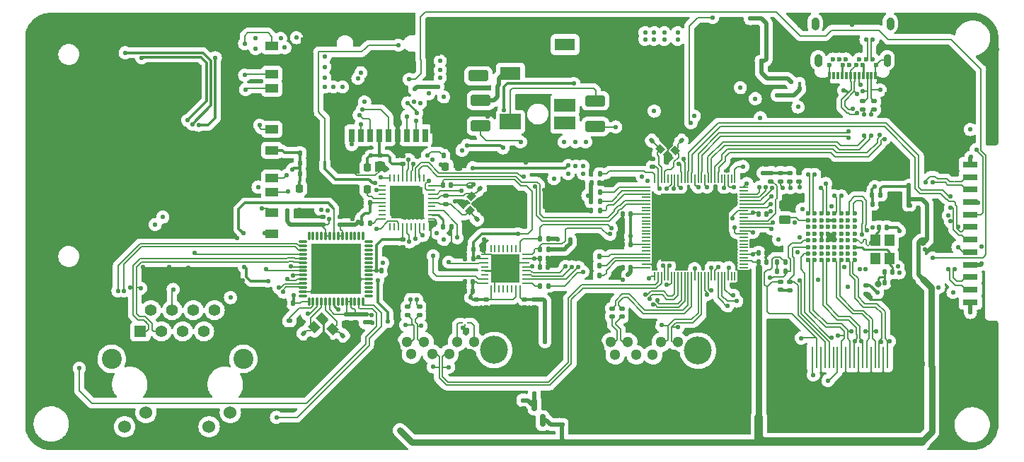
<source format=gbr>
G04 #@! TF.GenerationSoftware,KiCad,Pcbnew,(6.0.7)*
G04 #@! TF.CreationDate,2022-11-24T18:50:24+03:00*
G04 #@! TF.ProjectId,USB_HUB_ADAPTER,5553425f-4855-4425-9f41-444150544552,rev?*
G04 #@! TF.SameCoordinates,Original*
G04 #@! TF.FileFunction,Copper,L1,Top*
G04 #@! TF.FilePolarity,Positive*
%FSLAX46Y46*%
G04 Gerber Fmt 4.6, Leading zero omitted, Abs format (unit mm)*
G04 Created by KiCad (PCBNEW (6.0.7)) date 2022-11-24 18:50:25*
%MOMM*%
%LPD*%
G01*
G04 APERTURE LIST*
G04 Aperture macros list*
%AMRoundRect*
0 Rectangle with rounded corners*
0 $1 Rounding radius*
0 $2 $3 $4 $5 $6 $7 $8 $9 X,Y pos of 4 corners*
0 Add a 4 corners polygon primitive as box body*
4,1,4,$2,$3,$4,$5,$6,$7,$8,$9,$2,$3,0*
0 Add four circle primitives for the rounded corners*
1,1,$1+$1,$2,$3*
1,1,$1+$1,$4,$5*
1,1,$1+$1,$6,$7*
1,1,$1+$1,$8,$9*
0 Add four rect primitives between the rounded corners*
20,1,$1+$1,$2,$3,$4,$5,0*
20,1,$1+$1,$4,$5,$6,$7,0*
20,1,$1+$1,$6,$7,$8,$9,0*
20,1,$1+$1,$8,$9,$2,$3,0*%
%AMRotRect*
0 Rectangle, with rotation*
0 The origin of the aperture is its center*
0 $1 length*
0 $2 width*
0 $3 Rotation angle, in degrees counterclockwise*
0 Add horizontal line*
21,1,$1,$2,0,0,$3*%
G04 Aperture macros list end*
G04 #@! TA.AperFunction,EtchedComponent*
%ADD10C,0.010000*%
G04 #@! TD*
G04 #@! TA.AperFunction,SMDPad,CuDef*
%ADD11RoundRect,0.140000X0.140000X0.170000X-0.140000X0.170000X-0.140000X-0.170000X0.140000X-0.170000X0*%
G04 #@! TD*
G04 #@! TA.AperFunction,SMDPad,CuDef*
%ADD12RoundRect,0.140000X-0.219203X-0.021213X-0.021213X-0.219203X0.219203X0.021213X0.021213X0.219203X0*%
G04 #@! TD*
G04 #@! TA.AperFunction,SMDPad,CuDef*
%ADD13RoundRect,0.140000X-0.170000X0.140000X-0.170000X-0.140000X0.170000X-0.140000X0.170000X0.140000X0*%
G04 #@! TD*
G04 #@! TA.AperFunction,SMDPad,CuDef*
%ADD14RoundRect,0.140000X-0.140000X-0.170000X0.140000X-0.170000X0.140000X0.170000X-0.140000X0.170000X0*%
G04 #@! TD*
G04 #@! TA.AperFunction,ComponentPad*
%ADD15R,1.400000X1.400000*%
G04 #@! TD*
G04 #@! TA.AperFunction,ComponentPad*
%ADD16C,1.400000*%
G04 #@! TD*
G04 #@! TA.AperFunction,ComponentPad*
%ADD17C,1.530000*%
G04 #@! TD*
G04 #@! TA.AperFunction,ComponentPad*
%ADD18C,2.400000*%
G04 #@! TD*
G04 #@! TA.AperFunction,SMDPad,CuDef*
%ADD19RoundRect,0.140000X0.170000X-0.140000X0.170000X0.140000X-0.170000X0.140000X-0.170000X-0.140000X0*%
G04 #@! TD*
G04 #@! TA.AperFunction,SMDPad,CuDef*
%ADD20RoundRect,0.140000X0.021213X-0.219203X0.219203X-0.021213X-0.021213X0.219203X-0.219203X0.021213X0*%
G04 #@! TD*
G04 #@! TA.AperFunction,SMDPad,CuDef*
%ADD21R,1.800000X0.800000*%
G04 #@! TD*
G04 #@! TA.AperFunction,SMDPad,CuDef*
%ADD22RotRect,1.150000X1.000000X315.000000*%
G04 #@! TD*
G04 #@! TA.AperFunction,SMDPad,CuDef*
%ADD23RoundRect,0.140000X0.219203X0.021213X0.021213X0.219203X-0.219203X-0.021213X-0.021213X-0.219203X0*%
G04 #@! TD*
G04 #@! TA.AperFunction,SMDPad,CuDef*
%ADD24R,0.200000X0.200000*%
G04 #@! TD*
G04 #@! TA.AperFunction,SMDPad,CuDef*
%ADD25RoundRect,0.135000X0.185000X-0.135000X0.185000X0.135000X-0.185000X0.135000X-0.185000X-0.135000X0*%
G04 #@! TD*
G04 #@! TA.AperFunction,ComponentPad*
%ADD26C,1.300000*%
G04 #@! TD*
G04 #@! TA.AperFunction,ComponentPad*
%ADD27C,2.925000*%
G04 #@! TD*
G04 #@! TA.AperFunction,ComponentPad*
%ADD28C,3.345000*%
G04 #@! TD*
G04 #@! TA.AperFunction,SMDPad,CuDef*
%ADD29R,0.350000X0.400000*%
G04 #@! TD*
G04 #@! TA.AperFunction,SMDPad,CuDef*
%ADD30RoundRect,0.250000X0.450000X-0.262500X0.450000X0.262500X-0.450000X0.262500X-0.450000X-0.262500X0*%
G04 #@! TD*
G04 #@! TA.AperFunction,SMDPad,CuDef*
%ADD31RotRect,0.900000X0.800000X315.000000*%
G04 #@! TD*
G04 #@! TA.AperFunction,SMDPad,CuDef*
%ADD32RoundRect,0.135000X-0.135000X-0.185000X0.135000X-0.185000X0.135000X0.185000X-0.135000X0.185000X0*%
G04 #@! TD*
G04 #@! TA.AperFunction,SMDPad,CuDef*
%ADD33RoundRect,0.250000X0.925000X-0.412500X0.925000X0.412500X-0.925000X0.412500X-0.925000X-0.412500X0*%
G04 #@! TD*
G04 #@! TA.AperFunction,SMDPad,CuDef*
%ADD34RoundRect,0.135000X0.135000X0.185000X-0.135000X0.185000X-0.135000X-0.185000X0.135000X-0.185000X0*%
G04 #@! TD*
G04 #@! TA.AperFunction,SMDPad,CuDef*
%ADD35RoundRect,0.147500X-0.147500X-0.172500X0.147500X-0.172500X0.147500X0.172500X-0.147500X0.172500X0*%
G04 #@! TD*
G04 #@! TA.AperFunction,SMDPad,CuDef*
%ADD36RoundRect,0.225000X0.225000X0.250000X-0.225000X0.250000X-0.225000X-0.250000X0.225000X-0.250000X0*%
G04 #@! TD*
G04 #@! TA.AperFunction,SMDPad,CuDef*
%ADD37RoundRect,0.135000X-0.185000X0.135000X-0.185000X-0.135000X0.185000X-0.135000X0.185000X0.135000X0*%
G04 #@! TD*
G04 #@! TA.AperFunction,SMDPad,CuDef*
%ADD38RoundRect,0.225000X-0.225000X-0.250000X0.225000X-0.250000X0.225000X0.250000X-0.225000X0.250000X0*%
G04 #@! TD*
G04 #@! TA.AperFunction,SMDPad,CuDef*
%ADD39R,0.300000X0.900000*%
G04 #@! TD*
G04 #@! TA.AperFunction,ComponentPad*
%ADD40C,0.600000*%
G04 #@! TD*
G04 #@! TA.AperFunction,ComponentPad*
%ADD41O,0.600000X1.200000*%
G04 #@! TD*
G04 #@! TA.AperFunction,SMDPad,CuDef*
%ADD42RoundRect,0.062500X-0.062500X0.350000X-0.062500X-0.350000X0.062500X-0.350000X0.062500X0.350000X0*%
G04 #@! TD*
G04 #@! TA.AperFunction,SMDPad,CuDef*
%ADD43RoundRect,0.062500X-0.350000X0.062500X-0.350000X-0.062500X0.350000X-0.062500X0.350000X0.062500X0*%
G04 #@! TD*
G04 #@! TA.AperFunction,SMDPad,CuDef*
%ADD44R,3.700000X3.700000*%
G04 #@! TD*
G04 #@! TA.AperFunction,SMDPad,CuDef*
%ADD45R,1.200000X1.400000*%
G04 #@! TD*
G04 #@! TA.AperFunction,SMDPad,CuDef*
%ADD46RoundRect,0.062500X0.337500X0.062500X-0.337500X0.062500X-0.337500X-0.062500X0.337500X-0.062500X0*%
G04 #@! TD*
G04 #@! TA.AperFunction,SMDPad,CuDef*
%ADD47RoundRect,0.062500X0.062500X0.337500X-0.062500X0.337500X-0.062500X-0.337500X0.062500X-0.337500X0*%
G04 #@! TD*
G04 #@! TA.AperFunction,SMDPad,CuDef*
%ADD48R,3.500000X3.500000*%
G04 #@! TD*
G04 #@! TA.AperFunction,SMDPad,CuDef*
%ADD49R,1.500000X1.000000*%
G04 #@! TD*
G04 #@! TA.AperFunction,SMDPad,CuDef*
%ADD50R,2.000000X1.200000*%
G04 #@! TD*
G04 #@! TA.AperFunction,SMDPad,CuDef*
%ADD51R,8.050000X1.300000*%
G04 #@! TD*
G04 #@! TA.AperFunction,SMDPad,CuDef*
%ADD52RotRect,0.900000X0.800000X225.000000*%
G04 #@! TD*
G04 #@! TA.AperFunction,SMDPad,CuDef*
%ADD53R,1.050000X0.200000*%
G04 #@! TD*
G04 #@! TA.AperFunction,SMDPad,CuDef*
%ADD54R,0.200000X1.050000*%
G04 #@! TD*
G04 #@! TA.AperFunction,SMDPad,CuDef*
%ADD55R,8.100000X8.100000*%
G04 #@! TD*
G04 #@! TA.AperFunction,SMDPad,CuDef*
%ADD56RoundRect,0.007800X-0.437200X-0.122200X0.437200X-0.122200X0.437200X0.122200X-0.437200X0.122200X0*%
G04 #@! TD*
G04 #@! TA.AperFunction,SMDPad,CuDef*
%ADD57RoundRect,0.007800X0.122200X-0.437200X0.122200X0.437200X-0.122200X0.437200X-0.122200X-0.437200X0*%
G04 #@! TD*
G04 #@! TA.AperFunction,SMDPad,CuDef*
%ADD58R,5.900000X5.900000*%
G04 #@! TD*
G04 #@! TA.AperFunction,SMDPad,CuDef*
%ADD59C,0.600000*%
G04 #@! TD*
G04 #@! TA.AperFunction,SMDPad,CuDef*
%ADD60R,0.280000X2.600000*%
G04 #@! TD*
G04 #@! TA.AperFunction,ComponentPad*
%ADD61C,3.400000*%
G04 #@! TD*
G04 #@! TA.AperFunction,ComponentPad*
%ADD62C,2.500000*%
G04 #@! TD*
G04 #@! TA.AperFunction,SMDPad,CuDef*
%ADD63RoundRect,0.147500X0.172500X-0.147500X0.172500X0.147500X-0.172500X0.147500X-0.172500X-0.147500X0*%
G04 #@! TD*
G04 #@! TA.AperFunction,SMDPad,CuDef*
%ADD64RoundRect,0.140000X-0.021213X0.219203X-0.219203X0.021213X0.021213X-0.219203X0.219203X-0.021213X0*%
G04 #@! TD*
G04 #@! TA.AperFunction,SMDPad,CuDef*
%ADD65R,2.475000X1.475000*%
G04 #@! TD*
G04 #@! TA.AperFunction,SMDPad,CuDef*
%ADD66R,2.475000X1.500000*%
G04 #@! TD*
G04 #@! TA.AperFunction,SMDPad,CuDef*
%ADD67R,2.500000X1.825000*%
G04 #@! TD*
G04 #@! TA.AperFunction,SMDPad,CuDef*
%ADD68R,2.500000X1.500000*%
G04 #@! TD*
G04 #@! TA.AperFunction,SMDPad,CuDef*
%ADD69R,2.500000X1.550000*%
G04 #@! TD*
G04 #@! TA.AperFunction,SMDPad,CuDef*
%ADD70R,0.700000X1.600000*%
G04 #@! TD*
G04 #@! TA.AperFunction,SMDPad,CuDef*
%ADD71R,1.200000X1.500000*%
G04 #@! TD*
G04 #@! TA.AperFunction,SMDPad,CuDef*
%ADD72R,1.200000X2.200000*%
G04 #@! TD*
G04 #@! TA.AperFunction,SMDPad,CuDef*
%ADD73R,1.600000X1.500000*%
G04 #@! TD*
G04 #@! TA.AperFunction,SMDPad,CuDef*
%ADD74RoundRect,0.150000X-0.150000X0.587500X-0.150000X-0.587500X0.150000X-0.587500X0.150000X0.587500X0*%
G04 #@! TD*
G04 #@! TA.AperFunction,ViaPad*
%ADD75C,0.550000*%
G04 #@! TD*
G04 #@! TA.AperFunction,ViaPad*
%ADD76C,0.800000*%
G04 #@! TD*
G04 #@! TA.AperFunction,Conductor*
%ADD77C,0.500000*%
G04 #@! TD*
G04 #@! TA.AperFunction,Conductor*
%ADD78C,0.308000*%
G04 #@! TD*
G04 #@! TA.AperFunction,Conductor*
%ADD79C,0.200000*%
G04 #@! TD*
G04 #@! TA.AperFunction,Conductor*
%ADD80C,0.254000*%
G04 #@! TD*
G04 #@! TA.AperFunction,Conductor*
%ADD81C,0.250000*%
G04 #@! TD*
G04 #@! TA.AperFunction,Conductor*
%ADD82C,0.750000*%
G04 #@! TD*
G04 #@! TA.AperFunction,Conductor*
%ADD83C,1.000000*%
G04 #@! TD*
G04 #@! TA.AperFunction,Conductor*
%ADD84C,0.190000*%
G04 #@! TD*
G04 APERTURE END LIST*
G36*
X199912000Y-75312000D02*
G01*
X199933000Y-75315000D01*
X199953000Y-75319000D01*
X199974000Y-75324000D01*
X199994000Y-75330000D01*
X200013000Y-75337000D01*
X200033000Y-75345000D01*
X200052000Y-75354000D01*
X200070000Y-75364000D01*
X200088000Y-75375000D01*
X200105000Y-75386000D01*
X200122000Y-75399000D01*
X200138000Y-75413000D01*
X200153000Y-75427000D01*
X200167000Y-75442000D01*
X200181000Y-75458000D01*
X200194000Y-75475000D01*
X200205000Y-75492000D01*
X200216000Y-75510000D01*
X200226000Y-75528000D01*
X200235000Y-75547000D01*
X200243000Y-75567000D01*
X200250000Y-75586000D01*
X200256000Y-75606000D01*
X200261000Y-75627000D01*
X200265000Y-75647000D01*
X200268000Y-75668000D01*
X200270000Y-75710000D01*
X200270000Y-76310000D01*
X200268000Y-76352000D01*
X200265000Y-76373000D01*
X200261000Y-76393000D01*
X200256000Y-76414000D01*
X200250000Y-76434000D01*
X200243000Y-76453000D01*
X200235000Y-76473000D01*
X200226000Y-76492000D01*
X200216000Y-76510000D01*
X200205000Y-76528000D01*
X200194000Y-76545000D01*
X200181000Y-76562000D01*
X200167000Y-76578000D01*
X200153000Y-76593000D01*
X200138000Y-76607000D01*
X200122000Y-76621000D01*
X200105000Y-76634000D01*
X200088000Y-76645000D01*
X200070000Y-76656000D01*
X200052000Y-76666000D01*
X200033000Y-76675000D01*
X200013000Y-76683000D01*
X199994000Y-76690000D01*
X199974000Y-76696000D01*
X199953000Y-76701000D01*
X199933000Y-76705000D01*
X199912000Y-76708000D01*
X199870000Y-76710000D01*
X199828000Y-76708000D01*
X199807000Y-76705000D01*
X199787000Y-76701000D01*
X199766000Y-76696000D01*
X199746000Y-76690000D01*
X199727000Y-76683000D01*
X199707000Y-76675000D01*
X199688000Y-76666000D01*
X199670000Y-76656000D01*
X199652000Y-76645000D01*
X199635000Y-76634000D01*
X199618000Y-76621000D01*
X199602000Y-76607000D01*
X199587000Y-76593000D01*
X199573000Y-76578000D01*
X199559000Y-76562000D01*
X199546000Y-76545000D01*
X199535000Y-76528000D01*
X199524000Y-76510000D01*
X199514000Y-76492000D01*
X199505000Y-76473000D01*
X199497000Y-76453000D01*
X199490000Y-76434000D01*
X199484000Y-76414000D01*
X199479000Y-76393000D01*
X199475000Y-76373000D01*
X199472000Y-76352000D01*
X199470000Y-76310000D01*
X199470000Y-75710000D01*
X199472000Y-75668000D01*
X199475000Y-75647000D01*
X199479000Y-75627000D01*
X199484000Y-75606000D01*
X199490000Y-75586000D01*
X199497000Y-75567000D01*
X199505000Y-75547000D01*
X199514000Y-75528000D01*
X199524000Y-75510000D01*
X199535000Y-75492000D01*
X199546000Y-75475000D01*
X199559000Y-75458000D01*
X199573000Y-75442000D01*
X199587000Y-75427000D01*
X199602000Y-75413000D01*
X199618000Y-75399000D01*
X199635000Y-75386000D01*
X199652000Y-75375000D01*
X199670000Y-75364000D01*
X199688000Y-75354000D01*
X199707000Y-75345000D01*
X199727000Y-75337000D01*
X199746000Y-75330000D01*
X199766000Y-75324000D01*
X199787000Y-75319000D01*
X199807000Y-75315000D01*
X199828000Y-75312000D01*
X199870000Y-75310000D01*
X199912000Y-75312000D01*
G37*
D10*
X199912000Y-75312000D02*
X199933000Y-75315000D01*
X199953000Y-75319000D01*
X199974000Y-75324000D01*
X199994000Y-75330000D01*
X200013000Y-75337000D01*
X200033000Y-75345000D01*
X200052000Y-75354000D01*
X200070000Y-75364000D01*
X200088000Y-75375000D01*
X200105000Y-75386000D01*
X200122000Y-75399000D01*
X200138000Y-75413000D01*
X200153000Y-75427000D01*
X200167000Y-75442000D01*
X200181000Y-75458000D01*
X200194000Y-75475000D01*
X200205000Y-75492000D01*
X200216000Y-75510000D01*
X200226000Y-75528000D01*
X200235000Y-75547000D01*
X200243000Y-75567000D01*
X200250000Y-75586000D01*
X200256000Y-75606000D01*
X200261000Y-75627000D01*
X200265000Y-75647000D01*
X200268000Y-75668000D01*
X200270000Y-75710000D01*
X200270000Y-76310000D01*
X200268000Y-76352000D01*
X200265000Y-76373000D01*
X200261000Y-76393000D01*
X200256000Y-76414000D01*
X200250000Y-76434000D01*
X200243000Y-76453000D01*
X200235000Y-76473000D01*
X200226000Y-76492000D01*
X200216000Y-76510000D01*
X200205000Y-76528000D01*
X200194000Y-76545000D01*
X200181000Y-76562000D01*
X200167000Y-76578000D01*
X200153000Y-76593000D01*
X200138000Y-76607000D01*
X200122000Y-76621000D01*
X200105000Y-76634000D01*
X200088000Y-76645000D01*
X200070000Y-76656000D01*
X200052000Y-76666000D01*
X200033000Y-76675000D01*
X200013000Y-76683000D01*
X199994000Y-76690000D01*
X199974000Y-76696000D01*
X199953000Y-76701000D01*
X199933000Y-76705000D01*
X199912000Y-76708000D01*
X199870000Y-76710000D01*
X199828000Y-76708000D01*
X199807000Y-76705000D01*
X199787000Y-76701000D01*
X199766000Y-76696000D01*
X199746000Y-76690000D01*
X199727000Y-76683000D01*
X199707000Y-76675000D01*
X199688000Y-76666000D01*
X199670000Y-76656000D01*
X199652000Y-76645000D01*
X199635000Y-76634000D01*
X199618000Y-76621000D01*
X199602000Y-76607000D01*
X199587000Y-76593000D01*
X199573000Y-76578000D01*
X199559000Y-76562000D01*
X199546000Y-76545000D01*
X199535000Y-76528000D01*
X199524000Y-76510000D01*
X199514000Y-76492000D01*
X199505000Y-76473000D01*
X199497000Y-76453000D01*
X199490000Y-76434000D01*
X199484000Y-76414000D01*
X199479000Y-76393000D01*
X199475000Y-76373000D01*
X199472000Y-76352000D01*
X199470000Y-76310000D01*
X199470000Y-75710000D01*
X199472000Y-75668000D01*
X199475000Y-75647000D01*
X199479000Y-75627000D01*
X199484000Y-75606000D01*
X199490000Y-75586000D01*
X199497000Y-75567000D01*
X199505000Y-75547000D01*
X199514000Y-75528000D01*
X199524000Y-75510000D01*
X199535000Y-75492000D01*
X199546000Y-75475000D01*
X199559000Y-75458000D01*
X199573000Y-75442000D01*
X199587000Y-75427000D01*
X199602000Y-75413000D01*
X199618000Y-75399000D01*
X199635000Y-75386000D01*
X199652000Y-75375000D01*
X199670000Y-75364000D01*
X199688000Y-75354000D01*
X199707000Y-75345000D01*
X199727000Y-75337000D01*
X199746000Y-75330000D01*
X199766000Y-75324000D01*
X199787000Y-75319000D01*
X199807000Y-75315000D01*
X199828000Y-75312000D01*
X199870000Y-75310000D01*
X199912000Y-75312000D01*
G36*
X200272000Y-70912000D02*
G01*
X200293000Y-70915000D01*
X200313000Y-70919000D01*
X200334000Y-70924000D01*
X200354000Y-70930000D01*
X200373000Y-70937000D01*
X200393000Y-70945000D01*
X200412000Y-70954000D01*
X200430000Y-70964000D01*
X200448000Y-70975000D01*
X200465000Y-70986000D01*
X200482000Y-70999000D01*
X200498000Y-71013000D01*
X200513000Y-71027000D01*
X200527000Y-71042000D01*
X200541000Y-71058000D01*
X200554000Y-71075000D01*
X200565000Y-71092000D01*
X200576000Y-71110000D01*
X200586000Y-71128000D01*
X200595000Y-71147000D01*
X200603000Y-71167000D01*
X200610000Y-71186000D01*
X200616000Y-71206000D01*
X200621000Y-71227000D01*
X200625000Y-71247000D01*
X200628000Y-71268000D01*
X200630000Y-71310000D01*
X200630000Y-71910000D01*
X200628000Y-71952000D01*
X200625000Y-71973000D01*
X200621000Y-71993000D01*
X200616000Y-72014000D01*
X200610000Y-72034000D01*
X200603000Y-72053000D01*
X200595000Y-72073000D01*
X200586000Y-72092000D01*
X200576000Y-72110000D01*
X200565000Y-72128000D01*
X200554000Y-72145000D01*
X200541000Y-72162000D01*
X200527000Y-72178000D01*
X200513000Y-72193000D01*
X200498000Y-72207000D01*
X200482000Y-72221000D01*
X200465000Y-72234000D01*
X200448000Y-72245000D01*
X200430000Y-72256000D01*
X200412000Y-72266000D01*
X200393000Y-72275000D01*
X200373000Y-72283000D01*
X200354000Y-72290000D01*
X200334000Y-72296000D01*
X200313000Y-72301000D01*
X200293000Y-72305000D01*
X200272000Y-72308000D01*
X200230000Y-72310000D01*
X200188000Y-72308000D01*
X200167000Y-72305000D01*
X200147000Y-72301000D01*
X200126000Y-72296000D01*
X200106000Y-72290000D01*
X200087000Y-72283000D01*
X200067000Y-72275000D01*
X200048000Y-72266000D01*
X200030000Y-72256000D01*
X200012000Y-72245000D01*
X199995000Y-72234000D01*
X199978000Y-72221000D01*
X199962000Y-72207000D01*
X199947000Y-72193000D01*
X199933000Y-72178000D01*
X199919000Y-72162000D01*
X199906000Y-72145000D01*
X199895000Y-72128000D01*
X199884000Y-72110000D01*
X199874000Y-72092000D01*
X199865000Y-72073000D01*
X199857000Y-72053000D01*
X199850000Y-72034000D01*
X199844000Y-72014000D01*
X199839000Y-71993000D01*
X199835000Y-71973000D01*
X199832000Y-71952000D01*
X199830000Y-71910000D01*
X199830000Y-71310000D01*
X199832000Y-71268000D01*
X199835000Y-71247000D01*
X199839000Y-71227000D01*
X199844000Y-71206000D01*
X199850000Y-71186000D01*
X199857000Y-71167000D01*
X199865000Y-71147000D01*
X199874000Y-71128000D01*
X199884000Y-71110000D01*
X199895000Y-71092000D01*
X199906000Y-71075000D01*
X199919000Y-71058000D01*
X199933000Y-71042000D01*
X199947000Y-71027000D01*
X199962000Y-71013000D01*
X199978000Y-70999000D01*
X199995000Y-70986000D01*
X200012000Y-70975000D01*
X200030000Y-70964000D01*
X200048000Y-70954000D01*
X200067000Y-70945000D01*
X200087000Y-70937000D01*
X200106000Y-70930000D01*
X200126000Y-70924000D01*
X200147000Y-70919000D01*
X200167000Y-70915000D01*
X200188000Y-70912000D01*
X200230000Y-70910000D01*
X200272000Y-70912000D01*
G37*
X200272000Y-70912000D02*
X200293000Y-70915000D01*
X200313000Y-70919000D01*
X200334000Y-70924000D01*
X200354000Y-70930000D01*
X200373000Y-70937000D01*
X200393000Y-70945000D01*
X200412000Y-70954000D01*
X200430000Y-70964000D01*
X200448000Y-70975000D01*
X200465000Y-70986000D01*
X200482000Y-70999000D01*
X200498000Y-71013000D01*
X200513000Y-71027000D01*
X200527000Y-71042000D01*
X200541000Y-71058000D01*
X200554000Y-71075000D01*
X200565000Y-71092000D01*
X200576000Y-71110000D01*
X200586000Y-71128000D01*
X200595000Y-71147000D01*
X200603000Y-71167000D01*
X200610000Y-71186000D01*
X200616000Y-71206000D01*
X200621000Y-71227000D01*
X200625000Y-71247000D01*
X200628000Y-71268000D01*
X200630000Y-71310000D01*
X200630000Y-71910000D01*
X200628000Y-71952000D01*
X200625000Y-71973000D01*
X200621000Y-71993000D01*
X200616000Y-72014000D01*
X200610000Y-72034000D01*
X200603000Y-72053000D01*
X200595000Y-72073000D01*
X200586000Y-72092000D01*
X200576000Y-72110000D01*
X200565000Y-72128000D01*
X200554000Y-72145000D01*
X200541000Y-72162000D01*
X200527000Y-72178000D01*
X200513000Y-72193000D01*
X200498000Y-72207000D01*
X200482000Y-72221000D01*
X200465000Y-72234000D01*
X200448000Y-72245000D01*
X200430000Y-72256000D01*
X200412000Y-72266000D01*
X200393000Y-72275000D01*
X200373000Y-72283000D01*
X200354000Y-72290000D01*
X200334000Y-72296000D01*
X200313000Y-72301000D01*
X200293000Y-72305000D01*
X200272000Y-72308000D01*
X200230000Y-72310000D01*
X200188000Y-72308000D01*
X200167000Y-72305000D01*
X200147000Y-72301000D01*
X200126000Y-72296000D01*
X200106000Y-72290000D01*
X200087000Y-72283000D01*
X200067000Y-72275000D01*
X200048000Y-72266000D01*
X200030000Y-72256000D01*
X200012000Y-72245000D01*
X199995000Y-72234000D01*
X199978000Y-72221000D01*
X199962000Y-72207000D01*
X199947000Y-72193000D01*
X199933000Y-72178000D01*
X199919000Y-72162000D01*
X199906000Y-72145000D01*
X199895000Y-72128000D01*
X199884000Y-72110000D01*
X199874000Y-72092000D01*
X199865000Y-72073000D01*
X199857000Y-72053000D01*
X199850000Y-72034000D01*
X199844000Y-72014000D01*
X199839000Y-71993000D01*
X199835000Y-71973000D01*
X199832000Y-71952000D01*
X199830000Y-71910000D01*
X199830000Y-71310000D01*
X199832000Y-71268000D01*
X199835000Y-71247000D01*
X199839000Y-71227000D01*
X199844000Y-71206000D01*
X199850000Y-71186000D01*
X199857000Y-71167000D01*
X199865000Y-71147000D01*
X199874000Y-71128000D01*
X199884000Y-71110000D01*
X199895000Y-71092000D01*
X199906000Y-71075000D01*
X199919000Y-71058000D01*
X199933000Y-71042000D01*
X199947000Y-71027000D01*
X199962000Y-71013000D01*
X199978000Y-70999000D01*
X199995000Y-70986000D01*
X200012000Y-70975000D01*
X200030000Y-70964000D01*
X200048000Y-70954000D01*
X200067000Y-70945000D01*
X200087000Y-70937000D01*
X200106000Y-70930000D01*
X200126000Y-70924000D01*
X200147000Y-70919000D01*
X200167000Y-70915000D01*
X200188000Y-70912000D01*
X200230000Y-70910000D01*
X200272000Y-70912000D01*
G36*
X191292000Y-70912000D02*
G01*
X191313000Y-70915000D01*
X191333000Y-70919000D01*
X191354000Y-70924000D01*
X191374000Y-70930000D01*
X191393000Y-70937000D01*
X191413000Y-70945000D01*
X191432000Y-70954000D01*
X191450000Y-70964000D01*
X191468000Y-70975000D01*
X191485000Y-70986000D01*
X191502000Y-70999000D01*
X191518000Y-71013000D01*
X191533000Y-71027000D01*
X191547000Y-71042000D01*
X191561000Y-71058000D01*
X191574000Y-71075000D01*
X191585000Y-71092000D01*
X191596000Y-71110000D01*
X191606000Y-71128000D01*
X191615000Y-71147000D01*
X191623000Y-71167000D01*
X191630000Y-71186000D01*
X191636000Y-71206000D01*
X191641000Y-71227000D01*
X191645000Y-71247000D01*
X191648000Y-71268000D01*
X191650000Y-71310000D01*
X191650000Y-71910000D01*
X191648000Y-71952000D01*
X191645000Y-71973000D01*
X191641000Y-71993000D01*
X191636000Y-72014000D01*
X191630000Y-72034000D01*
X191623000Y-72053000D01*
X191615000Y-72073000D01*
X191606000Y-72092000D01*
X191596000Y-72110000D01*
X191585000Y-72128000D01*
X191574000Y-72145000D01*
X191561000Y-72162000D01*
X191547000Y-72178000D01*
X191533000Y-72193000D01*
X191518000Y-72207000D01*
X191502000Y-72221000D01*
X191485000Y-72234000D01*
X191468000Y-72245000D01*
X191450000Y-72256000D01*
X191432000Y-72266000D01*
X191413000Y-72275000D01*
X191393000Y-72283000D01*
X191374000Y-72290000D01*
X191354000Y-72296000D01*
X191333000Y-72301000D01*
X191313000Y-72305000D01*
X191292000Y-72308000D01*
X191250000Y-72310000D01*
X191208000Y-72308000D01*
X191187000Y-72305000D01*
X191167000Y-72301000D01*
X191146000Y-72296000D01*
X191126000Y-72290000D01*
X191107000Y-72283000D01*
X191087000Y-72275000D01*
X191068000Y-72266000D01*
X191050000Y-72256000D01*
X191032000Y-72245000D01*
X191015000Y-72234000D01*
X190998000Y-72221000D01*
X190982000Y-72207000D01*
X190967000Y-72193000D01*
X190953000Y-72178000D01*
X190939000Y-72162000D01*
X190926000Y-72145000D01*
X190915000Y-72128000D01*
X190904000Y-72110000D01*
X190894000Y-72092000D01*
X190885000Y-72073000D01*
X190877000Y-72053000D01*
X190870000Y-72034000D01*
X190864000Y-72014000D01*
X190859000Y-71993000D01*
X190855000Y-71973000D01*
X190852000Y-71952000D01*
X190850000Y-71910000D01*
X190850000Y-71310000D01*
X190852000Y-71268000D01*
X190855000Y-71247000D01*
X190859000Y-71227000D01*
X190864000Y-71206000D01*
X190870000Y-71186000D01*
X190877000Y-71167000D01*
X190885000Y-71147000D01*
X190894000Y-71128000D01*
X190904000Y-71110000D01*
X190915000Y-71092000D01*
X190926000Y-71075000D01*
X190939000Y-71058000D01*
X190953000Y-71042000D01*
X190967000Y-71027000D01*
X190982000Y-71013000D01*
X190998000Y-70999000D01*
X191015000Y-70986000D01*
X191032000Y-70975000D01*
X191050000Y-70964000D01*
X191068000Y-70954000D01*
X191087000Y-70945000D01*
X191107000Y-70937000D01*
X191126000Y-70930000D01*
X191146000Y-70924000D01*
X191167000Y-70919000D01*
X191187000Y-70915000D01*
X191208000Y-70912000D01*
X191250000Y-70910000D01*
X191292000Y-70912000D01*
G37*
X191292000Y-70912000D02*
X191313000Y-70915000D01*
X191333000Y-70919000D01*
X191354000Y-70924000D01*
X191374000Y-70930000D01*
X191393000Y-70937000D01*
X191413000Y-70945000D01*
X191432000Y-70954000D01*
X191450000Y-70964000D01*
X191468000Y-70975000D01*
X191485000Y-70986000D01*
X191502000Y-70999000D01*
X191518000Y-71013000D01*
X191533000Y-71027000D01*
X191547000Y-71042000D01*
X191561000Y-71058000D01*
X191574000Y-71075000D01*
X191585000Y-71092000D01*
X191596000Y-71110000D01*
X191606000Y-71128000D01*
X191615000Y-71147000D01*
X191623000Y-71167000D01*
X191630000Y-71186000D01*
X191636000Y-71206000D01*
X191641000Y-71227000D01*
X191645000Y-71247000D01*
X191648000Y-71268000D01*
X191650000Y-71310000D01*
X191650000Y-71910000D01*
X191648000Y-71952000D01*
X191645000Y-71973000D01*
X191641000Y-71993000D01*
X191636000Y-72014000D01*
X191630000Y-72034000D01*
X191623000Y-72053000D01*
X191615000Y-72073000D01*
X191606000Y-72092000D01*
X191596000Y-72110000D01*
X191585000Y-72128000D01*
X191574000Y-72145000D01*
X191561000Y-72162000D01*
X191547000Y-72178000D01*
X191533000Y-72193000D01*
X191518000Y-72207000D01*
X191502000Y-72221000D01*
X191485000Y-72234000D01*
X191468000Y-72245000D01*
X191450000Y-72256000D01*
X191432000Y-72266000D01*
X191413000Y-72275000D01*
X191393000Y-72283000D01*
X191374000Y-72290000D01*
X191354000Y-72296000D01*
X191333000Y-72301000D01*
X191313000Y-72305000D01*
X191292000Y-72308000D01*
X191250000Y-72310000D01*
X191208000Y-72308000D01*
X191187000Y-72305000D01*
X191167000Y-72301000D01*
X191146000Y-72296000D01*
X191126000Y-72290000D01*
X191107000Y-72283000D01*
X191087000Y-72275000D01*
X191068000Y-72266000D01*
X191050000Y-72256000D01*
X191032000Y-72245000D01*
X191015000Y-72234000D01*
X190998000Y-72221000D01*
X190982000Y-72207000D01*
X190967000Y-72193000D01*
X190953000Y-72178000D01*
X190939000Y-72162000D01*
X190926000Y-72145000D01*
X190915000Y-72128000D01*
X190904000Y-72110000D01*
X190894000Y-72092000D01*
X190885000Y-72073000D01*
X190877000Y-72053000D01*
X190870000Y-72034000D01*
X190864000Y-72014000D01*
X190859000Y-71993000D01*
X190855000Y-71973000D01*
X190852000Y-71952000D01*
X190850000Y-71910000D01*
X190850000Y-71310000D01*
X190852000Y-71268000D01*
X190855000Y-71247000D01*
X190859000Y-71227000D01*
X190864000Y-71206000D01*
X190870000Y-71186000D01*
X190877000Y-71167000D01*
X190885000Y-71147000D01*
X190894000Y-71128000D01*
X190904000Y-71110000D01*
X190915000Y-71092000D01*
X190926000Y-71075000D01*
X190939000Y-71058000D01*
X190953000Y-71042000D01*
X190967000Y-71027000D01*
X190982000Y-71013000D01*
X190998000Y-70999000D01*
X191015000Y-70986000D01*
X191032000Y-70975000D01*
X191050000Y-70964000D01*
X191068000Y-70954000D01*
X191087000Y-70945000D01*
X191107000Y-70937000D01*
X191126000Y-70930000D01*
X191146000Y-70924000D01*
X191167000Y-70919000D01*
X191187000Y-70915000D01*
X191208000Y-70912000D01*
X191250000Y-70910000D01*
X191292000Y-70912000D01*
G36*
X191652000Y-75312000D02*
G01*
X191673000Y-75315000D01*
X191693000Y-75319000D01*
X191714000Y-75324000D01*
X191734000Y-75330000D01*
X191753000Y-75337000D01*
X191773000Y-75345000D01*
X191792000Y-75354000D01*
X191810000Y-75364000D01*
X191828000Y-75375000D01*
X191845000Y-75386000D01*
X191862000Y-75399000D01*
X191878000Y-75413000D01*
X191893000Y-75427000D01*
X191907000Y-75442000D01*
X191921000Y-75458000D01*
X191934000Y-75475000D01*
X191945000Y-75492000D01*
X191956000Y-75510000D01*
X191966000Y-75528000D01*
X191975000Y-75547000D01*
X191983000Y-75567000D01*
X191990000Y-75586000D01*
X191996000Y-75606000D01*
X192001000Y-75627000D01*
X192005000Y-75647000D01*
X192008000Y-75668000D01*
X192010000Y-75710000D01*
X192010000Y-76310000D01*
X192008000Y-76352000D01*
X192005000Y-76373000D01*
X192001000Y-76393000D01*
X191996000Y-76414000D01*
X191990000Y-76434000D01*
X191983000Y-76453000D01*
X191975000Y-76473000D01*
X191966000Y-76492000D01*
X191956000Y-76510000D01*
X191945000Y-76528000D01*
X191934000Y-76545000D01*
X191921000Y-76562000D01*
X191907000Y-76578000D01*
X191893000Y-76593000D01*
X191878000Y-76607000D01*
X191862000Y-76621000D01*
X191845000Y-76634000D01*
X191828000Y-76645000D01*
X191810000Y-76656000D01*
X191792000Y-76666000D01*
X191773000Y-76675000D01*
X191753000Y-76683000D01*
X191734000Y-76690000D01*
X191714000Y-76696000D01*
X191693000Y-76701000D01*
X191673000Y-76705000D01*
X191652000Y-76708000D01*
X191610000Y-76710000D01*
X191568000Y-76708000D01*
X191547000Y-76705000D01*
X191527000Y-76701000D01*
X191506000Y-76696000D01*
X191486000Y-76690000D01*
X191467000Y-76683000D01*
X191447000Y-76675000D01*
X191428000Y-76666000D01*
X191410000Y-76656000D01*
X191392000Y-76645000D01*
X191375000Y-76634000D01*
X191358000Y-76621000D01*
X191342000Y-76607000D01*
X191327000Y-76593000D01*
X191313000Y-76578000D01*
X191299000Y-76562000D01*
X191286000Y-76545000D01*
X191275000Y-76528000D01*
X191264000Y-76510000D01*
X191254000Y-76492000D01*
X191245000Y-76473000D01*
X191237000Y-76453000D01*
X191230000Y-76434000D01*
X191224000Y-76414000D01*
X191219000Y-76393000D01*
X191215000Y-76373000D01*
X191212000Y-76352000D01*
X191210000Y-76310000D01*
X191210000Y-75710000D01*
X191212000Y-75668000D01*
X191215000Y-75647000D01*
X191219000Y-75627000D01*
X191224000Y-75606000D01*
X191230000Y-75586000D01*
X191237000Y-75567000D01*
X191245000Y-75547000D01*
X191254000Y-75528000D01*
X191264000Y-75510000D01*
X191275000Y-75492000D01*
X191286000Y-75475000D01*
X191299000Y-75458000D01*
X191313000Y-75442000D01*
X191327000Y-75427000D01*
X191342000Y-75413000D01*
X191358000Y-75399000D01*
X191375000Y-75386000D01*
X191392000Y-75375000D01*
X191410000Y-75364000D01*
X191428000Y-75354000D01*
X191447000Y-75345000D01*
X191467000Y-75337000D01*
X191486000Y-75330000D01*
X191506000Y-75324000D01*
X191527000Y-75319000D01*
X191547000Y-75315000D01*
X191568000Y-75312000D01*
X191610000Y-75310000D01*
X191652000Y-75312000D01*
G37*
X191652000Y-75312000D02*
X191673000Y-75315000D01*
X191693000Y-75319000D01*
X191714000Y-75324000D01*
X191734000Y-75330000D01*
X191753000Y-75337000D01*
X191773000Y-75345000D01*
X191792000Y-75354000D01*
X191810000Y-75364000D01*
X191828000Y-75375000D01*
X191845000Y-75386000D01*
X191862000Y-75399000D01*
X191878000Y-75413000D01*
X191893000Y-75427000D01*
X191907000Y-75442000D01*
X191921000Y-75458000D01*
X191934000Y-75475000D01*
X191945000Y-75492000D01*
X191956000Y-75510000D01*
X191966000Y-75528000D01*
X191975000Y-75547000D01*
X191983000Y-75567000D01*
X191990000Y-75586000D01*
X191996000Y-75606000D01*
X192001000Y-75627000D01*
X192005000Y-75647000D01*
X192008000Y-75668000D01*
X192010000Y-75710000D01*
X192010000Y-76310000D01*
X192008000Y-76352000D01*
X192005000Y-76373000D01*
X192001000Y-76393000D01*
X191996000Y-76414000D01*
X191990000Y-76434000D01*
X191983000Y-76453000D01*
X191975000Y-76473000D01*
X191966000Y-76492000D01*
X191956000Y-76510000D01*
X191945000Y-76528000D01*
X191934000Y-76545000D01*
X191921000Y-76562000D01*
X191907000Y-76578000D01*
X191893000Y-76593000D01*
X191878000Y-76607000D01*
X191862000Y-76621000D01*
X191845000Y-76634000D01*
X191828000Y-76645000D01*
X191810000Y-76656000D01*
X191792000Y-76666000D01*
X191773000Y-76675000D01*
X191753000Y-76683000D01*
X191734000Y-76690000D01*
X191714000Y-76696000D01*
X191693000Y-76701000D01*
X191673000Y-76705000D01*
X191652000Y-76708000D01*
X191610000Y-76710000D01*
X191568000Y-76708000D01*
X191547000Y-76705000D01*
X191527000Y-76701000D01*
X191506000Y-76696000D01*
X191486000Y-76690000D01*
X191467000Y-76683000D01*
X191447000Y-76675000D01*
X191428000Y-76666000D01*
X191410000Y-76656000D01*
X191392000Y-76645000D01*
X191375000Y-76634000D01*
X191358000Y-76621000D01*
X191342000Y-76607000D01*
X191327000Y-76593000D01*
X191313000Y-76578000D01*
X191299000Y-76562000D01*
X191286000Y-76545000D01*
X191275000Y-76528000D01*
X191264000Y-76510000D01*
X191254000Y-76492000D01*
X191245000Y-76473000D01*
X191237000Y-76453000D01*
X191230000Y-76434000D01*
X191224000Y-76414000D01*
X191219000Y-76393000D01*
X191215000Y-76373000D01*
X191212000Y-76352000D01*
X191210000Y-76310000D01*
X191210000Y-75710000D01*
X191212000Y-75668000D01*
X191215000Y-75647000D01*
X191219000Y-75627000D01*
X191224000Y-75606000D01*
X191230000Y-75586000D01*
X191237000Y-75567000D01*
X191245000Y-75547000D01*
X191254000Y-75528000D01*
X191264000Y-75510000D01*
X191275000Y-75492000D01*
X191286000Y-75475000D01*
X191299000Y-75458000D01*
X191313000Y-75442000D01*
X191327000Y-75427000D01*
X191342000Y-75413000D01*
X191358000Y-75399000D01*
X191375000Y-75386000D01*
X191392000Y-75375000D01*
X191410000Y-75364000D01*
X191428000Y-75354000D01*
X191447000Y-75345000D01*
X191467000Y-75337000D01*
X191486000Y-75330000D01*
X191506000Y-75324000D01*
X191527000Y-75319000D01*
X191547000Y-75315000D01*
X191568000Y-75312000D01*
X191610000Y-75310000D01*
X191652000Y-75312000D01*
D11*
X169180000Y-100850000D03*
X168220000Y-100850000D03*
D12*
X130050589Y-108730589D03*
X130729411Y-109409411D03*
D13*
X141900000Y-97470000D03*
X141900000Y-98430000D03*
D14*
X146720000Y-91000000D03*
X147680000Y-91000000D03*
D15*
X110515000Y-108500000D03*
D16*
X111785000Y-105960000D03*
X113055000Y-108500000D03*
X114325000Y-105960000D03*
X115595000Y-108500000D03*
X116865000Y-105960000D03*
X118135000Y-108500000D03*
X119405000Y-105960000D03*
D17*
X108635000Y-119930000D03*
X111175000Y-118230000D03*
X118745000Y-119930000D03*
X121285000Y-118230000D03*
D18*
X107085000Y-111800000D03*
X122835000Y-111800000D03*
D19*
X141900000Y-88430000D03*
X141900000Y-87470000D03*
D14*
X139370000Y-101250000D03*
X140330000Y-101250000D03*
D20*
X171746178Y-85650000D03*
X172425000Y-84971178D03*
D14*
X164495000Y-90750000D03*
X165455000Y-90750000D03*
X199545000Y-102650000D03*
X200505000Y-102650000D03*
D13*
X196940000Y-80920000D03*
X196940000Y-81880000D03*
X135200000Y-106470000D03*
X135200000Y-107430000D03*
D19*
X160915000Y-119635000D03*
X160915000Y-118675000D03*
D21*
X209822875Y-93000000D03*
D22*
X131286307Y-107976256D03*
X132523744Y-109213693D03*
X133513693Y-108223744D03*
X132276256Y-106986307D03*
D23*
X175239411Y-85639411D03*
X174560589Y-84960589D03*
D24*
X149340000Y-107767830D03*
X149680000Y-107467830D03*
X149000000Y-107467830D03*
D19*
X171825000Y-88780000D03*
X171825000Y-87820000D03*
D25*
X187085000Y-90510000D03*
X187085000Y-89490000D03*
D21*
X209822875Y-90000000D03*
D11*
X199855000Y-96025000D03*
X198895000Y-96025000D03*
D26*
X167330000Y-111306000D03*
X169830000Y-111306000D03*
X171830000Y-111306000D03*
X174330000Y-111306000D03*
X174830000Y-109806000D03*
X172830000Y-109806000D03*
X170830000Y-109806000D03*
X168830000Y-109806000D03*
X166830000Y-109806000D03*
D27*
X177230000Y-117406000D03*
X164430000Y-117406000D03*
D28*
X164430000Y-110806000D03*
X177230000Y-110806000D03*
D29*
X189390000Y-77060000D03*
X189390000Y-78760000D03*
D13*
X139150000Y-87420000D03*
X139150000Y-88380000D03*
D30*
X187600000Y-95152500D03*
X187600000Y-93327500D03*
D25*
X188250000Y-103580000D03*
X188250000Y-102560000D03*
D31*
X172741117Y-86643934D03*
X173731066Y-87633883D03*
X174508883Y-86856066D03*
X173518934Y-85866117D03*
D32*
X136990000Y-95500000D03*
X138010000Y-95500000D03*
D14*
X198110000Y-93220000D03*
X199070000Y-93220000D03*
X158320000Y-99750000D03*
X159280000Y-99750000D03*
D20*
X150800589Y-95059411D03*
X151479411Y-94380589D03*
D13*
X202500000Y-93390000D03*
X202500000Y-94350000D03*
D33*
X164950000Y-83937500D03*
X164950000Y-80862500D03*
D19*
X143900000Y-106522830D03*
X143900000Y-105562830D03*
D34*
X130635000Y-87150000D03*
X129615000Y-87150000D03*
D35*
X186715000Y-100200000D03*
X187685000Y-100200000D03*
D21*
X209822875Y-96000000D03*
D36*
X137675000Y-91450000D03*
X136125000Y-91450000D03*
D21*
X209822875Y-97500000D03*
X209822875Y-100500000D03*
D25*
X185960000Y-90510000D03*
X185960000Y-89490000D03*
D34*
X165435000Y-99500000D03*
X164415000Y-99500000D03*
D13*
X157650000Y-104670000D03*
X157650000Y-105630000D03*
D14*
X129645000Y-89650000D03*
X130605000Y-89650000D03*
D36*
X137675000Y-88850000D03*
X136125000Y-88850000D03*
D13*
X136250000Y-106470000D03*
X136250000Y-107430000D03*
D37*
X147100000Y-92240000D03*
X147100000Y-93260000D03*
D33*
X151250000Y-83887500D03*
X151250000Y-80812500D03*
D14*
X184470000Y-94460000D03*
X185430000Y-94460000D03*
X129645000Y-88350000D03*
X130605000Y-88350000D03*
X158320000Y-100810000D03*
X159280000Y-100810000D03*
D11*
X150330000Y-99750000D03*
X149370000Y-99750000D03*
D38*
X147015000Y-88750000D03*
X148565000Y-88750000D03*
D39*
X198490000Y-77810000D03*
X197990000Y-77810000D03*
X197490000Y-77810000D03*
X196990000Y-77810000D03*
X196490000Y-77810000D03*
X195990000Y-77810000D03*
X195490000Y-77810000D03*
X194990000Y-77810000D03*
X194490000Y-77810000D03*
X193990000Y-77810000D03*
X193490000Y-77810000D03*
X192990000Y-77810000D03*
D40*
X192940000Y-76600000D03*
X193340000Y-75900000D03*
X194140000Y-75900000D03*
X194540000Y-76600000D03*
X194940000Y-75900000D03*
X195340000Y-76600000D03*
X196140000Y-76600000D03*
X196540000Y-75900000D03*
X196940000Y-76600000D03*
X197340000Y-75900000D03*
X198140000Y-75900000D03*
X198540000Y-76600000D03*
D41*
X199870000Y-76010000D03*
X191610000Y-76010000D03*
X200230000Y-71610000D03*
X191250000Y-71610000D03*
D34*
X159335000Y-98650000D03*
X158315000Y-98650000D03*
D42*
X144400000Y-90112500D03*
X143900000Y-90112500D03*
X143400000Y-90112500D03*
X142900000Y-90112500D03*
X142400000Y-90112500D03*
X141900000Y-90112500D03*
X141400000Y-90112500D03*
X140900000Y-90112500D03*
X140400000Y-90112500D03*
D43*
X139462500Y-91050000D03*
X139462500Y-91550000D03*
X139462500Y-92050000D03*
X139462500Y-92550000D03*
X139462500Y-93050000D03*
X139462500Y-93550000D03*
X139462500Y-94050000D03*
X139462500Y-94550000D03*
X139462500Y-95050000D03*
D42*
X140400000Y-95987500D03*
X140900000Y-95987500D03*
X141400000Y-95987500D03*
X141900000Y-95987500D03*
X142400000Y-95987500D03*
X142900000Y-95987500D03*
X143400000Y-95987500D03*
X143900000Y-95987500D03*
X144400000Y-95987500D03*
D43*
X145337500Y-95050000D03*
X145337500Y-94550000D03*
X145337500Y-94050000D03*
X145337500Y-93550000D03*
X145337500Y-93050000D03*
X145337500Y-92550000D03*
X145337500Y-92050000D03*
X145337500Y-91550000D03*
X145337500Y-91050000D03*
D44*
X142400000Y-93050000D03*
D19*
X168130000Y-106740000D03*
X168130000Y-105780000D03*
D32*
X186690000Y-101300000D03*
X187710000Y-101300000D03*
D13*
X198310000Y-80930000D03*
X198310000Y-81890000D03*
D19*
X132350000Y-95730000D03*
X132350000Y-94770000D03*
X142490000Y-106520000D03*
X142490000Y-105560000D03*
D45*
X200145000Y-99775000D03*
X200145000Y-97575000D03*
X198445000Y-97575000D03*
X198445000Y-99775000D03*
D11*
X169180000Y-94450000D03*
X168220000Y-94450000D03*
D25*
X128350000Y-108260000D03*
X128350000Y-107240000D03*
D13*
X156500000Y-104670000D03*
X156500000Y-105630000D03*
X197400000Y-103010000D03*
X197400000Y-103970000D03*
D11*
X169180000Y-98050000D03*
X168220000Y-98050000D03*
D21*
X209822875Y-91500000D03*
D46*
X156650000Y-102750000D03*
X156650000Y-102250000D03*
X156650000Y-101750000D03*
X156650000Y-101250000D03*
X156650000Y-100750000D03*
X156650000Y-100250000D03*
X156650000Y-99750000D03*
X156650000Y-99250000D03*
D47*
X155950000Y-98550000D03*
X155450000Y-98550000D03*
X154950000Y-98550000D03*
X154450000Y-98550000D03*
X153950000Y-98550000D03*
X153450000Y-98550000D03*
X152950000Y-98550000D03*
X152450000Y-98550000D03*
D46*
X151750000Y-99250000D03*
X151750000Y-99750000D03*
X151750000Y-100250000D03*
X151750000Y-100750000D03*
X151750000Y-101250000D03*
X151750000Y-101750000D03*
X151750000Y-102250000D03*
X151750000Y-102750000D03*
D47*
X152450000Y-103450000D03*
X152950000Y-103450000D03*
X153450000Y-103450000D03*
X153950000Y-103450000D03*
X154450000Y-103450000D03*
X154950000Y-103450000D03*
X155450000Y-103450000D03*
X155950000Y-103450000D03*
D48*
X154200000Y-101000000D03*
D11*
X150330000Y-98700000D03*
X149370000Y-98700000D03*
D49*
X126260000Y-94287000D03*
X126260000Y-91787000D03*
X126260000Y-88487000D03*
X126260000Y-86787000D03*
X126260000Y-84287000D03*
X126260000Y-81787000D03*
X126260000Y-79357000D03*
X126260000Y-77657000D03*
X126260000Y-96787000D03*
X126260000Y-90137000D03*
D50*
X105260000Y-101507000D03*
D51*
X114235000Y-73407000D03*
D50*
X104060000Y-74057000D03*
D49*
X126260000Y-74307000D03*
D25*
X189305000Y-90510000D03*
X189305000Y-89490000D03*
D52*
X150136066Y-92286117D03*
X149146117Y-93276066D03*
X149923934Y-94053883D03*
X150913883Y-93063934D03*
D34*
X159310000Y-103050000D03*
X158290000Y-103050000D03*
X165485000Y-94000000D03*
X164465000Y-94000000D03*
D21*
X209822875Y-102000000D03*
D13*
X150700000Y-104720000D03*
X150700000Y-105680000D03*
D34*
X165435000Y-100650000D03*
X164415000Y-100650000D03*
D14*
X184470000Y-99100000D03*
X185430000Y-99100000D03*
D11*
X150280000Y-102550000D03*
X149320000Y-102550000D03*
D21*
X209822875Y-105000000D03*
D53*
X171000000Y-91250000D03*
X171000000Y-91650000D03*
X171000000Y-92050000D03*
X171000000Y-92450000D03*
X171000000Y-92850000D03*
X171000000Y-93250000D03*
X171000000Y-93650000D03*
X171000000Y-94050000D03*
X171000000Y-94450000D03*
X171000000Y-94850000D03*
X171000000Y-95250000D03*
X171000000Y-95650000D03*
X171000000Y-96050000D03*
X171000000Y-96450000D03*
X171000000Y-96850000D03*
X171000000Y-97250000D03*
X171000000Y-97650000D03*
X171000000Y-98050000D03*
X171000000Y-98450000D03*
X171000000Y-98850000D03*
X171000000Y-99250000D03*
X171000000Y-99650000D03*
X171000000Y-100050000D03*
X171000000Y-100450000D03*
X171000000Y-100850000D03*
D54*
X172050000Y-101900000D03*
X172450000Y-101900000D03*
X172850000Y-101900000D03*
X173250000Y-101900000D03*
X173650000Y-101900000D03*
X174050000Y-101900000D03*
X174450000Y-101900000D03*
X174850000Y-101900000D03*
X175250000Y-101900000D03*
X175650000Y-101900000D03*
X176050000Y-101900000D03*
X176450000Y-101900000D03*
X176850000Y-101900000D03*
X177250000Y-101900000D03*
X177650000Y-101900000D03*
X178050000Y-101900000D03*
X178450000Y-101900000D03*
X178850000Y-101900000D03*
X179250000Y-101900000D03*
X179650000Y-101900000D03*
X180050000Y-101900000D03*
X180450000Y-101900000D03*
X180850000Y-101900000D03*
X181250000Y-101900000D03*
X181650000Y-101900000D03*
D53*
X182700000Y-100850000D03*
X182700000Y-100450000D03*
X182700000Y-100050000D03*
X182700000Y-99650000D03*
X182700000Y-99250000D03*
X182700000Y-98850000D03*
X182700000Y-98450000D03*
X182700000Y-98050000D03*
X182700000Y-97650000D03*
X182700000Y-97250000D03*
X182700000Y-96850000D03*
X182700000Y-96450000D03*
X182700000Y-96050000D03*
X182700000Y-95650000D03*
X182700000Y-95250000D03*
X182700000Y-94850000D03*
X182700000Y-94450000D03*
X182700000Y-94050000D03*
X182700000Y-93650000D03*
X182700000Y-93250000D03*
X182700000Y-92850000D03*
X182700000Y-92450000D03*
X182700000Y-92050000D03*
X182700000Y-91650000D03*
X182700000Y-91250000D03*
D54*
X181650000Y-90200000D03*
X181250000Y-90200000D03*
X180850000Y-90200000D03*
X180450000Y-90200000D03*
X180050000Y-90200000D03*
X179650000Y-90200000D03*
X179250000Y-90200000D03*
X178850000Y-90200000D03*
X178450000Y-90200000D03*
X178050000Y-90200000D03*
X177650000Y-90200000D03*
X177250000Y-90200000D03*
X176850000Y-90200000D03*
X176450000Y-90200000D03*
X176050000Y-90200000D03*
X175650000Y-90200000D03*
X175250000Y-90200000D03*
X174850000Y-90200000D03*
X174450000Y-90200000D03*
X174050000Y-90200000D03*
X173650000Y-90200000D03*
X173250000Y-90200000D03*
X172850000Y-90200000D03*
X172450000Y-90200000D03*
X172050000Y-90200000D03*
D55*
X176850000Y-96050000D03*
D11*
X150280000Y-103650000D03*
X149320000Y-103650000D03*
D56*
X129995000Y-97750000D03*
X129995000Y-98250000D03*
X129995000Y-98750000D03*
X129995000Y-99250000D03*
X129995000Y-99750000D03*
X129995000Y-100250000D03*
X129995000Y-100750000D03*
X129995000Y-101250000D03*
X129995000Y-101750000D03*
X129995000Y-102250000D03*
X129995000Y-102750000D03*
X129995000Y-103250000D03*
X129995000Y-103750000D03*
X129995000Y-104250000D03*
D57*
X130685000Y-104940000D03*
X131185000Y-104940000D03*
X131685000Y-104940000D03*
X132185000Y-104940000D03*
X132685000Y-104940000D03*
X133185000Y-104940000D03*
X133685000Y-104940000D03*
X134185000Y-104940000D03*
X134685000Y-104940000D03*
X135185000Y-104940000D03*
X135685000Y-104940000D03*
X136185000Y-104940000D03*
X136685000Y-104940000D03*
X137185000Y-104940000D03*
D56*
X137875000Y-104250000D03*
X137875000Y-103750000D03*
X137875000Y-103250000D03*
X137875000Y-102750000D03*
X137875000Y-102250000D03*
X137875000Y-101750000D03*
X137875000Y-101250000D03*
X137875000Y-100750000D03*
X137875000Y-100250000D03*
X137875000Y-99750000D03*
X137875000Y-99250000D03*
X137875000Y-98750000D03*
X137875000Y-98250000D03*
X137875000Y-97750000D03*
D57*
X137185000Y-97060000D03*
X136685000Y-97060000D03*
X136185000Y-97060000D03*
X135685000Y-97060000D03*
X135185000Y-97060000D03*
X134685000Y-97060000D03*
X134185000Y-97060000D03*
X133685000Y-97060000D03*
X133185000Y-97060000D03*
X132685000Y-97060000D03*
X132185000Y-97060000D03*
X131685000Y-97060000D03*
X131185000Y-97060000D03*
X130685000Y-97060000D03*
D58*
X133935000Y-101000000D03*
D34*
X165485000Y-92900000D03*
X164465000Y-92900000D03*
X165435000Y-101800000D03*
X164415000Y-101800000D03*
D21*
X209822875Y-99000000D03*
D11*
X137980000Y-93050000D03*
X137020000Y-93050000D03*
D21*
X209822875Y-103500000D03*
D13*
X151850000Y-104670000D03*
X151850000Y-105630000D03*
D59*
X190387500Y-94380000D03*
X191187500Y-94380000D03*
X191987500Y-94380000D03*
X192787500Y-94380000D03*
X193587500Y-94380000D03*
X194387500Y-94380000D03*
X195187500Y-94380000D03*
X195987500Y-94380000D03*
X190387500Y-95180000D03*
X191187500Y-95180000D03*
X191987500Y-95180000D03*
X192787500Y-95180000D03*
X193587500Y-95180000D03*
X194387500Y-95180000D03*
X195187500Y-95180000D03*
X195987500Y-95180000D03*
X190387500Y-95980000D03*
X191187500Y-95980000D03*
X191987500Y-95980000D03*
X192787500Y-95980000D03*
X193587500Y-95980000D03*
X194387500Y-95980000D03*
X195187500Y-95980000D03*
X195987500Y-95980000D03*
X190387500Y-96780000D03*
X191187500Y-96780000D03*
X191987500Y-96780000D03*
X192787500Y-96780000D03*
X193587500Y-96780000D03*
X194387500Y-96780000D03*
X195187500Y-96780000D03*
X195987500Y-96780000D03*
X190387500Y-97580000D03*
X191187500Y-97580000D03*
X191987500Y-97580000D03*
X192787500Y-97580000D03*
X193587500Y-97580000D03*
X194387500Y-97580000D03*
X195187500Y-97580000D03*
X195987500Y-97580000D03*
X190387500Y-98380000D03*
X191187500Y-98380000D03*
X191987500Y-98380000D03*
X192787500Y-98380000D03*
X193587500Y-98380000D03*
X194387500Y-98380000D03*
X195187500Y-98380000D03*
X195987500Y-98380000D03*
X190387500Y-99180000D03*
X191187500Y-99180000D03*
X191987500Y-99180000D03*
X192787500Y-99180000D03*
X193587500Y-99180000D03*
X194387500Y-99180000D03*
X195187500Y-99180000D03*
X195987500Y-99180000D03*
X190387500Y-99980000D03*
X191187500Y-99980000D03*
X191987500Y-99980000D03*
X192787500Y-99980000D03*
X193587500Y-99980000D03*
X194387500Y-99980000D03*
X195187500Y-99980000D03*
X195987500Y-99980000D03*
D60*
X199922500Y-111600000D03*
X199422500Y-111600000D03*
X198922500Y-111600000D03*
X198422500Y-111600000D03*
X197922500Y-111600000D03*
X197422500Y-111600000D03*
X196922500Y-111600000D03*
X196422500Y-111600000D03*
X195922500Y-111600000D03*
X195422500Y-111600000D03*
X194922500Y-111600000D03*
X194422500Y-111600000D03*
X193922500Y-111600000D03*
X193422500Y-111600000D03*
X192922500Y-111600000D03*
X192422500Y-111600000D03*
X191922500Y-111600000D03*
X191422500Y-111600000D03*
X190922500Y-111600000D03*
D61*
X188172500Y-112400000D03*
X202672500Y-112400000D03*
D62*
X188172500Y-118400000D03*
X202672500Y-118400000D03*
D13*
X156340000Y-116770000D03*
X156340000Y-117730000D03*
D21*
X209822875Y-94500000D03*
D14*
X184470000Y-100200000D03*
X185430000Y-100200000D03*
D63*
X187100000Y-103535000D03*
X187100000Y-102565000D03*
D32*
X146780000Y-87450000D03*
X147800000Y-87450000D03*
D34*
X147710000Y-95925000D03*
X146690000Y-95925000D03*
D25*
X188185000Y-90510000D03*
X188185000Y-89490000D03*
D21*
X209822875Y-88500000D03*
D11*
X128780000Y-105100000D03*
X127820000Y-105100000D03*
D63*
X137500000Y-107435000D03*
X137500000Y-106465000D03*
D34*
X165485000Y-89650000D03*
X164465000Y-89650000D03*
D33*
X150950000Y-77887500D03*
X150950000Y-74812500D03*
D64*
X134729411Y-108980589D03*
X134050589Y-109659411D03*
D14*
X199545000Y-101415000D03*
X200505000Y-101415000D03*
D19*
X166970000Y-106730000D03*
X166970000Y-105770000D03*
D38*
X129550000Y-91350000D03*
X131100000Y-91350000D03*
D34*
X159360000Y-97400000D03*
X158340000Y-97400000D03*
D65*
X161332500Y-74137500D03*
X154807500Y-74137500D03*
D66*
X154807500Y-77550000D03*
D67*
X154795000Y-83387500D03*
D68*
X161320000Y-83550000D03*
D69*
X161320000Y-81375000D03*
D19*
X134450000Y-95730000D03*
X134450000Y-94770000D03*
D34*
X199090000Y-92120000D03*
X198070000Y-92120000D03*
X165485000Y-91850000D03*
X164465000Y-91850000D03*
D70*
X135800000Y-85000000D03*
X136900000Y-85000000D03*
X138000000Y-85000000D03*
X139100000Y-85000000D03*
X140200000Y-85000000D03*
X141300000Y-85000000D03*
X142400000Y-85000000D03*
X143500000Y-85000000D03*
X144600000Y-85000000D03*
D71*
X145800000Y-84000000D03*
D72*
X145800000Y-74400000D03*
X130300000Y-74400000D03*
D73*
X131200000Y-84000000D03*
D74*
X159575000Y-117312500D03*
X157675000Y-117312500D03*
X158625000Y-119187500D03*
D26*
X142950000Y-111226000D03*
X145450000Y-111226000D03*
X147450000Y-111226000D03*
X149950000Y-111226000D03*
X150450000Y-109726000D03*
X148450000Y-109726000D03*
X146450000Y-109726000D03*
X144450000Y-109726000D03*
X142450000Y-109726000D03*
D28*
X140050000Y-110726000D03*
D27*
X140050000Y-117326000D03*
X152850000Y-117326000D03*
D28*
X152850000Y-110726000D03*
D12*
X151140589Y-91430589D03*
X151819411Y-92109411D03*
D75*
X209870000Y-87620000D03*
X209822875Y-106232875D03*
X99400000Y-81550000D03*
X147130000Y-84100000D03*
X194380000Y-95180000D03*
X201050000Y-95100000D03*
X115000000Y-92300000D03*
X179200000Y-95900000D03*
X165700000Y-114900000D03*
X138700000Y-115500000D03*
X98230000Y-74110000D03*
X136500000Y-79400000D03*
X189420000Y-71850000D03*
X201760000Y-75250000D03*
X147400000Y-120100000D03*
X145771500Y-95500000D03*
X155560000Y-100720000D03*
X201080000Y-103240000D03*
X139370000Y-77810000D03*
X128800000Y-115400000D03*
X173200000Y-95900000D03*
X202575000Y-96350000D03*
X120540000Y-87160000D03*
X152090000Y-82750500D03*
X116850000Y-115070000D03*
X137410000Y-71830000D03*
X126470000Y-105000000D03*
X148500000Y-115900000D03*
X140980000Y-107870000D03*
X202575000Y-97300000D03*
X135852943Y-95022057D03*
X194380000Y-99180000D03*
X204394978Y-98691715D03*
X98260000Y-78730000D03*
X199375000Y-89575000D03*
X102180000Y-70950000D03*
X129500000Y-93900000D03*
X165540000Y-72730000D03*
X205730000Y-76860000D03*
X150000000Y-116900000D03*
X199850000Y-80075000D03*
X124200000Y-115110000D03*
X114500000Y-83500000D03*
X181790000Y-112060000D03*
X141812295Y-101143136D03*
X124600000Y-107300000D03*
X169400000Y-106700000D03*
X196275000Y-73975000D03*
X191500000Y-115480000D03*
X180400000Y-95900000D03*
X133573500Y-100770000D03*
X113975000Y-100825000D03*
X151600000Y-97500500D03*
X116900000Y-92300000D03*
X172000000Y-107600000D03*
X158874500Y-91579502D03*
X200975000Y-94150000D03*
X183690000Y-78140000D03*
X165700000Y-113300000D03*
X160800000Y-117400000D03*
X122320000Y-87120000D03*
X164390000Y-97090000D03*
X122525500Y-76200000D03*
X113020000Y-115060000D03*
X213020000Y-74690000D03*
X189300000Y-88800000D03*
X181790000Y-107710000D03*
X181860000Y-120520000D03*
X167000000Y-117400000D03*
X176800000Y-95900000D03*
X104600000Y-100400000D03*
X128800000Y-112900000D03*
X141890000Y-73040000D03*
X125000000Y-88200000D03*
X125210000Y-82610000D03*
X193700000Y-80300000D03*
X195980000Y-96780000D03*
X191613000Y-102350000D03*
X200710000Y-107750000D03*
X168225000Y-102325000D03*
X205730000Y-80430000D03*
X207550000Y-122300000D03*
X131300000Y-109900000D03*
X201610000Y-77230000D03*
X205680000Y-72220000D03*
X116900000Y-93700000D03*
X143170000Y-92590000D03*
X163100000Y-114900000D03*
X140370000Y-77830000D03*
X101900000Y-110600000D03*
X122092500Y-97320000D03*
X195630000Y-71750000D03*
X174200000Y-113300000D03*
X134018813Y-88784500D03*
X175500000Y-95900000D03*
X207560000Y-108200000D03*
X154328500Y-91579502D03*
X135300000Y-115400000D03*
X101900000Y-106800000D03*
X166610000Y-90890000D03*
X178100000Y-95900000D03*
X108800000Y-107300000D03*
X150368500Y-90899000D03*
X139351250Y-76978750D03*
X101650000Y-81600000D03*
X209170000Y-80950000D03*
X115500000Y-85500000D03*
X191990000Y-99170000D03*
X212650000Y-112840000D03*
X180410000Y-99190000D03*
X153410000Y-74040000D03*
X145800000Y-105200000D03*
X121800000Y-107200000D03*
X127200000Y-107400000D03*
X201000000Y-93250000D03*
X205650000Y-84750000D03*
X185919894Y-94089894D03*
X149083105Y-108051585D03*
X143840000Y-100430000D03*
X148600000Y-113400000D03*
X122100000Y-92300000D03*
X142600000Y-115000000D03*
X192787500Y-96780000D03*
X173530000Y-84700000D03*
X196670000Y-114600000D03*
X101900000Y-103100000D03*
X189181233Y-92631233D03*
X104600000Y-99000000D03*
X199340000Y-114100000D03*
X123660000Y-118900000D03*
X113500000Y-87750000D03*
X141725000Y-99725000D03*
X207510000Y-112850000D03*
X131330000Y-74240000D03*
X176760000Y-84820000D03*
X114235000Y-73407000D03*
X185255214Y-97235768D03*
X132500000Y-110450500D03*
X142360000Y-92750500D03*
X177710000Y-120350000D03*
X165300000Y-106800000D03*
X131410000Y-119800000D03*
X174400000Y-95900000D03*
X134700000Y-110200000D03*
X149700000Y-105700000D03*
X132500000Y-112900000D03*
X180600000Y-78160000D03*
X106200000Y-107300000D03*
X153270000Y-100690000D03*
X152270000Y-74010000D03*
X158860000Y-72050000D03*
X181930000Y-117170000D03*
X163100000Y-113300000D03*
X195060000Y-114500000D03*
X138125500Y-86490000D03*
X202575000Y-95200000D03*
X156640000Y-88240000D03*
X148200000Y-92879500D03*
X193590000Y-96780000D03*
X122060000Y-80810000D03*
X116250000Y-100875000D03*
X124970000Y-78550000D03*
X114500000Y-81750000D03*
X154525000Y-100675000D03*
X122730000Y-102420000D03*
X191990000Y-95180000D03*
X197830000Y-114380000D03*
X110822905Y-100822405D03*
X105400000Y-74100000D03*
X165530000Y-97500500D03*
X191990000Y-96780000D03*
X141600000Y-120375000D03*
X150025000Y-104425000D03*
X150925000Y-99625000D03*
X138193767Y-106506233D03*
X193587500Y-95980000D03*
X180352473Y-91284197D03*
X200725000Y-121725000D03*
X157637939Y-99781558D03*
X138750000Y-101250000D03*
X177264002Y-91189502D03*
X155700000Y-96800000D03*
X183807855Y-94242355D03*
X205130585Y-104476145D03*
X202475500Y-91000000D03*
X160475000Y-97450000D03*
X204160000Y-97980000D03*
X138125500Y-87420000D03*
X185025000Y-89500000D03*
X184524500Y-100800000D03*
X204125000Y-102225500D03*
X182300000Y-79300000D03*
X171375000Y-102149500D03*
X128075000Y-94050000D03*
X136545611Y-95345037D03*
X183800000Y-96624500D03*
X164055574Y-92222322D03*
X161949500Y-97500500D03*
X172650000Y-91400000D03*
X133125500Y-95030000D03*
X124599500Y-91200000D03*
X178800395Y-100862360D03*
X112300000Y-95700000D03*
X132125000Y-93925000D03*
X189600000Y-109300000D03*
X132925500Y-94042173D03*
X113200000Y-94800000D03*
X138755500Y-96200000D03*
X128700000Y-89100000D03*
X173510000Y-102940000D03*
X176840000Y-100990000D03*
X169175000Y-97075000D03*
X121300000Y-104450000D03*
X168850000Y-101724500D03*
X183800000Y-99250000D03*
X181560000Y-91189502D03*
X178300000Y-91210000D03*
X175160000Y-91280000D03*
X142240000Y-107750000D03*
X142823753Y-104667487D03*
X173075000Y-100598015D03*
X144090000Y-107840000D03*
X143573753Y-104667487D03*
X173825000Y-100598015D03*
X199025000Y-79575000D03*
X197920000Y-85057893D03*
X197920000Y-82501200D03*
X196925000Y-79675000D03*
X197120000Y-85057893D03*
X197120000Y-82501200D03*
X192787500Y-98380000D03*
X193590000Y-99180000D03*
X186880000Y-97520000D03*
D76*
X198761012Y-102848988D03*
D75*
X194762000Y-100800000D03*
X193187001Y-93526594D03*
X195190000Y-95180000D03*
X201330000Y-96450000D03*
X195187500Y-99180000D03*
X192765500Y-95180000D03*
X195980000Y-95180000D03*
X198400000Y-91150000D03*
X189358369Y-97208283D03*
X189700000Y-93840000D03*
X191190000Y-95180000D03*
X191190000Y-99180500D03*
X192787500Y-99180000D03*
X192790000Y-95970000D03*
X193590000Y-98380000D03*
X194390000Y-96780000D03*
X195120000Y-103140000D03*
X198721912Y-103875500D03*
X195190000Y-98380000D03*
X176795000Y-82695000D03*
X189200000Y-81600000D03*
X174800000Y-72700000D03*
X170900000Y-73500000D03*
X162600000Y-88700000D03*
X163500000Y-88700000D03*
X173200000Y-73500000D03*
X127300000Y-73400000D03*
X172000000Y-73500000D03*
X129200000Y-73300000D03*
X150300000Y-88900000D03*
X172000000Y-72700000D03*
X127800000Y-74500000D03*
X161700000Y-88600000D03*
X173200000Y-72700000D03*
X163500000Y-89600000D03*
X174800000Y-73500000D03*
X162600000Y-85800000D03*
X170900000Y-72700000D03*
X161200000Y-85800000D03*
X124300000Y-74600000D03*
X161700000Y-89600000D03*
X124300000Y-73400000D03*
X163800000Y-85800000D03*
X137350000Y-81010000D03*
X150950000Y-77800000D03*
X146800000Y-80400000D03*
X150275000Y-77775000D03*
X151575000Y-77800000D03*
X145434119Y-87904836D03*
X153900000Y-86500000D03*
X149600000Y-86200000D03*
X146800000Y-97500000D03*
X117500000Y-83800000D03*
X119500000Y-75700000D03*
X145540000Y-112760000D03*
X147420000Y-112780000D03*
X171485166Y-104625166D03*
X170954834Y-104094834D03*
X171864834Y-105295666D03*
X172395166Y-104765334D03*
X174830000Y-108020000D03*
X172860000Y-107770000D03*
X196230409Y-82367698D03*
X198988056Y-84915934D03*
X194650000Y-79625000D03*
X199518388Y-85446266D03*
X195759834Y-81784334D03*
X196275000Y-80050000D03*
X197340000Y-73543988D03*
X195218477Y-84530000D03*
X198140000Y-73543988D03*
X195218477Y-85330000D03*
X195570000Y-108520000D03*
X193960000Y-108980000D03*
X196744666Y-109702431D03*
X195997000Y-109649999D03*
X198510000Y-108510000D03*
X197290000Y-108490000D03*
X200150000Y-109670000D03*
X199140000Y-109730000D03*
X186700000Y-80200000D03*
X154000000Y-82000000D03*
X162400000Y-78800000D03*
X146400000Y-77200000D03*
X143325500Y-79480000D03*
X134700000Y-79200000D03*
X132600000Y-78100000D03*
X211200000Y-100400000D03*
X132600000Y-75600000D03*
X146400000Y-78100000D03*
X146100000Y-79200000D03*
X132600000Y-76800000D03*
X209820000Y-84310000D03*
X133600000Y-79200000D03*
X146400000Y-76100000D03*
X210700000Y-93100000D03*
X132600000Y-79200000D03*
X192775498Y-114400000D03*
X189129834Y-98992859D03*
X191180000Y-98380000D03*
X185825500Y-102032964D03*
X189425500Y-102410000D03*
X193250172Y-109220620D03*
X198124287Y-96079500D03*
X191050000Y-113720000D03*
X204480000Y-90665574D03*
X205280000Y-90665574D03*
X207140000Y-101023145D03*
X207940000Y-101023145D03*
X206030000Y-103235500D03*
X208339500Y-98400000D03*
X207180500Y-94627244D03*
X207750000Y-103810000D03*
X174947157Y-88442843D03*
X175512843Y-87877157D03*
X173520000Y-91425500D03*
X174340000Y-91425500D03*
X143500000Y-83300000D03*
X186087922Y-91328421D03*
X186001558Y-92342280D03*
X142400000Y-82725500D03*
X137100000Y-81900000D03*
X181364502Y-94974500D03*
X136700000Y-82550500D03*
X185928152Y-93228152D03*
X136900000Y-83700000D03*
X184600000Y-91200000D03*
X185349503Y-91200000D03*
X135800000Y-86100000D03*
X157706517Y-91174500D03*
X156343702Y-89994859D03*
X123000000Y-77800000D03*
X143151929Y-88451930D03*
X142609078Y-87904967D03*
X123100000Y-79500000D03*
X124800000Y-83800000D03*
X139256803Y-90043427D03*
X156000000Y-85800000D03*
X147400000Y-100200000D03*
X128174502Y-91700000D03*
X138775396Y-91569492D03*
X145550000Y-99432000D03*
X167400000Y-84000000D03*
X109290000Y-103270000D03*
X125050000Y-93750500D03*
X142700000Y-97774500D03*
X143400000Y-97374500D03*
X125350000Y-96699500D03*
X128000000Y-89800000D03*
X144300000Y-97000000D03*
X148399121Y-97268738D03*
X123000000Y-74000000D03*
X196700000Y-78950000D03*
X184100000Y-80600000D03*
X184700000Y-82900000D03*
X210525500Y-86700000D03*
X136550000Y-78170000D03*
X136906760Y-77493947D03*
X211125500Y-98300000D03*
X145025500Y-80000000D03*
X149000000Y-86800000D03*
X138578138Y-90739529D03*
X141400000Y-74200000D03*
X146000000Y-96700000D03*
X144000000Y-81125500D03*
X143262261Y-80993234D03*
X139500000Y-100300000D03*
X142500000Y-81125500D03*
X143600000Y-82300000D03*
X208329500Y-95940000D03*
X207447157Y-93652843D03*
X207455684Y-95324401D03*
X207418470Y-92286004D03*
X184800000Y-76100000D03*
X183490000Y-71025500D03*
X188400000Y-78600000D03*
X116758030Y-83694004D03*
X108700000Y-75100000D03*
X110700000Y-75728500D03*
X116196836Y-83197199D03*
X181600000Y-96065500D03*
X189400000Y-91200000D03*
X187400000Y-91300000D03*
X186167360Y-95467360D03*
X188300000Y-91300000D03*
X186038412Y-96221986D03*
X194390000Y-95980000D03*
X188772253Y-95472020D03*
X125540000Y-101010000D03*
X148928222Y-91613495D03*
X146506229Y-88510169D03*
X110560000Y-103330000D03*
X114440000Y-103465500D03*
X107834379Y-103637351D03*
X160000000Y-90200000D03*
X172000000Y-82100000D03*
X196565000Y-101019047D03*
X201304631Y-101485269D03*
X195190000Y-95980000D03*
X195990000Y-95980000D03*
X201174742Y-100747107D03*
X197315000Y-101019047D03*
X176400000Y-83500000D03*
X179000000Y-70900000D03*
X108584379Y-103637351D03*
X205300000Y-99700000D03*
X142700000Y-78300000D03*
X144999500Y-90450500D03*
X144904500Y-87374500D03*
X182590000Y-88740000D03*
X170550000Y-89925500D03*
X166710630Y-96850932D03*
X166850000Y-96114502D03*
X183075500Y-90775000D03*
X171200000Y-90500000D03*
X163451959Y-101342869D03*
X180895500Y-100840000D03*
X179650000Y-100820000D03*
X161390000Y-100720000D03*
X180750000Y-105454500D03*
X157430000Y-100700000D03*
X181880000Y-104880000D03*
X162164234Y-100758232D03*
X181470000Y-104160000D03*
X162927698Y-100807234D03*
X178284010Y-104088384D03*
X127092499Y-103259319D03*
X178814342Y-103558052D03*
X127622831Y-103789651D03*
X196863439Y-96925371D03*
X197429125Y-96359685D03*
X194387500Y-92272972D03*
X193587500Y-92272972D03*
X192527798Y-90777157D03*
X191962112Y-91342843D03*
X191190000Y-89680000D03*
X190390000Y-89680000D03*
X158925000Y-109725000D03*
X157650000Y-115975000D03*
X122975500Y-100774500D03*
X125775000Y-102475000D03*
X134175000Y-105859500D03*
X122820000Y-96699000D03*
X128102255Y-102225500D03*
X130518950Y-106420052D03*
X128850000Y-104200000D03*
X128560000Y-100675500D03*
X117040000Y-99080000D03*
X138900000Y-102375000D03*
X128780000Y-101824500D03*
X138225000Y-107450000D03*
X140100000Y-107325000D03*
X103200000Y-112900000D03*
X126800000Y-118800000D03*
D77*
X209822875Y-87667125D02*
X209870000Y-87620000D01*
X209822875Y-105000000D02*
X209822875Y-106232875D01*
X209822875Y-88500000D02*
X209822875Y-87667125D01*
D78*
X136075000Y-93175000D02*
X136075000Y-93475000D01*
D79*
X156650000Y-100250000D02*
X154950000Y-100250000D01*
X145771500Y-95500000D02*
X145550000Y-95500000D01*
D78*
X164415000Y-97115000D02*
X164390000Y-97090000D01*
D79*
X145250000Y-95800000D02*
X145250000Y-97620000D01*
X173617842Y-86832158D02*
X173617842Y-86770000D01*
D80*
X172458822Y-84971178D02*
X172810000Y-84620000D01*
X197400000Y-103970000D02*
X197400000Y-104200000D01*
D79*
X149490000Y-91000000D02*
X149765500Y-90724500D01*
D78*
X136075000Y-91500000D02*
X136125000Y-91450000D01*
D79*
X188370000Y-93320000D02*
X189058767Y-92631233D01*
X149116117Y-92756066D02*
X148323434Y-92756066D01*
X185255214Y-98355214D02*
X185360000Y-98460000D01*
X145900000Y-95371500D02*
X145771500Y-95500000D01*
D78*
X135852943Y-94802943D02*
X135820000Y-94770000D01*
D79*
X185430000Y-94460000D02*
X185549788Y-94460000D01*
X192990000Y-77810000D02*
X192990000Y-79765000D01*
X130015000Y-103770000D02*
X131165000Y-103770000D01*
D77*
X141705431Y-101250000D02*
X141812295Y-101143136D01*
D80*
X132523744Y-110426756D02*
X132500000Y-110450500D01*
D78*
X151800000Y-105680000D02*
X151850000Y-105630000D01*
D79*
X147710000Y-98140000D02*
X148270000Y-98700000D01*
D78*
X153918591Y-91989411D02*
X154328500Y-91579502D01*
D79*
X196422500Y-111600000D02*
X196422500Y-114352500D01*
X149340000Y-107794690D02*
X149083105Y-108051585D01*
X173518934Y-85866117D02*
X173518934Y-86348934D01*
D80*
X174560589Y-84960589D02*
X174410589Y-84960589D01*
D78*
X137020000Y-93050000D02*
X136200000Y-93050000D01*
D79*
X150520000Y-90747500D02*
X150368500Y-90899000D01*
D78*
X164415000Y-99500000D02*
X164415000Y-101800000D01*
D79*
X145750000Y-95050000D02*
X145900000Y-95200000D01*
X149340000Y-107767830D02*
X149340000Y-107794690D01*
X187600000Y-93327500D02*
X188362500Y-93327500D01*
D77*
X126260000Y-88487000D02*
X125287000Y-88487000D01*
D79*
X193525000Y-80300000D02*
X193700000Y-80300000D01*
D81*
X147800000Y-84770000D02*
X147130000Y-84100000D01*
D79*
X146330000Y-98700000D02*
X148270000Y-98700000D01*
X139150000Y-89270000D02*
X138620000Y-89800000D01*
D78*
X166079500Y-98050000D02*
X165530000Y-97500500D01*
X159220000Y-94000000D02*
X158910000Y-93690000D01*
X132350000Y-94770000D02*
X131070000Y-94770000D01*
X130275500Y-94125500D02*
X130050000Y-93900000D01*
D79*
X147680000Y-91000000D02*
X149490000Y-91000000D01*
X173731066Y-87633883D02*
X173607842Y-87510659D01*
X145250000Y-97620000D02*
X146330000Y-98700000D01*
D78*
X135820000Y-94770000D02*
X134450000Y-94770000D01*
D79*
X173518934Y-84711066D02*
X173530000Y-84700000D01*
X131170000Y-74400000D02*
X131330000Y-74240000D01*
D77*
X130635000Y-87150000D02*
X130635000Y-88320000D01*
D79*
X173612131Y-86837869D02*
X173617842Y-86832158D01*
D80*
X132426553Y-109116502D02*
X132426553Y-107136604D01*
X132523744Y-109213693D02*
X132426553Y-109116502D01*
D79*
X189058767Y-92631233D02*
X189181233Y-92631233D01*
D77*
X165455000Y-90750000D02*
X166470000Y-90750000D01*
D79*
X145900000Y-95200000D02*
X145900000Y-95371500D01*
X173632158Y-86462158D02*
X173632158Y-86686273D01*
X192940000Y-77760000D02*
X192990000Y-77810000D01*
X127720000Y-105000000D02*
X127820000Y-105100000D01*
D78*
X152140000Y-93440000D02*
X152140000Y-92310000D01*
D79*
X150520000Y-90724500D02*
X150520000Y-90747500D01*
D77*
X131100000Y-90500000D02*
X131100000Y-91350000D01*
D79*
X131200000Y-82300000D02*
X131200000Y-84000000D01*
D78*
X189305000Y-88805000D02*
X189300000Y-88800000D01*
D79*
X188362500Y-93327500D02*
X188370000Y-93320000D01*
X151750000Y-99250000D02*
X152450000Y-99250000D01*
X198490000Y-76650000D02*
X198540000Y-76600000D01*
D78*
X158910000Y-93690000D02*
X158874500Y-93654500D01*
D77*
X130605000Y-90005000D02*
X131100000Y-90500000D01*
D79*
X152450000Y-99250000D02*
X154200000Y-101000000D01*
D80*
X172810000Y-84620000D02*
X173450000Y-84620000D01*
D78*
X150700000Y-105680000D02*
X149720000Y-105680000D01*
D79*
X199870000Y-76010000D02*
X199130000Y-76010000D01*
D77*
X130605000Y-88350000D02*
X130605000Y-89650000D01*
D79*
X126470000Y-105000000D02*
X127720000Y-105000000D01*
D80*
X200620000Y-102765000D02*
X200505000Y-102650000D01*
X197400000Y-104200000D02*
X197850000Y-104650000D01*
D78*
X164415000Y-99500000D02*
X164415000Y-97115000D01*
D80*
X132426553Y-107136604D02*
X132276256Y-106986307D01*
D79*
X199422500Y-111600000D02*
X199422500Y-114017500D01*
D77*
X141900000Y-99550000D02*
X141725000Y-99725000D01*
D79*
X148270000Y-98700000D02*
X149370000Y-98700000D01*
D81*
X151750000Y-101250000D02*
X153950000Y-101250000D01*
D79*
X173607842Y-86837869D02*
X173612131Y-86837869D01*
X147710000Y-95925000D02*
X147710000Y-98140000D01*
D78*
X193587500Y-97580000D02*
X192787500Y-97580000D01*
D79*
X185549788Y-94460000D02*
X185919894Y-94089894D01*
D80*
X174120000Y-84670000D02*
X173560000Y-84670000D01*
D79*
X194922500Y-111600000D02*
X194922500Y-114202500D01*
D78*
X151359411Y-94220589D02*
X152140000Y-93440000D01*
X135852943Y-95022057D02*
X135852943Y-94802943D01*
D79*
X135185000Y-102250000D02*
X133935000Y-101000000D01*
D81*
X153950000Y-101250000D02*
X154200000Y-101000000D01*
D78*
X168220000Y-98050000D02*
X166079500Y-98050000D01*
D79*
X139150000Y-88380000D02*
X139150000Y-89270000D01*
X197922500Y-114287500D02*
X197830000Y-114380000D01*
D78*
X130691207Y-94391207D02*
X130691207Y-94125500D01*
X136075000Y-94800000D02*
X135852943Y-95022057D01*
X194387500Y-95180000D02*
X194390000Y-95180000D01*
D80*
X200620000Y-104330000D02*
X200620000Y-102765000D01*
D81*
X147800000Y-87450000D02*
X147800000Y-84770000D01*
D79*
X197922500Y-111600000D02*
X197922500Y-114287500D01*
X145337500Y-95050000D02*
X145750000Y-95050000D01*
D78*
X189305000Y-89490000D02*
X189305000Y-88805000D01*
D77*
X141900000Y-98430000D02*
X141900000Y-99550000D01*
D79*
X195050000Y-114330000D02*
X195060000Y-114340000D01*
D80*
X172425000Y-84971178D02*
X172458822Y-84971178D01*
D79*
X129995000Y-103750000D02*
X130015000Y-103770000D01*
D77*
X130605000Y-89650000D02*
X130605000Y-90005000D01*
D79*
X130687000Y-81787000D02*
X131200000Y-82300000D01*
X136125000Y-89555000D02*
X136125000Y-88850000D01*
X126260000Y-81787000D02*
X130687000Y-81787000D01*
X149765500Y-90724500D02*
X150520000Y-90724500D01*
D78*
X151819411Y-91989411D02*
X153918591Y-91989411D01*
D79*
X137875000Y-102250000D02*
X135185000Y-102250000D01*
D77*
X130635000Y-88320000D02*
X130605000Y-88350000D01*
D79*
X154950000Y-100250000D02*
X154525000Y-100675000D01*
X173518934Y-86348934D02*
X173600000Y-86430000D01*
X185255214Y-97235768D02*
X185255214Y-98355214D01*
X147680000Y-91000000D02*
X148050000Y-91000000D01*
X139150000Y-88380000D02*
X139150000Y-88810000D01*
X148323434Y-92756066D02*
X148200000Y-92879500D01*
D78*
X152140000Y-92310000D02*
X151819411Y-91989411D01*
X149720000Y-105680000D02*
X149700000Y-105700000D01*
D80*
X173560000Y-84670000D02*
X173530000Y-84700000D01*
D79*
X185360000Y-99030000D02*
X185430000Y-99100000D01*
D80*
X132523744Y-109213693D02*
X132523744Y-110426756D01*
X174410589Y-84960589D02*
X174120000Y-84670000D01*
D78*
X151750000Y-98730000D02*
X151750000Y-97650500D01*
D79*
X185360000Y-98460000D02*
X185360000Y-99030000D01*
X192990000Y-79765000D02*
X193525000Y-80300000D01*
D78*
X164465000Y-94000000D02*
X159220000Y-94000000D01*
X130050000Y-93900000D02*
X129500000Y-93900000D01*
D79*
X136370000Y-89800000D02*
X136125000Y-89555000D01*
X145550000Y-95500000D02*
X145250000Y-95800000D01*
X191922500Y-115057500D02*
X191500000Y-115480000D01*
D78*
X136075000Y-93475000D02*
X136075000Y-91500000D01*
D80*
X200300000Y-104650000D02*
X200620000Y-104330000D01*
D78*
X193587500Y-97580000D02*
X193587500Y-96782500D01*
D77*
X140330000Y-101250000D02*
X141705431Y-101250000D01*
D79*
X131165000Y-103770000D02*
X133935000Y-101000000D01*
X199130000Y-76010000D02*
X198540000Y-76600000D01*
D78*
X158874500Y-93654500D02*
X158874500Y-91579502D01*
X150700000Y-105680000D02*
X151800000Y-105680000D01*
X131070000Y-94770000D02*
X130691207Y-94391207D01*
X136200000Y-93050000D02*
X136075000Y-93175000D01*
D79*
X173600000Y-86430000D02*
X173642158Y-86472158D01*
X173642158Y-86472158D02*
X173642158Y-86660000D01*
X194922500Y-114202500D02*
X195050000Y-114330000D01*
D77*
X125287000Y-88487000D02*
X125000000Y-88200000D01*
X166470000Y-90750000D02*
X166610000Y-90890000D01*
D79*
X196422500Y-114352500D02*
X196670000Y-114600000D01*
X192940000Y-76600000D02*
X192940000Y-77760000D01*
D78*
X168220000Y-94450000D02*
X168220000Y-98050000D01*
D79*
X173600000Y-86430000D02*
X173632158Y-86462158D01*
D78*
X192787500Y-97580000D02*
X192787500Y-96780000D01*
X151750000Y-97650500D02*
X151600000Y-97500500D01*
D79*
X154525000Y-100675000D02*
X154200000Y-101000000D01*
X173632158Y-86686273D02*
X173632158Y-86730000D01*
D78*
X130691207Y-94125500D02*
X130275500Y-94125500D01*
D79*
X151750000Y-99250000D02*
X151750000Y-98730000D01*
D78*
X193587500Y-96782500D02*
X193590000Y-96780000D01*
D79*
X173607842Y-87510659D02*
X173607842Y-86837869D01*
X152950000Y-103450000D02*
X152950000Y-102250000D01*
X173518934Y-85866117D02*
X173518934Y-84711066D01*
X195060000Y-114340000D02*
X195060000Y-114500000D01*
D78*
X194387500Y-99180000D02*
X194380000Y-99180000D01*
X136075000Y-93475000D02*
X136075000Y-94800000D01*
D80*
X173450000Y-84620000D02*
X173530000Y-84700000D01*
D79*
X138620000Y-89800000D02*
X136370000Y-89800000D01*
X152950000Y-102250000D02*
X154200000Y-101000000D01*
X191922500Y-111600000D02*
X191922500Y-115057500D01*
X130300000Y-74400000D02*
X131170000Y-74400000D01*
D80*
X197850000Y-104650000D02*
X200300000Y-104650000D01*
D79*
X198490000Y-77810000D02*
X198490000Y-76650000D01*
D78*
X149370000Y-99750000D02*
X149370000Y-98700000D01*
D79*
X199422500Y-114017500D02*
X199340000Y-114100000D01*
X134685000Y-96510000D02*
X134685000Y-97060000D01*
X177264002Y-91189502D02*
X177164500Y-91090000D01*
X171825000Y-88780000D02*
X172210000Y-88780000D01*
X136250000Y-105950000D02*
X136250000Y-106470000D01*
D82*
X205225000Y-112725000D02*
X205180000Y-112680000D01*
D79*
X135185000Y-104940000D02*
X135185000Y-106455000D01*
X183450000Y-96450000D02*
X183600000Y-96600000D01*
X156650000Y-99750000D02*
X158320000Y-99750000D01*
X158320000Y-99750000D02*
X157669497Y-99750000D01*
X176980000Y-91090000D02*
X176850000Y-90960000D01*
X155105000Y-104670000D02*
X151850000Y-104670000D01*
X145337500Y-91050000D02*
X146670000Y-91050000D01*
D77*
X164055574Y-92222322D02*
X164462322Y-92222322D01*
D79*
X134450000Y-95730000D02*
X134450000Y-96275000D01*
D78*
X150280000Y-102550000D02*
X150280000Y-103650000D01*
D77*
X164465000Y-90780000D02*
X164495000Y-90750000D01*
D78*
X150280000Y-103650000D02*
X150280000Y-103945000D01*
D79*
X180450000Y-91186670D02*
X180352473Y-91284197D01*
D78*
X199090000Y-92120000D02*
X199090000Y-91410000D01*
X139430000Y-97470000D02*
X138750000Y-98150000D01*
D77*
X159112500Y-119187500D02*
X159560000Y-119635000D01*
X202475500Y-91000000D02*
X202475500Y-92674500D01*
D82*
X205180000Y-112680000D02*
X205180000Y-103280500D01*
D79*
X136255000Y-106465000D02*
X136250000Y-106470000D01*
X139462500Y-93050000D02*
X137980000Y-93050000D01*
D77*
X164462322Y-92222322D02*
X164465000Y-92225000D01*
D78*
X191990000Y-97577500D02*
X191987500Y-97580000D01*
D79*
X183807855Y-94242355D02*
X183600210Y-94450000D01*
X135900000Y-105800000D02*
X136100000Y-105800000D01*
D78*
X199400000Y-91100000D02*
X200375000Y-91100000D01*
D77*
X204675000Y-97525000D02*
X204220000Y-97980000D01*
D79*
X146850500Y-90324500D02*
X155294484Y-90324500D01*
D82*
X143000000Y-121775000D02*
X161075000Y-121775000D01*
D79*
X132900000Y-95730000D02*
X132350000Y-95730000D01*
D77*
X128375000Y-95600000D02*
X128075000Y-95300000D01*
D79*
X155350000Y-104425000D02*
X155105000Y-104670000D01*
X132350000Y-95730000D02*
X132350000Y-95950000D01*
X172450000Y-90200000D02*
X172450000Y-91200000D01*
D77*
X185950000Y-89500000D02*
X185960000Y-89490000D01*
X164465000Y-91850000D02*
X164465000Y-92225000D01*
D78*
X191987500Y-96780000D02*
X191990000Y-96780000D01*
D79*
X180450000Y-90200000D02*
X180450000Y-91186670D01*
D77*
X202475500Y-92674500D02*
X202475500Y-93365500D01*
D78*
X138030000Y-87420000D02*
X139150000Y-87420000D01*
D77*
X203625000Y-101725500D02*
X204125000Y-102225500D01*
D79*
X141900000Y-95987500D02*
X141900000Y-97470000D01*
D78*
X139100000Y-85000000D02*
X139100000Y-87370000D01*
D77*
X128505000Y-95730000D02*
X128375000Y-95600000D01*
D79*
X172210000Y-88780000D02*
X172450000Y-89020000D01*
X183807855Y-94242355D02*
X184252355Y-94242355D01*
D78*
X139100000Y-87370000D02*
X139150000Y-87420000D01*
D77*
X159360000Y-97400000D02*
X160425000Y-97400000D01*
D79*
X151750000Y-99750000D02*
X150330000Y-99750000D01*
D78*
X150700000Y-104720000D02*
X151800000Y-104720000D01*
D79*
X156725000Y-91050000D02*
X157425000Y-91750000D01*
X133185000Y-105894314D02*
X133725186Y-106434500D01*
D77*
X164465000Y-92225000D02*
X164465000Y-92900000D01*
D78*
X151800000Y-104720000D02*
X151850000Y-104670000D01*
D79*
X146720000Y-91000000D02*
X146720000Y-90455000D01*
X134185000Y-97060000D02*
X134685000Y-97060000D01*
X146720000Y-90455000D02*
X146850500Y-90324500D01*
X135185000Y-106455000D02*
X135200000Y-106470000D01*
D82*
X205225000Y-120550000D02*
X205225000Y-112725000D01*
D79*
X171624500Y-101900000D02*
X172050000Y-101900000D01*
X133125500Y-95030000D02*
X133125500Y-95504500D01*
X178800395Y-100862360D02*
X178850000Y-100911965D01*
D78*
X140120000Y-87420000D02*
X139150000Y-87420000D01*
X150025000Y-104200000D02*
X150025000Y-104425000D01*
D79*
X178850000Y-100911965D02*
X178850000Y-101900000D01*
D78*
X136990000Y-95500000D02*
X136700574Y-95500000D01*
D82*
X187400000Y-121775000D02*
X187450000Y-121725000D01*
D79*
X155294484Y-90324500D02*
X156019984Y-91050000D01*
D77*
X161949500Y-97975500D02*
X161949500Y-97500500D01*
D78*
X200925000Y-91100000D02*
X202450000Y-91100000D01*
D79*
X184252355Y-94242355D02*
X184470000Y-94460000D01*
D78*
X151375000Y-96800000D02*
X155700000Y-96800000D01*
D79*
X132685000Y-96285000D02*
X132685000Y-97060000D01*
D78*
X200375000Y-91100000D02*
X200925000Y-91100000D01*
D77*
X159335000Y-98650000D02*
X161275000Y-98650000D01*
D79*
X183600210Y-94450000D02*
X182700000Y-94450000D01*
D78*
X150320000Y-104720000D02*
X150700000Y-104720000D01*
X199090000Y-91410000D02*
X199250000Y-91250000D01*
D79*
X183775500Y-96600000D02*
X183800000Y-96624500D01*
X177164500Y-91090000D02*
X176980000Y-91090000D01*
D78*
X150330000Y-97845000D02*
X151375000Y-96800000D01*
D79*
X172450000Y-89020000D02*
X172450000Y-90200000D01*
X151750000Y-102750000D02*
X150875000Y-102750000D01*
D78*
X140400000Y-88175000D02*
X140400000Y-87700000D01*
D77*
X164465000Y-91850000D02*
X164465000Y-90780000D01*
X160915000Y-119635000D02*
X160915000Y-121615000D01*
D78*
X150330000Y-98700000D02*
X150330000Y-97845000D01*
D79*
X135685000Y-104940000D02*
X135185000Y-104940000D01*
D77*
X137500000Y-106465000D02*
X135205000Y-106465000D01*
D78*
X138750000Y-98150000D02*
X138750000Y-101250000D01*
D83*
X184524500Y-121254500D02*
X184995000Y-121725000D01*
D77*
X136252943Y-95747057D02*
X136545611Y-95454389D01*
D79*
X135164500Y-106434500D02*
X135200000Y-106470000D01*
X137500000Y-106465000D02*
X138152534Y-106465000D01*
D82*
X161075000Y-121775000D02*
X187400000Y-121775000D01*
D77*
X185025000Y-89500000D02*
X185950000Y-89500000D01*
D79*
X182700000Y-100050000D02*
X183675000Y-100050000D01*
X133185000Y-104940000D02*
X133185000Y-105894314D01*
D77*
X134450000Y-95730000D02*
X134467057Y-95747057D01*
D78*
X137800000Y-94350000D02*
X137375000Y-94350000D01*
D77*
X204675000Y-93275000D02*
X204675000Y-97525000D01*
D79*
X176850000Y-90960000D02*
X176850000Y-90200000D01*
D83*
X187450000Y-121725000D02*
X204050000Y-121725000D01*
D78*
X150330000Y-99750000D02*
X150330000Y-98700000D01*
D77*
X136545611Y-95454389D02*
X136545611Y-95345037D01*
D78*
X184470000Y-100200000D02*
X184470000Y-100745500D01*
D79*
X137500000Y-106465000D02*
X136255000Y-106465000D01*
X183675000Y-100050000D02*
X183825000Y-100200000D01*
D82*
X200725000Y-121725000D02*
X204050000Y-121725000D01*
D78*
X136700574Y-95500000D02*
X136545611Y-95345037D01*
X137675000Y-88850000D02*
X137675000Y-87775000D01*
D83*
X184524500Y-118799500D02*
X184524500Y-121254500D01*
D78*
X139150000Y-87420000D02*
X138125500Y-87420000D01*
D79*
X136100000Y-105800000D02*
X136250000Y-105950000D01*
X157425000Y-91750000D02*
X157425000Y-96300000D01*
D77*
X202475500Y-93365500D02*
X202500000Y-93390000D01*
X161550000Y-98375000D02*
X161949500Y-97975500D01*
D79*
X156019984Y-91050000D02*
X156725000Y-91050000D01*
D77*
X204074500Y-92674500D02*
X204675000Y-93275000D01*
D79*
X155450000Y-104325000D02*
X155350000Y-104425000D01*
X155450000Y-103450000D02*
X155450000Y-104325000D01*
X183825000Y-100200000D02*
X184470000Y-100200000D01*
X171375000Y-102149500D02*
X171624500Y-101900000D01*
X132350000Y-95950000D02*
X132685000Y-96285000D01*
X150875000Y-102750000D02*
X150675000Y-102550000D01*
X156925000Y-96800000D02*
X155700000Y-96800000D01*
X157425000Y-96300000D02*
X156925000Y-96800000D01*
D78*
X185960000Y-89490000D02*
X188185000Y-89490000D01*
X199250000Y-91250000D02*
X199400000Y-91100000D01*
D77*
X158625000Y-119187500D02*
X159112500Y-119187500D01*
D78*
X141900000Y-88430000D02*
X140655000Y-88430000D01*
D83*
X184995000Y-121725000D02*
X187450000Y-121725000D01*
D79*
X150800000Y-99750000D02*
X150925000Y-99625000D01*
X135685000Y-104940000D02*
X135685000Y-105585000D01*
D78*
X137375000Y-94350000D02*
X136990000Y-94735000D01*
X191990000Y-96780000D02*
X191990000Y-97577500D01*
D77*
X204220000Y-97980000D02*
X204160000Y-97980000D01*
D78*
X137980000Y-93050000D02*
X137980000Y-94170000D01*
D77*
X161275000Y-98650000D02*
X161550000Y-98375000D01*
X203625000Y-97850000D02*
X203625000Y-101725500D01*
X128075000Y-95300000D02*
X128075000Y-94050000D01*
D78*
X141900000Y-97470000D02*
X139430000Y-97470000D01*
D79*
X139370000Y-101250000D02*
X138750000Y-101250000D01*
X182700000Y-96450000D02*
X183450000Y-96450000D01*
D82*
X184524500Y-100800000D02*
X184524500Y-118799500D01*
D78*
X140655000Y-88430000D02*
X140400000Y-88175000D01*
D79*
X152450000Y-103450000D02*
X152450000Y-104650000D01*
D77*
X134467057Y-95747057D02*
X136252943Y-95747057D01*
D79*
X146670000Y-91050000D02*
X146720000Y-91000000D01*
X150675000Y-102550000D02*
X150280000Y-102550000D01*
D78*
X150025000Y-104425000D02*
X150320000Y-104720000D01*
D77*
X159560000Y-119635000D02*
X160915000Y-119635000D01*
D79*
X150330000Y-99750000D02*
X150800000Y-99750000D01*
D77*
X132350000Y-95730000D02*
X128505000Y-95730000D01*
D78*
X137980000Y-94170000D02*
X137800000Y-94350000D01*
D79*
X141900000Y-90112500D02*
X141900000Y-88430000D01*
X134450000Y-96275000D02*
X134685000Y-96510000D01*
D78*
X150280000Y-103945000D02*
X150025000Y-104200000D01*
D79*
X158320000Y-100810000D02*
X158320000Y-99750000D01*
X157669497Y-99750000D02*
X157637939Y-99781558D01*
X133725186Y-106434500D02*
X135164500Y-106434500D01*
X138152534Y-106465000D02*
X138193767Y-106506233D01*
D82*
X205180000Y-103280500D02*
X204125000Y-102225500D01*
D79*
X137875000Y-101250000D02*
X138750000Y-101250000D01*
D77*
X204675000Y-97525000D02*
X203950000Y-97525000D01*
D79*
X133125500Y-95504500D02*
X132900000Y-95730000D01*
D77*
X202475500Y-92674500D02*
X204074500Y-92674500D01*
D79*
X133185000Y-97060000D02*
X132685000Y-97060000D01*
D82*
X141600000Y-120375000D02*
X143000000Y-121775000D01*
D79*
X152445000Y-104670000D02*
X151850000Y-104670000D01*
D78*
X137675000Y-87775000D02*
X138030000Y-87420000D01*
D79*
X135685000Y-105585000D02*
X135900000Y-105800000D01*
D78*
X184470000Y-100745500D02*
X184524500Y-100800000D01*
D77*
X135205000Y-106465000D02*
X135200000Y-106470000D01*
X203950000Y-97525000D02*
X203625000Y-97850000D01*
D82*
X160915000Y-121615000D02*
X161075000Y-121775000D01*
D79*
X183600000Y-96600000D02*
X183775500Y-96600000D01*
D78*
X140400000Y-87700000D02*
X140120000Y-87420000D01*
D77*
X160425000Y-97400000D02*
X160475000Y-97450000D01*
D78*
X136990000Y-94735000D02*
X136990000Y-95500000D01*
D82*
X204050000Y-121725000D02*
X205225000Y-120550000D01*
D79*
X172450000Y-91200000D02*
X172650000Y-91400000D01*
X186120000Y-100858989D02*
X186120000Y-99842139D01*
X191422500Y-111600000D02*
X191422500Y-109368186D01*
X191422500Y-109368186D02*
X191327157Y-109272843D01*
X186120000Y-99842139D02*
X186382139Y-99580000D01*
X189627157Y-109272843D02*
X189600000Y-109300000D01*
X185199500Y-101470500D02*
X185199500Y-102899500D01*
X186100000Y-102600000D02*
X187065000Y-102600000D01*
X185199500Y-102899500D02*
X185500000Y-103200000D01*
X191327157Y-109272843D02*
X188454314Y-106400000D01*
X191327157Y-109272843D02*
X189627157Y-109272843D01*
X185516511Y-101153489D02*
X185199500Y-101470500D01*
X185825500Y-101153489D02*
X185516511Y-101153489D01*
X185500000Y-103200000D02*
X186100000Y-102600000D01*
X185500000Y-106100000D02*
X185500000Y-103200000D01*
X187065000Y-99580000D02*
X187685000Y-100200000D01*
X187065000Y-102600000D02*
X187100000Y-102565000D01*
X185800000Y-106400000D02*
X185500000Y-106100000D01*
X185825500Y-101153489D02*
X186120000Y-100858989D01*
X188454314Y-106400000D02*
X185800000Y-106400000D01*
X186382139Y-99580000D02*
X187065000Y-99580000D01*
D78*
X129615000Y-87150000D02*
X129565000Y-87100000D01*
X129400000Y-88900000D02*
X129645000Y-88655000D01*
D79*
X140118826Y-95318826D02*
X139237652Y-96200000D01*
X141400000Y-95987500D02*
X141400000Y-95500000D01*
D78*
X129645000Y-88655000D02*
X129645000Y-88350000D01*
X129645000Y-88350000D02*
X129645000Y-89650000D01*
X129565000Y-87100000D02*
X127800000Y-87100000D01*
D79*
X141400000Y-95500000D02*
X141200000Y-95300000D01*
X140162652Y-95275000D02*
X140118826Y-95318826D01*
D78*
X129550000Y-90550000D02*
X129550000Y-91350000D01*
X129615000Y-87150000D02*
X129615000Y-88320000D01*
X129645000Y-90455000D02*
X129550000Y-90550000D01*
X129645000Y-89650000D02*
X129645000Y-90455000D01*
X127800000Y-87100000D02*
X127487000Y-86787000D01*
X127487000Y-86787000D02*
X126260000Y-86787000D01*
X128900000Y-88900000D02*
X129400000Y-88900000D01*
D79*
X141200000Y-95300000D02*
X141175000Y-95275000D01*
D78*
X128700000Y-89100000D02*
X128900000Y-88900000D01*
D79*
X141175000Y-95275000D02*
X140162652Y-95275000D01*
X139237652Y-96200000D02*
X138755500Y-96200000D01*
D78*
X129615000Y-88320000D02*
X129645000Y-88350000D01*
D79*
X174370000Y-88150000D02*
X174890000Y-87630000D01*
X174370000Y-88780000D02*
X174370000Y-88150000D01*
X173250000Y-90200000D02*
X173250000Y-89395000D01*
X174890000Y-87630000D02*
X174890000Y-87237183D01*
X175239411Y-85690589D02*
X174860000Y-86070000D01*
X175239411Y-85639411D02*
X175239411Y-85690589D01*
X174890000Y-87237183D02*
X174508883Y-86856066D01*
X173515000Y-89130000D02*
X174020000Y-89130000D01*
X174020000Y-89130000D02*
X174370000Y-88780000D01*
X174860000Y-86504949D02*
X174508883Y-86856066D01*
X174860000Y-86070000D02*
X174860000Y-86504949D01*
X173250000Y-89395000D02*
X173515000Y-89130000D01*
X172350000Y-87350000D02*
X172350000Y-87035051D01*
X172850000Y-88854314D02*
X172540000Y-88544314D01*
X172540000Y-87540000D02*
X172350000Y-87350000D01*
X172741117Y-86643934D02*
X172740112Y-86643934D01*
X172540000Y-88544314D02*
X172540000Y-87540000D01*
X172850000Y-90200000D02*
X172850000Y-88854314D01*
X172350000Y-87035051D02*
X172741117Y-86643934D01*
X172740112Y-86643934D02*
X171746178Y-85650000D01*
D77*
X169180000Y-101394500D02*
X169180000Y-100850000D01*
D79*
X181034502Y-91189502D02*
X181560000Y-91189502D01*
X176840000Y-100990000D02*
X176850000Y-101000000D01*
X175040000Y-91280000D02*
X175160000Y-91280000D01*
D78*
X169180000Y-97520000D02*
X169180000Y-94450000D01*
D79*
X174850000Y-91090000D02*
X174900000Y-91140000D01*
X174050000Y-101900000D02*
X174050000Y-102700000D01*
X176850000Y-101000000D02*
X176850000Y-101900000D01*
X183950000Y-99100000D02*
X183800000Y-99250000D01*
X174020000Y-102730000D02*
X173810000Y-102940000D01*
D77*
X168850000Y-101724500D02*
X169180000Y-101394500D01*
D79*
X174050000Y-102700000D02*
X174020000Y-102730000D01*
X169180000Y-98050000D02*
X171000000Y-98050000D01*
X178050000Y-90960000D02*
X178300000Y-91210000D01*
X169180000Y-100850000D02*
X171000000Y-100850000D01*
X174900000Y-91140000D02*
X175040000Y-91280000D01*
D78*
X169180000Y-97080000D02*
X169175000Y-97075000D01*
D79*
X180860000Y-91015000D02*
X181034502Y-91189502D01*
X180850000Y-90820000D02*
X180860000Y-90830000D01*
D78*
X169180000Y-98050000D02*
X169180000Y-97520000D01*
D79*
X180850000Y-90200000D02*
X180850000Y-90820000D01*
X174850000Y-90200000D02*
X174850000Y-90700000D01*
X173810000Y-102940000D02*
X173510000Y-102940000D01*
X171000000Y-94450000D02*
X169180000Y-94450000D01*
X180860000Y-90830000D02*
X180860000Y-91015000D01*
X178050000Y-90200000D02*
X178050000Y-90960000D01*
X182700000Y-99250000D02*
X183800000Y-99250000D01*
D78*
X169180000Y-97520000D02*
X169180000Y-97080000D01*
D79*
X184470000Y-99100000D02*
X183950000Y-99100000D01*
X174850000Y-90200000D02*
X174850000Y-91090000D01*
X142996415Y-107026415D02*
X142996415Y-107559259D01*
X143270000Y-109400000D02*
X142944000Y-109726000D01*
X142240000Y-107750000D02*
X143180000Y-107750000D01*
X143270000Y-107832844D02*
X143270000Y-109400000D01*
X143183578Y-107746422D02*
X143270000Y-107832844D01*
X142490000Y-106520000D02*
X142996415Y-107026415D01*
X142944000Y-109726000D02*
X142450000Y-109726000D01*
X142996415Y-107559259D02*
X143183578Y-107746422D01*
X143180000Y-107750000D02*
X143183578Y-107746422D01*
X142823753Y-104667487D02*
X142823753Y-105226247D01*
X173250000Y-100773015D02*
X173075000Y-100598015D01*
X142823753Y-105226247D02*
X142490000Y-105560000D01*
X173250000Y-101900000D02*
X173250000Y-100773015D01*
X143396415Y-107026415D02*
X143396415Y-107393571D01*
X143670000Y-107667156D02*
X143670000Y-107860000D01*
X143396415Y-107393571D02*
X143670000Y-107667156D01*
X143670000Y-107860000D02*
X144070000Y-107860000D01*
X143670000Y-107860000D02*
X143670000Y-109400000D01*
X144070000Y-107860000D02*
X144090000Y-107840000D01*
X143670000Y-109400000D02*
X143996000Y-109726000D01*
X143996000Y-109726000D02*
X144450000Y-109726000D01*
X143900000Y-106522830D02*
X143396415Y-107026415D01*
X143573753Y-104667487D02*
X143573753Y-105236583D01*
X173650000Y-101900000D02*
X173650000Y-100773015D01*
X143573753Y-105236583D02*
X143900000Y-105562830D01*
X173650000Y-100773015D02*
X173825000Y-100598015D01*
X167585204Y-108408064D02*
X167585204Y-109524796D01*
X166970000Y-106730000D02*
X166970000Y-107792860D01*
X167585204Y-109524796D02*
X167304000Y-109806000D01*
X167304000Y-109806000D02*
X166830000Y-109806000D01*
X166970000Y-107792860D02*
X167585204Y-108408064D01*
X168147156Y-104040000D02*
X167345000Y-104842156D01*
X176050000Y-101900000D02*
X176050000Y-105327156D01*
X170892844Y-105980000D02*
X168952844Y-104040000D01*
X167345000Y-104842156D02*
X167345000Y-105395000D01*
X176050000Y-105327156D02*
X175397156Y-105980000D01*
X168952844Y-104040000D02*
X168147156Y-104040000D01*
X167345000Y-105395000D02*
X166970000Y-105770000D01*
X175397156Y-105980000D02*
X170892844Y-105980000D01*
X167985204Y-109550000D02*
X168241204Y-109806000D01*
X167985204Y-108242376D02*
X167985204Y-109550000D01*
X168130000Y-106740000D02*
X167370000Y-107500000D01*
X167370000Y-107500000D02*
X167370000Y-107627172D01*
X168241204Y-109806000D02*
X168830000Y-109806000D01*
X167370000Y-107627172D02*
X167985204Y-108242376D01*
X176450000Y-105492844D02*
X175562844Y-106380000D01*
X168787156Y-104440000D02*
X168312844Y-104440000D01*
X170727156Y-106380000D02*
X168787156Y-104440000D01*
X168312844Y-104440000D02*
X167745000Y-105007844D01*
X167745000Y-105395000D02*
X168130000Y-105780000D01*
X176450000Y-101900000D02*
X176450000Y-105492844D01*
X167745000Y-105007844D02*
X167745000Y-105395000D01*
X175562844Y-106380000D02*
X170727156Y-106380000D01*
X197940000Y-78535001D02*
X197940000Y-79590000D01*
X199025000Y-79575000D02*
X197955000Y-79575000D01*
X197940000Y-80560000D02*
X198310000Y-80930000D01*
X197990000Y-78485001D02*
X197940000Y-78535001D01*
X197940000Y-79590000D02*
X197940000Y-80560000D01*
X197955000Y-79575000D02*
X197940000Y-79590000D01*
X197990000Y-77810000D02*
X197990000Y-78485001D01*
X178850000Y-87788200D02*
X180403200Y-86235000D01*
X197745001Y-85473199D02*
X197745001Y-85232892D01*
X197745001Y-85232892D02*
X197920000Y-85057893D01*
X197920000Y-82501200D02*
X197920000Y-82040000D01*
X198070000Y-81890000D02*
X198310000Y-81890000D01*
X196503200Y-86715000D02*
X197745001Y-85473199D01*
X178850000Y-90200000D02*
X178850000Y-87788200D01*
X194146800Y-86715000D02*
X196503200Y-86715000D01*
X193666800Y-86235000D02*
X194146800Y-86715000D01*
X197920000Y-82040000D02*
X198070000Y-81890000D01*
X180403200Y-86235000D02*
X193666800Y-86235000D01*
X197475000Y-79675000D02*
X197540000Y-79610000D01*
X197540000Y-78535001D02*
X197490000Y-78485001D01*
X197540000Y-79610000D02*
X197540000Y-78535001D01*
X197490000Y-78485001D02*
X197490000Y-77810000D01*
X196925000Y-79675000D02*
X197475000Y-79675000D01*
X197540000Y-80585000D02*
X197540000Y-79610000D01*
X196940000Y-80920000D02*
X197205000Y-80920000D01*
X197205000Y-80920000D02*
X197540000Y-80585000D01*
X196316800Y-86265000D02*
X197294999Y-85286801D01*
X178450000Y-90200000D02*
X178450000Y-89490000D01*
X194333200Y-86265000D02*
X196316800Y-86265000D01*
X178420000Y-87581800D02*
X180216800Y-85785000D01*
X197120000Y-82060000D02*
X196940000Y-81880000D01*
X197294999Y-85232892D02*
X197120000Y-85057893D01*
X197294999Y-85286801D02*
X197294999Y-85232892D01*
X180216800Y-85785000D02*
X193853200Y-85785000D01*
X178420000Y-89460000D02*
X178420000Y-87581800D01*
X197120000Y-82501200D02*
X197120000Y-82060000D01*
X193853200Y-85785000D02*
X194333200Y-86265000D01*
X178450000Y-89490000D02*
X178420000Y-89460000D01*
D78*
X193587500Y-95180000D02*
X192787500Y-95180000D01*
X192787500Y-95180000D02*
X192765500Y-95180000D01*
X201330000Y-96450000D02*
X201330000Y-96310000D01*
X201045000Y-96025000D02*
X199855000Y-96025000D01*
D81*
X199545000Y-101975000D02*
X199545000Y-101415000D01*
D78*
X201330000Y-96310000D02*
X201045000Y-96025000D01*
D81*
X198761012Y-102148988D02*
X198935000Y-101975000D01*
D78*
X195187500Y-95180000D02*
X195190000Y-95180000D01*
D81*
X198935000Y-101975000D02*
X199545000Y-101975000D01*
X198761012Y-102848988D02*
X198761012Y-102148988D01*
X199545000Y-102650000D02*
X199545000Y-101975000D01*
D78*
X198070000Y-92120000D02*
X198070000Y-91480000D01*
X198110000Y-93220000D02*
X198110000Y-92160000D01*
X198110000Y-92160000D02*
X198070000Y-92120000D01*
D77*
X195987500Y-95180000D02*
X195980000Y-95180000D01*
D78*
X198070000Y-91480000D02*
X198400000Y-91150000D01*
D81*
X197120000Y-98690000D02*
X196810000Y-98380000D01*
X200145000Y-99775000D02*
X200145000Y-100435000D01*
X200145000Y-99015000D02*
X199820000Y-98690000D01*
X200145000Y-100435000D02*
X200505000Y-100795000D01*
X196810000Y-98380000D02*
X195987500Y-98380000D01*
X200145000Y-99775000D02*
X200145000Y-99015000D01*
X199820000Y-98690000D02*
X197120000Y-98690000D01*
X200505000Y-100795000D02*
X200505000Y-101415000D01*
X198895000Y-96445000D02*
X198895000Y-96025000D01*
D84*
X196985000Y-97755000D02*
X196985000Y-97580000D01*
X196770000Y-97930000D02*
X196810000Y-97930000D01*
X195987500Y-97580000D02*
X196420000Y-97580000D01*
X197035000Y-97480000D02*
X197325000Y-97480000D01*
X197375000Y-97530000D02*
X197375000Y-97580000D01*
X197765000Y-98035000D02*
X197765000Y-97775000D01*
X196985000Y-97580000D02*
X196985000Y-97530000D01*
D81*
X198445000Y-96895000D02*
X198895000Y-96445000D01*
D84*
X198440000Y-97580000D02*
X198445000Y-97575000D01*
X197375000Y-97580000D02*
X197375000Y-98035000D01*
X197960000Y-97580000D02*
X198440000Y-97580000D01*
D81*
X198445000Y-97575000D02*
X198445000Y-96895000D01*
D84*
X197765000Y-98035000D02*
G75*
G02*
X197570000Y-98230000I-195000J0D01*
G01*
X197375000Y-97530000D02*
G75*
G03*
X197325000Y-97480000I-50000J0D01*
G01*
X197570000Y-98230000D02*
G75*
G02*
X197375000Y-98035000I0J195000D01*
G01*
X197960000Y-97580000D02*
G75*
G03*
X197765000Y-97775000I0J-195000D01*
G01*
X196985000Y-97755000D02*
G75*
G02*
X196810000Y-97930000I-175000J0D01*
G01*
X196770000Y-97930000D02*
G75*
G02*
X196595000Y-97755000I0J175000D01*
G01*
X197035000Y-97480000D02*
G75*
G03*
X196985000Y-97530000I0J-50000D01*
G01*
X196595000Y-97755000D02*
G75*
G03*
X196420000Y-97580000I-175000J0D01*
G01*
D79*
X191190000Y-99180500D02*
X191188000Y-99180500D01*
X191188000Y-99180500D02*
X191187500Y-99180000D01*
D78*
X194387500Y-96780000D02*
X194390000Y-96780000D01*
X193587500Y-98380000D02*
X193590000Y-98380000D01*
X197460000Y-102950000D02*
X197400000Y-103010000D01*
X198721912Y-103875500D02*
X197796412Y-102950000D01*
X195187500Y-98380000D02*
X195190000Y-98380000D01*
X197796412Y-102950000D02*
X197460000Y-102950000D01*
D79*
X130875000Y-106925000D02*
X132185000Y-105615000D01*
X130069411Y-108730589D02*
X130400000Y-108400000D01*
X131286307Y-107976256D02*
X130875000Y-107564949D01*
X130862563Y-108400000D02*
X131286307Y-107976256D01*
X130875000Y-107564949D02*
X130875000Y-106925000D01*
X132185000Y-105615000D02*
X132185000Y-104940000D01*
X130400000Y-108400000D02*
X130862563Y-108400000D01*
X130050589Y-108730589D02*
X130069411Y-108730589D01*
X145337500Y-93050000D02*
X146150000Y-93050000D01*
X150170000Y-94410000D02*
X150170000Y-94129949D01*
X147700000Y-93260000D02*
X149000000Y-94560000D01*
X147100000Y-93260000D02*
X147700000Y-93260000D01*
X146150000Y-93050000D02*
X146360000Y-93260000D01*
X150659411Y-94899411D02*
X150170000Y-94410000D01*
X150170000Y-94129949D02*
X149883934Y-93843883D01*
X150680589Y-94899411D02*
X150659411Y-94899411D01*
X146360000Y-93260000D02*
X147100000Y-93260000D01*
X149417817Y-94560000D02*
X149923934Y-94053883D01*
X149000000Y-94560000D02*
X149417817Y-94560000D01*
X150730000Y-91890000D02*
X151140589Y-91479411D01*
X149470000Y-91960000D02*
X149850000Y-91960000D01*
X150532183Y-91890000D02*
X150730000Y-91890000D01*
X146150000Y-92550000D02*
X146460000Y-92240000D01*
X150136066Y-92286117D02*
X150532183Y-91890000D01*
X145337500Y-92550000D02*
X146150000Y-92550000D01*
X149190000Y-92240000D02*
X149470000Y-91960000D01*
X146460000Y-92240000D02*
X147100000Y-92240000D01*
X149850000Y-92000051D02*
X150136066Y-92286117D01*
X151140589Y-91479411D02*
X151140589Y-91430589D01*
X149850000Y-91960000D02*
X149850000Y-92000051D01*
X147100000Y-92240000D02*
X149190000Y-92240000D01*
D78*
X150300000Y-88900000D02*
X161400000Y-88900000D01*
X161400000Y-88900000D02*
X161700000Y-88600000D01*
X153600000Y-86200000D02*
X153900000Y-86500000D01*
X149600000Y-86200000D02*
X153600000Y-86200000D01*
X117500000Y-83800000D02*
X118600000Y-83800000D01*
X118600000Y-83800000D02*
X118900000Y-83500000D01*
X118900000Y-83500000D02*
X119500000Y-82900000D01*
X119500000Y-82900000D02*
X119500000Y-75700000D01*
D79*
X159512844Y-114960000D02*
X147147156Y-114960000D01*
X171411472Y-103320000D02*
X163482844Y-103320000D01*
X145956000Y-111226000D02*
X145450000Y-111226000D01*
X162090000Y-104712844D02*
X162090000Y-112382844D01*
X163482844Y-103320000D02*
X162090000Y-104712844D01*
X146271616Y-114084460D02*
X146271616Y-112771616D01*
X172850000Y-102713545D02*
X172254506Y-103309039D01*
X145540000Y-112760000D02*
X145551616Y-112771616D01*
X146271616Y-111541616D02*
X145956000Y-111226000D01*
X162090000Y-112382844D02*
X159512844Y-114960000D01*
X172850000Y-101900000D02*
X172850000Y-102713545D01*
X171422433Y-103309039D02*
X171411472Y-103320000D01*
X146271616Y-112771616D02*
X146271616Y-111541616D01*
X145551616Y-112771616D02*
X146271616Y-112771616D01*
X147147156Y-114960000D02*
X146271616Y-114084460D01*
X172254506Y-103309039D02*
X171422433Y-103309039D01*
X146671616Y-111528384D02*
X146974000Y-111226000D01*
X146671616Y-113918772D02*
X146671616Y-112801616D01*
X147312844Y-114560000D02*
X146671616Y-113918772D01*
X161690000Y-112217156D02*
X159347156Y-114560000D01*
X172088799Y-102909058D02*
X171256756Y-102909058D01*
X146671616Y-112801616D02*
X146671616Y-111528384D01*
X163317156Y-102920000D02*
X161690000Y-104547156D01*
X146693232Y-112780000D02*
X146671616Y-112801616D01*
X146974000Y-111226000D02*
X147450000Y-111226000D01*
X172450000Y-101900000D02*
X172450000Y-102547857D01*
X172450000Y-102547857D02*
X172088799Y-102909058D01*
X161690000Y-104547156D02*
X161690000Y-112217156D01*
X171245813Y-102920000D02*
X163317156Y-102920000D01*
X159347156Y-114560000D02*
X147312844Y-114560000D01*
X171256756Y-102909058D02*
X171245813Y-102920000D01*
X147420000Y-112780000D02*
X146693232Y-112780000D01*
X172952401Y-104109039D02*
X171753804Y-104109039D01*
X171485166Y-104377677D02*
X171485166Y-104625166D01*
X150450000Y-107800000D02*
X150450000Y-109726000D01*
X171753804Y-104109039D02*
X171485166Y-104377677D01*
X174850000Y-104152844D02*
X174342816Y-104660028D01*
X149680000Y-107467830D02*
X150117830Y-107467830D01*
X174850000Y-101900000D02*
X174850000Y-104152844D01*
X150117830Y-107467830D02*
X150450000Y-107800000D01*
X174342816Y-104660028D02*
X173503390Y-104660028D01*
X173503390Y-104660028D02*
X172952401Y-104109039D01*
X173118089Y-103709039D02*
X171588118Y-103709039D01*
X174450000Y-101900000D02*
X174450000Y-103987156D01*
X171202323Y-104094834D02*
X170954834Y-104094834D01*
X174450000Y-103987156D02*
X174177128Y-104260028D01*
X149000000Y-107467830D02*
X148612170Y-107467830D01*
X173669078Y-104260028D02*
X173118089Y-103709039D01*
X171588118Y-103709039D02*
X171202323Y-104094834D01*
X148612170Y-107467830D02*
X148450000Y-107630000D01*
X148450000Y-107630000D02*
X148450000Y-109726000D01*
X174177128Y-104260028D02*
X173669078Y-104260028D01*
X172397157Y-105580500D02*
X172112323Y-105295666D01*
X174962344Y-105580500D02*
X172397157Y-105580500D01*
X175650000Y-101900000D02*
X175650000Y-104892844D01*
X172112323Y-105295666D02*
X171864834Y-105295666D01*
X175650000Y-104892844D02*
X174962344Y-105580500D01*
X172562843Y-105180500D02*
X172395166Y-105012823D01*
X172395166Y-105012823D02*
X172395166Y-104765334D01*
X175250000Y-104727156D02*
X174796656Y-105180500D01*
X175250000Y-101900000D02*
X175250000Y-104727156D01*
X174796656Y-105180500D02*
X172562843Y-105180500D01*
X174206000Y-109806000D02*
X174039502Y-109639502D01*
X174813342Y-108003342D02*
X174830000Y-108020000D01*
X177650000Y-106492844D02*
X177650000Y-101900000D01*
X174039502Y-108003342D02*
X174813342Y-108003342D01*
X174039502Y-108003342D02*
X174552844Y-107490000D01*
X174552844Y-107490000D02*
X176652844Y-107490000D01*
X176652844Y-107490000D02*
X177650000Y-106492844D01*
X174039502Y-109639502D02*
X174039502Y-108003342D01*
X174830000Y-109806000D02*
X174206000Y-109806000D01*
X173304000Y-109806000D02*
X173639502Y-109470498D01*
X177250000Y-106327156D02*
X177250000Y-101900000D01*
X173639502Y-107837654D02*
X172927654Y-107837654D01*
X173639502Y-109470498D02*
X173639502Y-107837654D01*
X173639502Y-107837654D02*
X174387156Y-107090000D01*
X176487156Y-107090000D02*
X177250000Y-106327156D01*
X172830000Y-109806000D02*
X173304000Y-109806000D01*
X174387156Y-107090000D02*
X176487156Y-107090000D01*
X172927654Y-107837654D02*
X172860000Y-107770000D01*
X195246078Y-79871078D02*
X195346078Y-79771078D01*
X195540000Y-79577156D02*
X195540000Y-78535001D01*
D84*
X195490000Y-77810000D02*
X195490000Y-77290000D01*
D79*
X198705000Y-85446479D02*
X198988056Y-85163423D01*
X196070495Y-82534334D02*
X195449173Y-82534334D01*
X180075000Y-87906800D02*
X180075000Y-87360315D01*
D84*
X195490000Y-77290000D02*
X195740000Y-77040000D01*
D79*
X195449173Y-82534334D02*
X195229505Y-82314666D01*
X195346078Y-79771078D02*
X195540000Y-79577156D01*
X195490000Y-78485001D02*
X195490000Y-77810000D01*
X180075000Y-87360315D02*
X180800815Y-86634500D01*
X179250000Y-88731800D02*
X180075000Y-87906800D01*
D84*
X195790000Y-77040000D02*
X196140000Y-76690000D01*
D79*
X196230409Y-82374420D02*
X196070495Y-82534334D01*
X194850000Y-79625000D02*
X195171078Y-79946078D01*
X194796078Y-79771078D02*
X195346078Y-79771078D01*
D84*
X196140000Y-76690000D02*
X196140000Y-76600000D01*
D79*
X197447300Y-87114500D02*
X198705000Y-85856800D01*
X193832700Y-87114500D02*
X197447300Y-87114500D01*
X194404296Y-81672906D02*
X194404296Y-80712860D01*
X195000000Y-79625000D02*
X195246078Y-79871078D01*
X180800815Y-86634500D02*
X193352700Y-86634500D01*
X198705000Y-85856800D02*
X198705000Y-85446479D01*
X195046056Y-82314666D02*
X194404296Y-81672906D01*
X195540000Y-78535001D02*
X195490000Y-78485001D01*
X194650000Y-79625000D02*
X194850000Y-79625000D01*
X194650000Y-79625000D02*
X194796078Y-79771078D01*
X195171078Y-79946078D02*
X195246078Y-79871078D01*
X194404296Y-80712860D02*
X195171078Y-79946078D01*
X194650000Y-79625000D02*
X195000000Y-79625000D01*
X196230409Y-82367698D02*
X196230409Y-82374420D01*
X179250000Y-90200000D02*
X179250000Y-88731800D01*
X198988056Y-85163423D02*
X198988056Y-84915934D01*
X195229505Y-82314666D02*
X195046056Y-82314666D01*
X193352700Y-86634500D02*
X193832700Y-87114500D01*
D84*
X195740000Y-77040000D02*
X195790000Y-77040000D01*
D79*
X199155000Y-85562165D02*
X199270899Y-85446266D01*
X180525000Y-87546715D02*
X180987215Y-87084500D01*
X179740000Y-88878200D02*
X180525000Y-88093200D01*
X180525000Y-88093200D02*
X180525000Y-87546715D01*
X193646300Y-87564500D02*
X197633700Y-87564500D01*
X196247156Y-80050000D02*
X195940000Y-79742844D01*
X195629502Y-81914666D02*
X195211744Y-81914666D01*
X194804296Y-80878548D02*
X195940000Y-79742844D01*
X199155000Y-86043200D02*
X199155000Y-85562165D01*
X195211744Y-81914666D02*
X194804296Y-81507218D01*
X195990000Y-78485001D02*
X195990000Y-77810000D01*
X195940000Y-78535001D02*
X195990000Y-78485001D01*
X199270899Y-85446266D02*
X199518388Y-85446266D01*
X180987215Y-87084500D02*
X193166300Y-87084500D01*
X195940000Y-79742844D02*
X195940000Y-78535001D01*
X193166300Y-87084500D02*
X193646300Y-87564500D01*
X195759834Y-81784334D02*
X195629502Y-81914666D01*
X194804296Y-81507218D02*
X194804296Y-80878548D01*
X179650000Y-90200000D02*
X179650000Y-89480000D01*
X179740000Y-89390000D02*
X179740000Y-88878200D01*
X179650000Y-89480000D02*
X179740000Y-89390000D01*
X196275000Y-80050000D02*
X196247156Y-80050000D01*
X197633700Y-87564500D02*
X199155000Y-86043200D01*
X177250000Y-90200000D02*
X177250000Y-88742339D01*
X195043478Y-84704999D02*
X195218477Y-84530000D01*
X197514999Y-73718987D02*
X197340000Y-73543988D01*
X197514999Y-75725001D02*
X197514999Y-73718987D01*
X197340000Y-75900000D02*
X197514999Y-75725001D01*
X179771387Y-84705000D02*
X195043478Y-84704999D01*
X177255000Y-88737339D02*
X177255000Y-87221387D01*
X177250000Y-88742339D02*
X177255000Y-88737339D01*
X177255000Y-87221387D02*
X179771387Y-84705000D01*
X177705000Y-88737339D02*
X177705000Y-87407787D01*
X198140000Y-75900000D02*
X197965001Y-75725001D01*
X179957787Y-85155000D02*
X195043478Y-85155001D01*
X197965001Y-75725001D02*
X197965001Y-73718987D01*
X177710000Y-89360000D02*
X177710000Y-88742339D01*
X177650000Y-89420000D02*
X177710000Y-89360000D01*
X177710000Y-88742339D02*
X177705000Y-88737339D01*
X177650000Y-90200000D02*
X177650000Y-89420000D01*
X197965001Y-73718987D02*
X198140000Y-73543988D01*
X195043478Y-85155001D02*
X195218477Y-85330000D01*
X177705000Y-87407787D02*
X179957787Y-85155000D01*
X186715000Y-101275000D02*
X186690000Y-101300000D01*
X186715000Y-100200000D02*
X186715000Y-101275000D01*
D78*
X187145000Y-103580000D02*
X187100000Y-103535000D01*
X188250000Y-103580000D02*
X187145000Y-103580000D01*
D79*
X195570000Y-108520000D02*
X195155000Y-108520000D01*
X195122500Y-108552500D02*
X195122500Y-108299656D01*
X195422500Y-109649999D02*
X195122500Y-109349999D01*
X194422844Y-107600000D02*
X192662844Y-107600000D01*
X190987500Y-100180000D02*
X191187500Y-99980000D01*
X195122500Y-108299656D02*
X194422844Y-107600000D01*
X195422500Y-111600000D02*
X195422500Y-109649999D01*
X192662844Y-107600000D02*
X190987500Y-105924656D01*
X195155000Y-108520000D02*
X195122500Y-108552500D01*
X190987500Y-105924656D02*
X190987500Y-100180000D01*
X195122500Y-109349999D02*
X195122500Y-108552500D01*
X194257156Y-108000000D02*
X192497156Y-108000000D01*
X194670000Y-108980000D02*
X194722500Y-109032500D01*
X192497156Y-108000000D02*
X190587500Y-106090344D01*
X190587500Y-106090344D02*
X190587500Y-100180000D01*
X194722500Y-109349999D02*
X194722500Y-109032500D01*
X190587500Y-100180000D02*
X190387500Y-99980000D01*
X194722500Y-109032500D02*
X194722500Y-108465344D01*
X193960000Y-108980000D02*
X194670000Y-108980000D01*
X194722500Y-108465344D02*
X194257156Y-108000000D01*
X194422500Y-111600000D02*
X194422500Y-109649999D01*
X194422500Y-109649999D02*
X194722500Y-109349999D01*
X196902431Y-109702431D02*
X196922500Y-109722500D01*
X192587500Y-105204656D02*
X194082844Y-106700000D01*
X196922500Y-109722500D02*
X196922500Y-111600000D01*
X196744666Y-109702431D02*
X196902431Y-109702431D01*
X196622500Y-109349999D02*
X196922500Y-109649999D01*
X196600000Y-107907156D02*
X196600000Y-108550000D01*
X192787500Y-99980000D02*
X192587500Y-100180000D01*
X196922500Y-109649999D02*
X196922500Y-109722500D01*
X194082844Y-106700000D02*
X195392844Y-106700000D01*
X196600000Y-108550000D02*
X196622500Y-108572500D01*
X192587500Y-100180000D02*
X192587500Y-105204656D01*
X196622500Y-108572500D02*
X196622500Y-109349999D01*
X195392844Y-106700000D02*
X196600000Y-107907156D01*
X192187500Y-100180000D02*
X192187500Y-105370344D01*
X196222500Y-108874638D02*
X196222500Y-109349999D01*
X192187500Y-105370344D02*
X193917156Y-107100000D01*
X196200000Y-108852138D02*
X196222500Y-108874638D01*
X195227156Y-107100000D02*
X196200000Y-108072844D01*
X196200000Y-108072844D02*
X196200000Y-108852138D01*
X196222500Y-109349999D02*
X195922500Y-109649999D01*
X193917156Y-107100000D02*
X195227156Y-107100000D01*
X191987500Y-99980000D02*
X192187500Y-100180000D01*
X195922500Y-109649999D02*
X195922500Y-111600000D01*
X198422500Y-109649999D02*
X198122500Y-109349999D01*
X198122500Y-109349999D02*
X198122500Y-108502500D01*
X198130000Y-108510000D02*
X198122500Y-108502500D01*
X194187500Y-100180000D02*
X194387500Y-99980000D01*
X195952844Y-106010000D02*
X194187500Y-104244656D01*
X198510000Y-108510000D02*
X198130000Y-108510000D01*
X198120000Y-107097156D02*
X197032844Y-106010000D01*
X197032844Y-106010000D02*
X195952844Y-106010000D01*
X198122500Y-108502500D02*
X198122500Y-107652500D01*
X198422500Y-111600000D02*
X198422500Y-109649999D01*
X198122500Y-107652500D02*
X198120000Y-107650000D01*
X194187500Y-104244656D02*
X194187500Y-100180000D01*
X198120000Y-107650000D02*
X198120000Y-107097156D01*
X197720000Y-108045000D02*
X197722500Y-108047500D01*
X197722500Y-109349999D02*
X197722500Y-108542500D01*
X197720000Y-107262844D02*
X197720000Y-108045000D01*
X197722500Y-108047500D02*
X197722500Y-107759193D01*
X197670000Y-108490000D02*
X197722500Y-108542500D01*
X197722500Y-108542500D02*
X197722500Y-108047500D01*
X195787156Y-106410000D02*
X196867156Y-106410000D01*
X197422500Y-111600000D02*
X197422500Y-109649999D01*
X197290000Y-108490000D02*
X197670000Y-108490000D01*
X196867156Y-106410000D02*
X197720000Y-107262844D01*
X193787500Y-104410344D02*
X195787156Y-106410000D01*
X193787500Y-100180000D02*
X193787500Y-104410344D01*
X197422500Y-109649999D02*
X197722500Y-109349999D01*
X193587500Y-99980000D02*
X193787500Y-100180000D01*
X195787500Y-101514656D02*
X196420000Y-102147156D01*
X199619719Y-108231612D02*
X199622500Y-108234393D01*
X199942501Y-109670000D02*
X199922500Y-109649999D01*
X197212844Y-105180000D02*
X198652844Y-105180000D01*
X200150000Y-109670000D02*
X199942501Y-109670000D01*
X199622500Y-108234393D02*
X199622500Y-109349999D01*
X196420000Y-104387156D02*
X197212844Y-105180000D01*
X199619719Y-106146875D02*
X199619719Y-108231612D01*
X198652844Y-105180000D02*
X199619719Y-106146875D01*
X199922500Y-109649999D02*
X199922500Y-111600000D01*
X195787500Y-100180000D02*
X195787500Y-101514656D01*
X195987500Y-99980000D02*
X195787500Y-100180000D01*
X196420000Y-102147156D02*
X196420000Y-104387156D01*
X199622500Y-109349999D02*
X199922500Y-109649999D01*
X199140000Y-109730000D02*
X199077500Y-109792500D01*
X195387500Y-101680344D02*
X195387500Y-100180000D01*
X197047156Y-105580000D02*
X196020000Y-104552844D01*
X198922500Y-111600000D02*
X198922500Y-109792500D01*
X195387500Y-100180000D02*
X195187500Y-99980000D01*
X199219719Y-108231612D02*
X199219719Y-106312563D01*
X199077500Y-109792500D02*
X198922500Y-109792500D01*
X199222500Y-109349999D02*
X199222500Y-108642500D01*
X199219719Y-106312563D02*
X198487156Y-105580000D01*
X198487156Y-105580000D02*
X197047156Y-105580000D01*
X198922500Y-109792500D02*
X198922500Y-109649999D01*
X199200000Y-108620000D02*
X199200000Y-108251331D01*
X198922500Y-109649999D02*
X199222500Y-109349999D01*
X199200000Y-108251331D02*
X199219719Y-108231612D01*
X196020000Y-104552844D02*
X196020000Y-102312844D01*
X199222500Y-108642500D02*
X199200000Y-108620000D01*
X196020000Y-102312844D02*
X195387500Y-101680344D01*
D78*
X189390000Y-78760000D02*
X189390000Y-79290000D01*
D80*
X194490000Y-77050000D02*
X194470000Y-77030000D01*
X194470000Y-77030000D02*
X194470000Y-76670000D01*
D77*
X188700000Y-80200000D02*
X189390000Y-79510000D01*
D80*
X194470000Y-76670000D02*
X194540000Y-76600000D01*
X196990000Y-77810000D02*
X196990000Y-76650000D01*
D77*
X189390000Y-79510000D02*
X189390000Y-79290000D01*
D80*
X196990000Y-76650000D02*
X196940000Y-76600000D01*
D77*
X186700000Y-80200000D02*
X188700000Y-80200000D01*
D80*
X194490000Y-77810000D02*
X194490000Y-77050000D01*
D78*
X154400000Y-78800000D02*
X154800000Y-78800000D01*
X154000000Y-79200000D02*
X154400000Y-78800000D01*
X154000000Y-82000000D02*
X154000000Y-79200000D01*
X154800000Y-78800000D02*
X162400000Y-78800000D01*
D77*
X211100000Y-100500000D02*
X211200000Y-100400000D01*
X210600000Y-93000000D02*
X209822875Y-93000000D01*
X210700000Y-93100000D02*
X210600000Y-93000000D01*
X209822875Y-100500000D02*
X211100000Y-100500000D01*
X143605500Y-79200000D02*
X146100000Y-79200000D01*
X143325500Y-79480000D02*
X143605500Y-79200000D01*
D78*
X191187500Y-98380000D02*
X191180000Y-98380000D01*
D79*
X192900000Y-114400000D02*
X192775498Y-114400000D01*
X193922500Y-113377500D02*
X192900000Y-114400000D01*
X193922500Y-111600000D02*
X193922500Y-113377500D01*
X187710000Y-101300000D02*
X187710000Y-101690000D01*
X185892964Y-102032964D02*
X185825500Y-102032964D01*
X188310000Y-99872139D02*
X188310000Y-101300000D01*
X188500000Y-97900000D02*
X188070000Y-98330000D01*
X186230000Y-101970000D02*
X186030000Y-102170000D01*
X189600000Y-106414314D02*
X189600000Y-102834314D01*
X189550000Y-97900000D02*
X188500000Y-97900000D01*
X189600000Y-102584500D02*
X189425500Y-102410000D01*
X188310000Y-101300000D02*
X187710000Y-101300000D01*
X187430000Y-101970000D02*
X186230000Y-101970000D01*
X188070000Y-98330000D02*
X188070000Y-99632139D01*
X192922500Y-109736814D02*
X189600000Y-106414314D01*
X192922500Y-111600000D02*
X192922500Y-109736814D01*
X189600000Y-102834314D02*
X189600000Y-102584500D01*
X187710000Y-101690000D02*
X187430000Y-101970000D01*
X188070000Y-99632139D02*
X188310000Y-99872139D01*
X189870000Y-97580000D02*
X189550000Y-97900000D01*
X190387500Y-97580000D02*
X189870000Y-97580000D01*
X186030000Y-102170000D02*
X185892964Y-102032964D01*
X190387500Y-98380000D02*
X188870000Y-98380000D01*
X189200000Y-106580000D02*
X189200000Y-103000000D01*
X188870000Y-98380000D02*
X188830000Y-98420000D01*
X188660000Y-98420000D02*
X188554834Y-98525166D01*
X192422500Y-111600000D02*
X192422500Y-109802500D01*
X188750000Y-101320000D02*
X188750000Y-101720000D01*
X192422500Y-109802500D02*
X189200000Y-106580000D01*
X188250000Y-102220000D02*
X188250000Y-102560000D01*
X188830000Y-98420000D02*
X188660000Y-98420000D01*
X188710000Y-101280000D02*
X188750000Y-101320000D01*
X189200000Y-103000000D02*
X188760000Y-102560000D01*
X188554834Y-99551287D02*
X188710000Y-99706453D01*
X188760000Y-102560000D02*
X188250000Y-102560000D01*
X188750000Y-101720000D02*
X188250000Y-102220000D01*
X188710000Y-99706453D02*
X188710000Y-101280000D01*
X188554834Y-98525166D02*
X188554834Y-99551287D01*
X189850000Y-99310000D02*
X189850000Y-99250000D01*
X193250172Y-109220620D02*
X192971992Y-109220620D01*
X189540000Y-99620000D02*
X189850000Y-99310000D01*
X190000000Y-106248628D02*
X190000000Y-101510000D01*
X190000000Y-101510000D02*
X189540000Y-101050000D01*
X190922500Y-113592500D02*
X191050000Y-113720000D01*
X190922500Y-111600000D02*
X190922500Y-113592500D01*
X190387500Y-99180000D02*
X189920000Y-99180000D01*
X192971992Y-109220620D02*
X190000000Y-106248628D01*
X189920000Y-99180000D02*
X189850000Y-99250000D01*
X189540000Y-101050000D02*
X189540000Y-99620000D01*
X204530000Y-90354913D02*
X204969339Y-89915574D01*
X209322875Y-90000000D02*
X208797875Y-90525000D01*
X208797875Y-90525000D02*
X207917634Y-90525000D01*
X204969339Y-89915574D02*
X205590661Y-89915574D01*
X209822875Y-90000000D02*
X209322875Y-90000000D01*
X207308536Y-90520336D02*
X207865799Y-90520336D01*
X207003774Y-90215574D02*
X207308536Y-90520336D01*
X204480000Y-90665574D02*
X204530000Y-90615574D01*
X205590661Y-89915574D02*
X205890661Y-90215574D01*
X204530000Y-90615574D02*
X204530000Y-90354913D01*
X205890661Y-90215574D02*
X207003774Y-90215574D01*
X209822875Y-91500000D02*
X209322875Y-91500000D01*
X207122136Y-90970336D02*
X208052199Y-90970336D01*
X209322875Y-91500000D02*
X208797875Y-90975000D01*
X208797875Y-90975000D02*
X207917634Y-90975000D01*
X205280000Y-90665574D02*
X206817374Y-90665574D01*
X206817374Y-90665574D02*
X207122136Y-90970336D01*
X207315000Y-102273200D02*
X207314999Y-101198144D01*
X209822875Y-103500000D02*
X209322875Y-103500000D01*
X208797875Y-102975000D02*
X208016800Y-102975000D01*
X209322875Y-103500000D02*
X208797875Y-102975000D01*
X207314999Y-101198144D02*
X207140000Y-101023145D01*
X208016800Y-102975000D02*
X207315000Y-102273200D01*
X207765000Y-102086800D02*
X207765001Y-101198144D01*
X209322875Y-102000000D02*
X208797875Y-102525000D01*
X207765001Y-101198144D02*
X207940000Y-101023145D01*
X209822875Y-102000000D02*
X209322875Y-102000000D01*
X208797875Y-102525000D02*
X208203200Y-102525000D01*
X208203200Y-102525000D02*
X207765000Y-102086800D01*
X208939500Y-99000000D02*
X208339500Y-98400000D01*
X209822875Y-99000000D02*
X208939500Y-99000000D01*
X175250000Y-89440000D02*
X175210000Y-89400000D01*
X175194644Y-88442843D02*
X174947157Y-88442843D01*
X175210000Y-88458199D02*
X175194644Y-88442843D01*
X175250000Y-90200000D02*
X175250000Y-89440000D01*
X175210000Y-89400000D02*
X175210000Y-88458199D01*
X175512843Y-88124644D02*
X175512843Y-87877157D01*
X175650000Y-88261801D02*
X175512843Y-88124644D01*
X175650000Y-90200000D02*
X175650000Y-88261801D01*
X173520000Y-91425500D02*
X173520000Y-91416366D01*
X173520000Y-91416366D02*
X174050000Y-90886366D01*
X174050000Y-90886366D02*
X174050000Y-90200000D01*
X174450000Y-91052052D02*
X174450000Y-90200000D01*
X174340000Y-91425500D02*
X174340000Y-91162052D01*
X174340000Y-91162052D02*
X174450000Y-91052052D01*
X184681371Y-92850000D02*
X184765686Y-92765685D01*
X184765686Y-92765685D02*
X185665685Y-91865686D01*
X186087922Y-91443449D02*
X186087922Y-91328421D01*
X143500000Y-83300000D02*
X143500000Y-85000000D01*
X182700000Y-92850000D02*
X184681371Y-92850000D01*
X185665685Y-91865686D02*
X186087922Y-91443449D01*
X185093838Y-93250000D02*
X186001558Y-92342280D01*
X182700000Y-93250000D02*
X185093838Y-93250000D01*
X142400000Y-82725500D02*
X142400000Y-85000000D01*
X140200000Y-82800000D02*
X140200000Y-85000000D01*
X137100000Y-81900000D02*
X139300000Y-81900000D01*
X182050000Y-94050000D02*
X182700000Y-94050000D01*
X181364502Y-94974500D02*
X181364502Y-94735498D01*
X181364502Y-94735498D02*
X182050000Y-94050000D01*
X139300000Y-81900000D02*
X140200000Y-82800000D01*
X136700000Y-82550500D02*
X137149500Y-83000000D01*
X182700000Y-93650000D02*
X185506304Y-93650000D01*
X137800000Y-83000000D02*
X138000000Y-83200000D01*
X138000000Y-83200000D02*
X138000000Y-85000000D01*
X137149500Y-83000000D02*
X137800000Y-83000000D01*
X185506304Y-93650000D02*
X185928152Y-93228152D01*
X184600000Y-91800000D02*
X184600000Y-91200000D01*
X184500000Y-91900000D02*
X184600000Y-91800000D01*
X182700000Y-92050000D02*
X184350000Y-92050000D01*
X136900000Y-83700000D02*
X136900000Y-85000000D01*
X184350000Y-92050000D02*
X184500000Y-91900000D01*
X184632843Y-92332843D02*
X185349503Y-91616183D01*
X184515686Y-92450000D02*
X184632843Y-92332843D01*
X182700000Y-92450000D02*
X184515686Y-92450000D01*
X135800000Y-86100000D02*
X135800000Y-85000000D01*
X185349503Y-91616183D02*
X185349503Y-91200000D01*
X144851129Y-88700000D02*
X146075629Y-89924500D01*
X166417156Y-94900000D02*
X167240019Y-94077137D01*
X158000000Y-90600000D02*
X158300000Y-90900000D01*
X156135670Y-90600000D02*
X158000000Y-90600000D01*
X146075629Y-89924500D02*
X155460168Y-89924500D01*
X167732069Y-93440019D02*
X167877137Y-93440019D01*
X144282013Y-88700000D02*
X144851129Y-88700000D01*
X167240019Y-93932069D02*
X167732069Y-93440019D01*
X143850000Y-90062500D02*
X143850000Y-89132013D01*
X158300000Y-90900000D02*
X158300000Y-94417156D01*
X167240019Y-94077137D02*
X167240019Y-93932069D01*
X143850000Y-89132013D02*
X144282013Y-88700000D01*
X158300000Y-94417156D02*
X158782844Y-94900000D01*
X168467156Y-92850000D02*
X171000000Y-92850000D01*
X158782844Y-94900000D02*
X166417156Y-94900000D01*
X143900000Y-90112500D02*
X143850000Y-90062500D01*
X155460168Y-89924500D02*
X156135670Y-90600000D01*
X167877137Y-93440019D02*
X168467156Y-92850000D01*
X144116325Y-88300000D02*
X145016817Y-88300000D01*
X168042844Y-93840000D02*
X167897746Y-93840000D01*
X171000000Y-93250000D02*
X168632844Y-93250000D01*
X146241317Y-89524500D02*
X155625854Y-89524500D01*
X157874500Y-91174500D02*
X157706517Y-91174500D01*
X145016817Y-88300000D02*
X146241317Y-89524500D01*
X157900000Y-91200000D02*
X157900000Y-91182844D01*
X156096213Y-89994859D02*
X156343702Y-89994859D01*
X155625854Y-89524500D02*
X156096213Y-89994859D01*
X157900000Y-91200000D02*
X157874500Y-91174500D01*
X143450000Y-88966325D02*
X144116325Y-88300000D01*
X158617156Y-95300000D02*
X157900000Y-94582844D01*
X167897746Y-93840000D02*
X167640000Y-94097746D01*
X166582844Y-95300000D02*
X158617156Y-95300000D01*
X167640000Y-94097746D02*
X167640000Y-94242844D01*
X143450000Y-90062500D02*
X143450000Y-88966325D01*
X143400000Y-90112500D02*
X143450000Y-90062500D01*
X168632844Y-93250000D02*
X168042844Y-93840000D01*
X167640000Y-94242844D02*
X166582844Y-95300000D01*
X157900000Y-94582844D02*
X157900000Y-91200000D01*
X142900000Y-90112500D02*
X142900000Y-89300000D01*
X123143000Y-77657000D02*
X126260000Y-77657000D01*
X143050000Y-89150000D02*
X143050000Y-88800640D01*
X123000000Y-77800000D02*
X123143000Y-77657000D01*
X142900000Y-89300000D02*
X143050000Y-89150000D01*
X143050000Y-88800640D02*
X143151929Y-88698710D01*
X143151929Y-88698710D02*
X143151929Y-88451930D01*
X142600000Y-87914045D02*
X142609078Y-87904967D01*
X142576929Y-89057386D02*
X142576929Y-88223071D01*
X123100000Y-79500000D02*
X123243000Y-79357000D01*
X123243000Y-79357000D02*
X126260000Y-79357000D01*
X142600000Y-88200000D02*
X142600000Y-87914045D01*
X142400000Y-89234315D02*
X142576929Y-89057386D01*
X142400000Y-90112500D02*
X142400000Y-89234315D01*
X142576929Y-88223071D02*
X142600000Y-88200000D01*
X139256803Y-90043427D02*
X139325876Y-90112500D01*
X124800000Y-84100000D02*
X124987000Y-84287000D01*
X124987000Y-84287000D02*
X126260000Y-84287000D01*
X139325876Y-90112500D02*
X140400000Y-90112500D01*
X124800000Y-83800000D02*
X124800000Y-84100000D01*
X151500000Y-85200000D02*
X151900000Y-85600000D01*
X151050000Y-100250000D02*
X151750000Y-100250000D01*
X149440000Y-100360000D02*
X150940000Y-100360000D01*
X150940000Y-100360000D02*
X151050000Y-100250000D01*
X149440000Y-100360000D02*
X147560000Y-100360000D01*
X151250000Y-84950000D02*
X151500000Y-85200000D01*
X151900000Y-85600000D02*
X152600000Y-85600000D01*
X155800000Y-85600000D02*
X156000000Y-85800000D01*
X152600000Y-85600000D02*
X155800000Y-85600000D01*
X148910000Y-100360000D02*
X149440000Y-100360000D01*
X151250000Y-83887500D02*
X151250000Y-84950000D01*
X147560000Y-100360000D02*
X147400000Y-100200000D01*
X126260000Y-91787000D02*
X128087502Y-91787000D01*
X128087502Y-91787000D02*
X128174502Y-91700000D01*
X138794888Y-91550000D02*
X138775396Y-91569492D01*
X139462500Y-91550000D02*
X138794888Y-91550000D01*
D77*
X152807500Y-80812500D02*
X153240000Y-80380000D01*
X153380000Y-78150000D02*
X153980000Y-77550000D01*
X153380000Y-78965816D02*
X153380000Y-78150000D01*
X151250000Y-80812500D02*
X152807500Y-80812500D01*
X153980000Y-77550000D02*
X154807500Y-77550000D01*
X153240000Y-79105816D02*
X153380000Y-78965816D01*
X153240000Y-80380000D02*
X153240000Y-79105816D01*
D79*
X145550000Y-99432000D02*
X145550000Y-101450000D01*
X167400000Y-84000000D02*
X165012500Y-84000000D01*
X151000000Y-102250000D02*
X150650000Y-101900000D01*
X165012500Y-84000000D02*
X164950000Y-83937500D01*
X151750000Y-102250000D02*
X151000000Y-102250000D01*
X146000000Y-101900000D02*
X149300000Y-101900000D01*
X149300000Y-101900000D02*
X149050000Y-101900000D01*
X150650000Y-101900000D02*
X149300000Y-101900000D01*
X145550000Y-101450000D02*
X146000000Y-101900000D01*
X164950000Y-80862500D02*
X165000000Y-80812500D01*
X165000000Y-79600000D02*
X164800000Y-79400000D01*
X155000000Y-79400000D02*
X154795000Y-79605000D01*
X164800000Y-79400000D02*
X155000000Y-79400000D01*
X165000000Y-80812500D02*
X165000000Y-79600000D01*
X154795000Y-79605000D02*
X154795000Y-83387500D01*
X111514502Y-107717346D02*
X111514502Y-108230000D01*
X109316881Y-103243119D02*
X109676881Y-103243119D01*
X129063331Y-99800000D02*
X128963850Y-99700519D01*
X111148578Y-107351422D02*
X111514502Y-107717346D01*
X109676881Y-100590275D02*
X109676881Y-103243119D01*
X110247156Y-107120000D02*
X110917156Y-107120000D01*
X129995000Y-99750000D02*
X129945000Y-99800000D01*
X110515000Y-108500000D02*
X111244502Y-108500000D01*
X109290000Y-103270000D02*
X109316881Y-103243119D01*
X109676881Y-103243119D02*
X109676881Y-106549725D01*
X109676881Y-106549725D02*
X110247156Y-107120000D01*
X129945000Y-99800000D02*
X129063331Y-99800000D01*
X111244502Y-108500000D02*
X111514502Y-108230000D01*
X110467156Y-99800000D02*
X109676881Y-100590275D01*
X128963850Y-99700519D02*
X128156150Y-99700519D01*
X128056668Y-99800000D02*
X110467156Y-99800000D01*
X128156150Y-99700519D02*
X128056668Y-99800000D01*
X110917156Y-107120000D02*
X111514502Y-107717346D01*
X142700000Y-97774500D02*
X142700000Y-97000000D01*
X125723500Y-93750500D02*
X126260000Y-94287000D01*
X142400000Y-96700000D02*
X142400000Y-95987500D01*
X142700000Y-97000000D02*
X142400000Y-96700000D01*
X125050000Y-93750500D02*
X125723500Y-93750500D01*
X126172500Y-96699500D02*
X126260000Y-96787000D01*
X143400000Y-97374500D02*
X143400000Y-95987500D01*
X125350000Y-96699500D02*
X126172500Y-96699500D01*
X126260000Y-90137000D02*
X127663000Y-90137000D01*
X144300000Y-97000000D02*
X143900000Y-96600000D01*
X143900000Y-96600000D02*
X143900000Y-95987500D01*
X127663000Y-90137000D02*
X128000000Y-89800000D01*
X146770183Y-94050000D02*
X145337500Y-94050000D01*
X125800000Y-72700000D02*
X123400000Y-72700000D01*
X123400000Y-72700000D02*
X123000000Y-73100000D01*
X148399121Y-97268738D02*
X148399121Y-95678938D01*
X148399121Y-95678938D02*
X146770183Y-94050000D01*
X123000000Y-73100000D02*
X123000000Y-74000000D01*
X126260000Y-74307000D02*
X126260000Y-73160000D01*
X126260000Y-73160000D02*
X125800000Y-72700000D01*
X196490000Y-78740000D02*
X196490000Y-77810000D01*
X196700000Y-78950000D02*
X196490000Y-78740000D01*
X209822875Y-94500000D02*
X211100000Y-94500000D01*
X211100000Y-94500000D02*
X211300000Y-94300000D01*
X211300000Y-92900000D02*
X211300000Y-88900000D01*
X211300000Y-87565686D02*
X211067157Y-87332843D01*
X211300000Y-94300000D02*
X211300000Y-92900000D01*
X211067157Y-87332843D02*
X210525500Y-86791186D01*
X210525500Y-86791186D02*
X210525500Y-86700000D01*
X211300000Y-88900000D02*
X211300000Y-87565686D01*
D78*
X132600000Y-89000000D02*
X132600000Y-88200000D01*
D79*
X137000000Y-75000000D02*
X135000000Y-75000000D01*
X135000000Y-75000000D02*
X131800000Y-75000000D01*
X141400000Y-74200000D02*
X137800000Y-74200000D01*
D78*
X138578138Y-90739529D02*
X138339529Y-90739529D01*
D79*
X137400000Y-74600000D02*
X137000000Y-75000000D01*
X132600000Y-83000000D02*
X132600000Y-85400000D01*
X131800000Y-82200000D02*
X132000000Y-82400000D01*
D78*
X133860000Y-90260000D02*
X132600000Y-89000000D01*
X138339529Y-90739529D02*
X137860000Y-90260000D01*
D79*
X131800000Y-75000000D02*
X131800000Y-82200000D01*
D78*
X137860000Y-90260000D02*
X133860000Y-90260000D01*
D79*
X132600000Y-85400000D02*
X132600000Y-88200000D01*
X132000000Y-82400000D02*
X132600000Y-83000000D01*
X137800000Y-74200000D02*
X137400000Y-74600000D01*
D80*
X143474500Y-82100000D02*
X142500000Y-81125500D01*
X143600000Y-82300000D02*
X143474500Y-82174500D01*
X143474500Y-82174500D02*
X143474500Y-82100000D01*
D79*
X206979100Y-92659100D02*
X206940900Y-92659100D01*
X207260000Y-92940000D02*
X206979100Y-92659100D01*
X207865686Y-92940000D02*
X207260000Y-92940000D01*
X209322875Y-96000000D02*
X208797875Y-96525000D01*
X208633200Y-96525000D02*
X208205000Y-96096800D01*
X176450000Y-89560000D02*
X176450000Y-90200000D01*
X203205000Y-87633200D02*
X199526800Y-83955000D01*
X208012843Y-93087157D02*
X207865686Y-92940000D01*
X208797875Y-96525000D02*
X208633200Y-96525000D01*
X179917120Y-83955000D02*
X176530000Y-87342120D01*
X206274197Y-91992397D02*
X203776905Y-91992397D01*
X208205000Y-93526801D02*
X208012843Y-93334644D01*
X203205000Y-91420492D02*
X203205000Y-87633200D01*
X208012843Y-93334644D02*
X208012843Y-93087157D01*
X206940900Y-92659100D02*
X206274197Y-91992397D01*
X199526800Y-83955000D02*
X179917120Y-83955000D01*
X176530000Y-87342120D02*
X176530000Y-89480000D01*
X176530000Y-89480000D02*
X176450000Y-89560000D01*
X208205000Y-96096800D02*
X208205000Y-93526801D01*
X203776905Y-91992397D02*
X203205000Y-91420492D01*
X209822875Y-96000000D02*
X209322875Y-96000000D01*
X208797875Y-96975000D02*
X208446800Y-96975000D01*
X208446800Y-96975000D02*
X207755000Y-96283200D01*
X176050000Y-89300000D02*
X176050000Y-90200000D01*
X207755000Y-96283200D02*
X207755000Y-95295000D01*
X203655000Y-91234092D02*
X203655000Y-87446800D01*
X209822875Y-97500000D02*
X209322875Y-97500000D01*
X179655000Y-83505000D02*
X176087843Y-87072157D01*
X176087843Y-87072157D02*
X176087843Y-89262157D01*
X176087843Y-89262157D02*
X176050000Y-89300000D01*
X207725599Y-95324401D02*
X207755000Y-95295000D01*
X207694644Y-93652843D02*
X207447157Y-93652843D01*
X207755000Y-95295000D02*
X207755000Y-93713199D01*
X199713200Y-83505000D02*
X179655000Y-83505000D01*
X207259100Y-92340900D02*
X206460597Y-91542397D01*
X207363574Y-92340900D02*
X207259100Y-92340900D01*
X207455684Y-95324401D02*
X207725599Y-95324401D01*
X209322875Y-97500000D02*
X208797875Y-96975000D01*
X206460597Y-91542397D02*
X203963305Y-91542397D01*
X207755000Y-93713199D02*
X207694644Y-93652843D01*
X207418470Y-92286004D02*
X207363574Y-92340900D01*
X203655000Y-87446800D02*
X199713200Y-83505000D01*
X203963305Y-91542397D02*
X203655000Y-91234092D01*
D77*
X188400000Y-78600000D02*
X188000000Y-78200000D01*
X185200000Y-76100000D02*
X184800000Y-76100000D01*
X184825500Y-71025500D02*
X185400000Y-71600000D01*
X185400000Y-75900000D02*
X185200000Y-76100000D01*
X188000000Y-78200000D02*
X185500000Y-78200000D01*
X183490000Y-71025500D02*
X184825500Y-71025500D01*
X184800000Y-77500000D02*
X184800000Y-76100000D01*
X185400000Y-71600000D02*
X185400000Y-75900000D01*
X185500000Y-78200000D02*
X184800000Y-77500000D01*
D78*
X116758030Y-83652429D02*
X118992000Y-81418459D01*
X118992000Y-77700000D02*
X118992000Y-76092000D01*
X118992000Y-76092000D02*
X118000000Y-75100000D01*
X118992000Y-81418459D02*
X118992000Y-77700000D01*
X116758030Y-83694004D02*
X116758030Y-83652429D01*
X118000000Y-75100000D02*
X108700000Y-75100000D01*
X110820500Y-75608000D02*
X110700000Y-75728500D01*
X118484000Y-80910035D02*
X118484000Y-78400000D01*
X117790790Y-75609210D02*
X117789580Y-75608000D01*
X111300000Y-75608000D02*
X110820500Y-75608000D01*
X116196836Y-83197199D02*
X118484000Y-80910035D01*
X118484000Y-76302420D02*
X117790790Y-75609210D01*
X117789580Y-75608000D02*
X111300000Y-75608000D01*
X118484000Y-78400000D02*
X118484000Y-76302420D01*
D79*
X181800000Y-96800000D02*
X181600000Y-96600000D01*
X189400000Y-91200000D02*
X189400000Y-90605000D01*
X181850000Y-96850000D02*
X181800000Y-96800000D01*
X181600000Y-96600000D02*
X181600000Y-96065500D01*
X182700000Y-96850000D02*
X181850000Y-96850000D01*
X189400000Y-90605000D02*
X189305000Y-90510000D01*
X171000000Y-91250000D02*
X167840000Y-91250000D01*
X167840000Y-91250000D02*
X167240000Y-91850000D01*
X167240000Y-91850000D02*
X165485000Y-91850000D01*
X185984720Y-95650000D02*
X182700000Y-95650000D01*
X187400000Y-91300000D02*
X187085000Y-90985000D01*
X187085000Y-90985000D02*
X187085000Y-90510000D01*
X186167360Y-95467360D02*
X185984720Y-95650000D01*
X186503152Y-94319102D02*
X186503152Y-92696848D01*
X186503152Y-92696848D02*
X186662922Y-92537078D01*
X182700000Y-95250000D02*
X185572254Y-95250000D01*
X186082674Y-90510000D02*
X185960000Y-90510000D01*
X186662922Y-91090248D02*
X186082674Y-90510000D01*
X185572254Y-95250000D02*
X186503152Y-94319102D01*
X186662922Y-92537078D02*
X186662922Y-91090248D01*
X186038412Y-96221986D02*
X185866426Y-96050000D01*
X185866426Y-96050000D02*
X182700000Y-96050000D01*
X188185000Y-90510000D02*
X188185000Y-91185000D01*
X188185000Y-91185000D02*
X188300000Y-91300000D01*
X166520000Y-99500000D02*
X166770000Y-99250000D01*
X166770000Y-99250000D02*
X171000000Y-99250000D01*
X165435000Y-99500000D02*
X166520000Y-99500000D01*
X171000000Y-99650000D02*
X167250000Y-99650000D01*
X167250000Y-99650000D02*
X166250000Y-100650000D01*
X166250000Y-100650000D02*
X165435000Y-100650000D01*
X171000000Y-100050000D02*
X167415686Y-100050000D01*
X166260000Y-101510000D02*
X165970000Y-101800000D01*
X167415686Y-100050000D02*
X166260000Y-101205686D01*
X166260000Y-101205686D02*
X166260000Y-101510000D01*
X165970000Y-101800000D02*
X165435000Y-101800000D01*
X166290000Y-93550000D02*
X166290000Y-93870000D01*
X168410000Y-92050000D02*
X167130000Y-93330000D01*
X166160000Y-94000000D02*
X165485000Y-94000000D01*
X166510000Y-93330000D02*
X166290000Y-93550000D01*
X167130000Y-93330000D02*
X166510000Y-93330000D01*
X171000000Y-92050000D02*
X168410000Y-92050000D01*
X166290000Y-93870000D02*
X166160000Y-94000000D01*
X165485000Y-92900000D02*
X166940000Y-92900000D01*
X168190000Y-91650000D02*
X171000000Y-91650000D01*
X166940000Y-92900000D02*
X168190000Y-91650000D01*
X166590000Y-89310000D02*
X166250000Y-89650000D01*
X172050000Y-90200000D02*
X172050000Y-89690000D01*
X172050000Y-89690000D02*
X171770000Y-89410000D01*
X170900000Y-89410000D02*
X170800000Y-89310000D01*
X171770000Y-89410000D02*
X170900000Y-89410000D01*
X170800000Y-89310000D02*
X166590000Y-89310000D01*
X166250000Y-89650000D02*
X165485000Y-89650000D01*
X189293406Y-95180000D02*
X189010426Y-94897020D01*
X189010426Y-94897020D02*
X187855480Y-94897020D01*
X190387500Y-95180000D02*
X189293406Y-95180000D01*
X187855480Y-94897020D02*
X187600000Y-95152500D01*
X131185000Y-105434695D02*
X131185000Y-104940000D01*
X129515000Y-105685000D02*
X130934695Y-105685000D01*
X128350000Y-106850000D02*
X129515000Y-105685000D01*
X130934695Y-105685000D02*
X131185000Y-105434695D01*
X128350000Y-107240000D02*
X128350000Y-106850000D01*
X129995000Y-101250000D02*
X125780000Y-101250000D01*
X125780000Y-101250000D02*
X125540000Y-101010000D01*
X146550000Y-88750000D02*
X147015000Y-88750000D01*
X147470183Y-91675000D02*
X147465183Y-91670000D01*
X146506229Y-88510169D02*
X146506229Y-88706229D01*
X146506229Y-88706229D02*
X146550000Y-88750000D01*
X148696505Y-91613495D02*
X148635000Y-91675000D01*
X146050000Y-92050000D02*
X145337500Y-92050000D01*
X148635000Y-91675000D02*
X147470183Y-91675000D01*
X147465183Y-91670000D02*
X146430000Y-91670000D01*
X148928222Y-91613495D02*
X148696505Y-91613495D01*
X146430000Y-91670000D02*
X146050000Y-92050000D01*
X137800000Y-92300000D02*
X137675000Y-92175000D01*
X138162254Y-92300000D02*
X137800000Y-92300000D01*
X138412254Y-92550000D02*
X138162254Y-92300000D01*
X139462500Y-92550000D02*
X138412254Y-92550000D01*
X137675000Y-92175000D02*
X137675000Y-91450000D01*
X110076881Y-100755963D02*
X110076881Y-103276881D01*
X110076881Y-103276881D02*
X110076881Y-106384037D01*
X128222327Y-100200000D02*
X110632844Y-100200000D01*
X110632844Y-100200000D02*
X110076881Y-100755963D01*
X110506881Y-103276881D02*
X110560000Y-103330000D01*
X128798173Y-100100500D02*
X128321827Y-100100500D01*
X111914502Y-107551658D02*
X111914502Y-108294502D01*
X110076881Y-103276881D02*
X110506881Y-103276881D01*
X110076881Y-106384037D02*
X110412844Y-106720000D01*
X128321827Y-100100500D02*
X128222327Y-100200000D01*
X129945000Y-100200000D02*
X128897673Y-100200000D01*
X129995000Y-100250000D02*
X129945000Y-100200000D01*
X111431422Y-107068578D02*
X111914502Y-107551658D01*
X112120000Y-108500000D02*
X113055000Y-108500000D01*
X128897673Y-100200000D02*
X128798173Y-100100500D01*
X111082844Y-106720000D02*
X111914502Y-107551658D01*
X110412844Y-106720000D02*
X111082844Y-106720000D01*
X111914502Y-108294502D02*
X112120000Y-108500000D01*
X114325000Y-103580500D02*
X114440000Y-103465500D01*
X110467156Y-97970000D02*
X107834379Y-100602777D01*
X129995000Y-98250000D02*
X129500305Y-98250000D01*
X129500305Y-98250000D02*
X129220305Y-97970000D01*
X114325000Y-105960000D02*
X114325000Y-103580500D01*
X107834379Y-100602777D02*
X107834379Y-103637351D01*
X129220305Y-97970000D02*
X110467156Y-97970000D01*
D78*
X195187500Y-95980000D02*
X195190000Y-95980000D01*
X195987500Y-95980000D02*
X195990000Y-95980000D01*
D79*
X176400000Y-83500000D02*
X176200000Y-83300000D01*
X176200000Y-83300000D02*
X176200000Y-82300000D01*
X177200000Y-70900000D02*
X179000000Y-70900000D01*
X176200000Y-82300000D02*
X176200000Y-71900000D01*
X176200000Y-71900000D02*
X176900000Y-71200000D01*
X176900000Y-71200000D02*
X177200000Y-70900000D01*
X110632844Y-98370000D02*
X108584379Y-100418465D01*
X108584379Y-100418465D02*
X108584379Y-103637351D01*
X129995000Y-98750000D02*
X129434619Y-98750000D01*
X129434619Y-98750000D02*
X129054619Y-98370000D01*
X129054619Y-98370000D02*
X110632844Y-98370000D01*
X211100000Y-77100000D02*
X211100000Y-80700000D01*
X211700000Y-87400000D02*
X211700000Y-94300000D01*
X142700000Y-78300000D02*
X143400000Y-78300000D01*
X211300000Y-99700000D02*
X211500000Y-99500000D01*
X144000000Y-75900000D02*
X144000000Y-70800000D01*
X189500000Y-73100000D02*
X192500000Y-73100000D01*
X186600000Y-70200000D02*
X189500000Y-73100000D01*
X211700000Y-99300000D02*
X211700000Y-94300000D01*
X143400000Y-78300000D02*
X144100000Y-77600000D01*
X207500000Y-73500000D02*
X211085000Y-77085000D01*
X200000000Y-73500000D02*
X207500000Y-73500000D01*
X192500000Y-73100000D02*
X193200000Y-72400000D01*
X211085000Y-77085000D02*
X211100000Y-77100000D01*
X144000000Y-70800000D02*
X144600000Y-70200000D01*
X198900000Y-72400000D02*
X200000000Y-73500000D01*
X144100000Y-77600000D02*
X144100000Y-76000000D01*
X211100000Y-80700000D02*
X211100000Y-86800000D01*
X211100000Y-86800000D02*
X211700000Y-87400000D01*
X205300000Y-99700000D02*
X211300000Y-99700000D01*
X144600000Y-70200000D02*
X186600000Y-70200000D01*
X144100000Y-76000000D02*
X144000000Y-75900000D01*
X211500000Y-99500000D02*
X211700000Y-99300000D01*
X193200000Y-72400000D02*
X198900000Y-72400000D01*
X139462500Y-95050000D02*
X138850000Y-95050000D01*
X138400000Y-95500000D02*
X138010000Y-95500000D01*
X138850000Y-95050000D02*
X138400000Y-95500000D01*
D80*
X145337500Y-94550000D02*
X146150000Y-94550000D01*
X146150000Y-94550000D02*
X146690000Y-95090000D01*
X146690000Y-95090000D02*
X146690000Y-95925000D01*
D79*
X144750000Y-91550000D02*
X145337500Y-91550000D01*
X144904500Y-87374500D02*
X145279000Y-87000000D01*
X144625000Y-91425000D02*
X144750000Y-91550000D01*
X145279000Y-87000000D02*
X146330000Y-87000000D01*
X144625000Y-90825000D02*
X144625000Y-91425000D01*
X144999500Y-90450500D02*
X144625000Y-90825000D01*
X146330000Y-87000000D02*
X146780000Y-87450000D01*
X157670000Y-98680000D02*
X157800000Y-98550000D01*
X161375000Y-96325000D02*
X161550000Y-96150000D01*
X182010000Y-88740000D02*
X182590000Y-88740000D01*
X158340000Y-98550000D02*
X158340000Y-98260000D01*
X156650000Y-99250000D02*
X157420000Y-99250000D01*
X157670000Y-99000000D02*
X157670000Y-98680000D01*
X158215000Y-98550000D02*
X158315000Y-98650000D01*
X181650000Y-90200000D02*
X181650000Y-89100000D01*
X181970000Y-88780000D02*
X182010000Y-88740000D01*
X158025000Y-98550000D02*
X158215000Y-98550000D01*
X158575000Y-98025000D02*
X160975000Y-98025000D01*
X162750000Y-96150000D02*
X165675000Y-96150000D01*
X160975000Y-98025000D02*
X161375000Y-97625000D01*
X161550000Y-96150000D02*
X162750000Y-96150000D01*
X158340000Y-98260000D02*
X158575000Y-98025000D01*
X181650000Y-89100000D02*
X181970000Y-88780000D01*
X165675000Y-96150000D02*
X165800000Y-96275000D01*
X160975000Y-98025000D02*
X161250000Y-97750000D01*
X161375000Y-97625000D02*
X161375000Y-96325000D01*
X157800000Y-98550000D02*
X158025000Y-98550000D01*
X157420000Y-99250000D02*
X157670000Y-99000000D01*
X166375932Y-96850932D02*
X166710630Y-96850932D01*
X158025000Y-98550000D02*
X158340000Y-98550000D01*
X165800000Y-96275000D02*
X166375932Y-96850932D01*
X166485498Y-95750000D02*
X166850000Y-96114502D01*
X158340000Y-97400000D02*
X158340000Y-96085000D01*
X162700000Y-95750000D02*
X166485498Y-95750000D01*
X156310000Y-97400000D02*
X158340000Y-97400000D01*
X155950000Y-98550000D02*
X155950000Y-97760000D01*
X182700000Y-91150500D02*
X183075500Y-90775000D01*
X155950000Y-97760000D02*
X156310000Y-97400000D01*
X182700000Y-91250000D02*
X182700000Y-91150500D01*
X158340000Y-96085000D02*
X158450000Y-95975000D01*
X158450000Y-95975000D02*
X158675000Y-95750000D01*
X158675000Y-95750000D02*
X162700000Y-95750000D01*
X180850000Y-101900000D02*
X180850000Y-100885500D01*
X161300000Y-103050000D02*
X159310000Y-103050000D01*
X163451959Y-101342869D02*
X163294828Y-101500000D01*
X162850000Y-101500000D02*
X161300000Y-103050000D01*
X163294828Y-101500000D02*
X162850000Y-101500000D01*
X180850000Y-100885500D02*
X180895500Y-100840000D01*
X157720000Y-103050000D02*
X158290000Y-103050000D01*
X156650000Y-102750000D02*
X157420000Y-102750000D01*
X157420000Y-102750000D02*
X157720000Y-103050000D01*
X179250000Y-101220000D02*
X179650000Y-100820000D01*
X157250000Y-101250000D02*
X156650000Y-101250000D01*
X157435685Y-101350000D02*
X157350000Y-101350000D01*
X179250000Y-101900000D02*
X179250000Y-101220000D01*
X160660000Y-101450000D02*
X157535685Y-101450000D01*
X157350000Y-101350000D02*
X157250000Y-101250000D01*
X161390000Y-100720000D02*
X160660000Y-101450000D01*
X157535685Y-101450000D02*
X157435685Y-101350000D01*
X180050000Y-104870000D02*
X180634500Y-105454500D01*
X156650000Y-100750000D02*
X157380000Y-100750000D01*
X157380000Y-100750000D02*
X157430000Y-100700000D01*
X180634500Y-105454500D02*
X180750000Y-105454500D01*
X179650000Y-104470000D02*
X180050000Y-104870000D01*
X179650000Y-101900000D02*
X179650000Y-104470000D01*
X180730000Y-104880000D02*
X181880000Y-104880000D01*
X157270000Y-101750000D02*
X156650000Y-101750000D01*
X180050000Y-101900000D02*
X180050000Y-104200000D01*
X180050000Y-104200000D02*
X180070000Y-104220000D01*
X180070000Y-104220000D02*
X180730000Y-104880000D01*
X161072466Y-101850000D02*
X157370000Y-101850000D01*
X162164234Y-100758232D02*
X161072466Y-101850000D01*
X157370000Y-101850000D02*
X157270000Y-101750000D01*
X161484932Y-102250000D02*
X156650000Y-102250000D01*
X181150000Y-104160000D02*
X181470000Y-104160000D01*
X180450000Y-101900000D02*
X180450000Y-103460000D01*
X180450000Y-103460000D02*
X181150000Y-104160000D01*
X162927698Y-100807234D02*
X161484932Y-102250000D01*
X178050000Y-101900000D02*
X178050000Y-103606885D01*
X129995000Y-102750000D02*
X129945000Y-102800000D01*
X127799307Y-102800000D02*
X127339988Y-103259319D01*
X127339988Y-103259319D02*
X127092499Y-103259319D01*
X129945000Y-102800000D02*
X127799307Y-102800000D01*
X178050000Y-103606885D02*
X178284010Y-103840895D01*
X178284010Y-103840895D02*
X178284010Y-104088384D01*
X178450000Y-103441199D02*
X178566853Y-103558052D01*
X129995000Y-103250000D02*
X129945000Y-103200000D01*
X178450000Y-101900000D02*
X178450000Y-103441199D01*
X129945000Y-103200000D02*
X127964993Y-103200000D01*
X178566853Y-103558052D02*
X178814342Y-103558052D01*
X127622831Y-103542162D02*
X127622831Y-103789651D01*
X127964993Y-103200000D02*
X127622831Y-103542162D01*
D84*
X196859125Y-96595787D02*
X196859125Y-96123583D01*
D79*
X196944875Y-93023009D02*
X196944875Y-95509459D01*
D84*
X196863439Y-96600101D02*
X196859125Y-96595787D01*
D79*
X196944875Y-95509459D02*
X196863439Y-95590895D01*
X196147477Y-92813018D02*
X196734884Y-92813018D01*
D84*
X196863439Y-96925371D02*
X196863439Y-96600101D01*
D79*
X195987500Y-94380000D02*
X195812501Y-94205001D01*
X195812500Y-93147995D02*
X196147477Y-92813018D01*
D84*
X196859125Y-96123583D02*
X196863439Y-96119269D01*
D79*
X196734884Y-92813018D02*
X196944875Y-93023009D01*
D84*
X196863439Y-96119269D02*
X196863439Y-95590895D01*
D79*
X195812501Y-94205001D02*
X195812500Y-93147995D01*
X197394875Y-92836609D02*
X197394875Y-95681715D01*
X195362499Y-94205001D02*
X195362500Y-92961595D01*
X195362500Y-92961595D02*
X195961077Y-92363018D01*
X195187500Y-94380000D02*
X195362499Y-94205001D01*
D84*
X197303439Y-95773151D02*
X197308600Y-95767990D01*
D79*
X195961077Y-92363018D02*
X196921284Y-92363018D01*
D84*
X197303439Y-96233999D02*
X197303439Y-95773151D01*
D79*
X196921284Y-92363018D02*
X197394875Y-92836609D01*
D84*
X197429125Y-96359685D02*
X197303439Y-96233999D01*
D79*
X197394875Y-95681715D02*
X197308600Y-95767990D01*
X194212501Y-92447971D02*
X194387500Y-92272972D01*
X194212501Y-94205001D02*
X194212501Y-92447971D01*
X194387500Y-94380000D02*
X194212501Y-94205001D01*
X193587500Y-94380000D02*
X193762499Y-94205001D01*
X193762499Y-92447971D02*
X193587500Y-92272972D01*
X193762499Y-94205001D02*
X193762499Y-92447971D01*
X192612500Y-90861859D02*
X192527798Y-90777157D01*
X192787500Y-94380000D02*
X192612501Y-94205001D01*
X192612501Y-94205001D02*
X192612500Y-90861859D01*
X192162500Y-91543231D02*
X191962112Y-91342843D01*
X191987500Y-94380000D02*
X192162499Y-94205001D01*
X192162499Y-94205001D02*
X192162500Y-91543231D01*
X191012500Y-93585700D02*
X191015000Y-93583200D01*
X191015001Y-89854999D02*
X191190000Y-89680000D01*
X191015000Y-93583200D02*
X191015001Y-89854999D01*
X191187500Y-94380000D02*
X191012501Y-94205001D01*
X191012501Y-94205001D02*
X191012500Y-93585700D01*
X190565000Y-93396800D02*
X190564999Y-89854999D01*
X190387500Y-94380000D02*
X190562499Y-94205001D01*
X190564999Y-89854999D02*
X190390000Y-89680000D01*
X190562499Y-94205001D02*
X190562500Y-93399300D01*
X190562500Y-93399300D02*
X190565000Y-93396800D01*
D78*
X157650000Y-104670000D02*
X156500000Y-104670000D01*
D77*
X158720000Y-104670000D02*
X157650000Y-104670000D01*
X158925000Y-104875000D02*
X158720000Y-104670000D01*
X157675000Y-117312500D02*
X157437500Y-117312500D01*
X156895000Y-116770000D02*
X156340000Y-116770000D01*
X157675000Y-116000000D02*
X157650000Y-115975000D01*
X158925000Y-109725000D02*
X158925000Y-104875000D01*
X157437500Y-117312500D02*
X156895000Y-116770000D01*
X157675000Y-117312500D02*
X157675000Y-116000000D01*
D79*
X155950000Y-104425000D02*
X156195000Y-104670000D01*
X156195000Y-104670000D02*
X156500000Y-104670000D01*
X155950000Y-103450000D02*
X155950000Y-104425000D01*
D78*
X122300000Y-93875000D02*
X123053500Y-93121500D01*
X123053500Y-93121500D02*
X132996500Y-93121500D01*
D79*
X133685000Y-96565305D02*
X133700000Y-96550305D01*
D80*
X134027500Y-105712000D02*
X133924121Y-105712000D01*
D78*
X122820000Y-96699000D02*
X122300000Y-96179000D01*
X123200000Y-101950000D02*
X123725000Y-102475000D01*
D79*
X133700000Y-93825000D02*
X133600000Y-93725000D01*
D78*
X123725000Y-102475000D02*
X125775000Y-102475000D01*
D79*
X133685000Y-97060000D02*
X133685000Y-96565305D01*
D78*
X123200000Y-100999000D02*
X123200000Y-101950000D01*
X122300000Y-96179000D02*
X122300000Y-93875000D01*
D79*
X133700000Y-96550305D02*
X133700000Y-95600000D01*
D78*
X132996500Y-93121500D02*
X133600000Y-93725000D01*
D80*
X133685000Y-105472879D02*
X133685000Y-104940000D01*
D79*
X133700000Y-95600000D02*
X133700000Y-93825000D01*
D80*
X134175000Y-105859500D02*
X134027500Y-105712000D01*
X133924121Y-105712000D02*
X133685000Y-105472879D01*
D78*
X122975500Y-100774500D02*
X123200000Y-100999000D01*
D79*
X129995000Y-102250000D02*
X129290000Y-102250000D01*
X129140000Y-102400000D02*
X128276755Y-102400000D01*
X128276755Y-102400000D02*
X128102255Y-102225500D01*
X129290000Y-102250000D02*
X129140000Y-102400000D01*
X131685000Y-105549314D02*
X131442157Y-105792157D01*
X131442157Y-105792157D02*
X130814262Y-106420052D01*
X131685000Y-104940000D02*
X131685000Y-105549314D01*
X130814262Y-106420052D02*
X130518950Y-106420052D01*
X117510000Y-99250000D02*
X117500000Y-99240000D01*
X117500000Y-99240000D02*
X117200000Y-99240000D01*
X129760000Y-104940000D02*
X129600000Y-105100000D01*
D78*
X138900000Y-102375000D02*
X138900000Y-105000000D01*
D79*
X129995000Y-99250000D02*
X117510000Y-99250000D01*
D78*
X128850000Y-105030000D02*
X128780000Y-105100000D01*
D79*
X128854500Y-101750000D02*
X128780000Y-101824500D01*
D77*
X137500000Y-107435000D02*
X138210000Y-107435000D01*
D79*
X129600000Y-105100000D02*
X128780000Y-105100000D01*
X128560000Y-100675500D02*
X128634500Y-100750000D01*
D78*
X139525000Y-105625000D02*
X140100000Y-106200000D01*
X138900000Y-105000000D02*
X139525000Y-105625000D01*
D77*
X138210000Y-107435000D02*
X138225000Y-107450000D01*
D79*
X130685000Y-104940000D02*
X129760000Y-104940000D01*
D78*
X128850000Y-104200000D02*
X128850000Y-105030000D01*
D79*
X117200000Y-99240000D02*
X117040000Y-99080000D01*
X129995000Y-101750000D02*
X128854500Y-101750000D01*
D78*
X140100000Y-106200000D02*
X140100000Y-107325000D01*
D79*
X128634500Y-100750000D02*
X129995000Y-100750000D01*
X134680589Y-108980589D02*
X134300000Y-108600000D01*
X132685000Y-104940000D02*
X132685000Y-105960000D01*
X134729411Y-108980589D02*
X134680589Y-108980589D01*
X134025000Y-107300000D02*
X134025000Y-107712437D01*
X134300000Y-108600000D02*
X133889949Y-108600000D01*
X133889949Y-108600000D02*
X133513693Y-108223744D01*
X132685000Y-105960000D02*
X134025000Y-107300000D01*
X134025000Y-107712437D02*
X133513693Y-108223744D01*
X138300000Y-105800000D02*
X138800000Y-106300000D01*
X136685000Y-105685000D02*
X136800000Y-105800000D01*
X103200000Y-115600000D02*
X103200000Y-112900000D01*
X137500000Y-110000000D02*
X130400000Y-117100000D01*
X136800000Y-105800000D02*
X138300000Y-105800000D01*
X136685000Y-104940000D02*
X136685000Y-105685000D01*
X130400000Y-117100000D02*
X104700000Y-117100000D01*
X137500000Y-109200000D02*
X137500000Y-110000000D01*
X104700000Y-117100000D02*
X103200000Y-115600000D01*
X138800000Y-106300000D02*
X138800000Y-107900000D01*
X138800000Y-107900000D02*
X137500000Y-109200000D01*
X139400000Y-107865686D02*
X137900000Y-109365686D01*
X138465685Y-105400000D02*
X139400000Y-106334314D01*
X137185000Y-105285000D02*
X137300000Y-105400000D01*
X129265686Y-118800000D02*
X126800000Y-118800000D01*
X137900000Y-109365686D02*
X137900000Y-110165686D01*
X137900000Y-110165686D02*
X129265686Y-118800000D01*
X139400000Y-106334314D02*
X139400000Y-107865686D01*
X137300000Y-105400000D02*
X138465685Y-105400000D01*
X137185000Y-104940000D02*
X137185000Y-105285000D01*
G04 #@! TA.AperFunction,Conductor*
G36*
X211508404Y-101242458D02*
G01*
X211539673Y-101306198D01*
X211541500Y-101327575D01*
X211541500Y-106681377D01*
X211541498Y-106682147D01*
X211541024Y-106759721D01*
X211544322Y-106771261D01*
X211549150Y-106788153D01*
X211552728Y-106804915D01*
X211556920Y-106834187D01*
X211560634Y-106842355D01*
X211560634Y-106842356D01*
X211567548Y-106857562D01*
X211573996Y-106875086D01*
X211581051Y-106899771D01*
X211585843Y-106907365D01*
X211585844Y-106907368D01*
X211596830Y-106924780D01*
X211604969Y-106939863D01*
X211617208Y-106966782D01*
X211623069Y-106973584D01*
X211633970Y-106986235D01*
X211645073Y-107001239D01*
X211658776Y-107022958D01*
X211665501Y-107028897D01*
X211665504Y-107028901D01*
X211680938Y-107042532D01*
X211692982Y-107054724D01*
X211706427Y-107070327D01*
X211706430Y-107070329D01*
X211712287Y-107077127D01*
X211719816Y-107082007D01*
X211719817Y-107082008D01*
X211733835Y-107091094D01*
X211748709Y-107102385D01*
X211761217Y-107113431D01*
X211767951Y-107119378D01*
X211794019Y-107131617D01*
X211794711Y-107131942D01*
X211809691Y-107140263D01*
X211826983Y-107151471D01*
X211826988Y-107151473D01*
X211834515Y-107156352D01*
X211843108Y-107158922D01*
X211843113Y-107158924D01*
X211859120Y-107163711D01*
X211876564Y-107170372D01*
X211891676Y-107177467D01*
X211891678Y-107177468D01*
X211899800Y-107181281D01*
X211908667Y-107182662D01*
X211908668Y-107182662D01*
X211918310Y-107184163D01*
X211929017Y-107185830D01*
X211945732Y-107189613D01*
X211965466Y-107195515D01*
X211965472Y-107195516D01*
X211974066Y-107198086D01*
X211983037Y-107198141D01*
X211983038Y-107198141D01*
X211993097Y-107198202D01*
X212008506Y-107198296D01*
X212009289Y-107198329D01*
X212010386Y-107198500D01*
X212041377Y-107198500D01*
X212042147Y-107198502D01*
X212115785Y-107198952D01*
X212115786Y-107198952D01*
X212119721Y-107198976D01*
X212121065Y-107198592D01*
X212122410Y-107198500D01*
X212750633Y-107198500D01*
X212770018Y-107200000D01*
X212784852Y-107202310D01*
X212784855Y-107202310D01*
X212793724Y-107203691D01*
X212802625Y-107202527D01*
X212811600Y-107202637D01*
X212811598Y-107202841D01*
X212833044Y-107202851D01*
X212884880Y-107209675D01*
X212916652Y-107218188D01*
X212980425Y-107244603D01*
X213008911Y-107261050D01*
X213030477Y-107277598D01*
X213063673Y-107303071D01*
X213086929Y-107326327D01*
X213099952Y-107343298D01*
X213122182Y-107372268D01*
X213128949Y-107381087D01*
X213145396Y-107409574D01*
X213148103Y-107416108D01*
X213171812Y-107473348D01*
X213180325Y-107505119D01*
X213186665Y-107553277D01*
X213187734Y-107571260D01*
X213187690Y-107574854D01*
X213186309Y-107583724D01*
X213187473Y-107592626D01*
X213187473Y-107592627D01*
X213190436Y-107615283D01*
X213191500Y-107631621D01*
X213191500Y-119660633D01*
X213190000Y-119680018D01*
X213187690Y-119694851D01*
X213187690Y-119694855D01*
X213186309Y-119703724D01*
X213188549Y-119720853D01*
X213188765Y-119722502D01*
X213189658Y-119745388D01*
X213175471Y-120017948D01*
X213174111Y-120030976D01*
X213127215Y-120329122D01*
X213124509Y-120341939D01*
X213046916Y-120633590D01*
X213042895Y-120646057D01*
X213017152Y-120713621D01*
X212942517Y-120909508D01*
X212935436Y-120928092D01*
X212930147Y-120940063D01*
X212819794Y-121158366D01*
X212793989Y-121209415D01*
X212787480Y-121220782D01*
X212624093Y-121474541D01*
X212616440Y-121485170D01*
X212427584Y-121720603D01*
X212418886Y-121730360D01*
X212206607Y-121944914D01*
X212196922Y-121953734D01*
X211963523Y-122145081D01*
X211952975Y-122152848D01*
X211700976Y-122318927D01*
X211689679Y-122325557D01*
X211605132Y-122369434D01*
X211421788Y-122464582D01*
X211409867Y-122470001D01*
X211129004Y-122580454D01*
X211116582Y-122584608D01*
X210902719Y-122643954D01*
X210826862Y-122665004D01*
X210825766Y-122665308D01*
X210812979Y-122668150D01*
X210515348Y-122718220D01*
X210502352Y-122719717D01*
X210237273Y-122736349D01*
X210211327Y-122735295D01*
X210209685Y-122735057D01*
X210209683Y-122735057D01*
X210200801Y-122733771D01*
X210172672Y-122737754D01*
X210155009Y-122738999D01*
X204756433Y-122738877D01*
X204688314Y-122718873D01*
X204641822Y-122665217D01*
X204631720Y-122594943D01*
X204661214Y-122530362D01*
X204676801Y-122515234D01*
X204759286Y-122447960D01*
X204764062Y-122444065D01*
X204773653Y-122432472D01*
X204886201Y-122296425D01*
X204886203Y-122296421D01*
X204890130Y-122291675D01*
X204984198Y-122117701D01*
X205009697Y-122035327D01*
X205040967Y-121983491D01*
X205793546Y-121230912D01*
X205808574Y-121218075D01*
X205819434Y-121210185D01*
X205838560Y-121188944D01*
X205863886Y-121160816D01*
X205868427Y-121156031D01*
X205882472Y-121141986D01*
X205889364Y-121133475D01*
X205894969Y-121126554D01*
X205899253Y-121121538D01*
X205939283Y-121077080D01*
X205939287Y-121077075D01*
X205943704Y-121072169D01*
X205950411Y-121060552D01*
X205961609Y-121044259D01*
X205965891Y-121038971D01*
X205970047Y-121033839D01*
X206000213Y-120974637D01*
X206003346Y-120968867D01*
X206033260Y-120917055D01*
X206033262Y-120917050D01*
X206036564Y-120911331D01*
X206038605Y-120905051D01*
X206038608Y-120905043D01*
X206040708Y-120898579D01*
X206048272Y-120880317D01*
X206051363Y-120874251D01*
X206051366Y-120874242D01*
X206054362Y-120868363D01*
X206065288Y-120827586D01*
X206071556Y-120804196D01*
X206073422Y-120797894D01*
X206093954Y-120734702D01*
X206095355Y-120721372D01*
X206098958Y-120701929D01*
X206102430Y-120688971D01*
X206102922Y-120679595D01*
X206105907Y-120622633D01*
X206106424Y-120616059D01*
X206108156Y-120599577D01*
X206108500Y-120596306D01*
X206108500Y-120576445D01*
X206108673Y-120569850D01*
X206111805Y-120510098D01*
X206111805Y-120510094D01*
X206112150Y-120503507D01*
X206110051Y-120490253D01*
X206108500Y-120470544D01*
X206108500Y-119832703D01*
X207940743Y-119832703D01*
X207941302Y-119836947D01*
X207941302Y-119836951D01*
X207942225Y-119843958D01*
X207978268Y-120117734D01*
X207979401Y-120121874D01*
X207979401Y-120121876D01*
X207987638Y-120151986D01*
X208054129Y-120395036D01*
X208055813Y-120398984D01*
X208158587Y-120639932D01*
X208166923Y-120659476D01*
X208230377Y-120765500D01*
X208305787Y-120891500D01*
X208314561Y-120906161D01*
X208494313Y-121130528D01*
X208702851Y-121328423D01*
X208936317Y-121496186D01*
X208940112Y-121498195D01*
X208940113Y-121498196D01*
X208961869Y-121509715D01*
X209190392Y-121630712D01*
X209214699Y-121639607D01*
X209362988Y-121693873D01*
X209460373Y-121729511D01*
X209741264Y-121790755D01*
X209769841Y-121793004D01*
X209964282Y-121808307D01*
X209964291Y-121808307D01*
X209966739Y-121808500D01*
X210122271Y-121808500D01*
X210124407Y-121808354D01*
X210124418Y-121808354D01*
X210332548Y-121794165D01*
X210332554Y-121794164D01*
X210336825Y-121793873D01*
X210341020Y-121793004D01*
X210341022Y-121793004D01*
X210477584Y-121764723D01*
X210618342Y-121735574D01*
X210889343Y-121639607D01*
X210977362Y-121594177D01*
X211141005Y-121509715D01*
X211141006Y-121509715D01*
X211144812Y-121507750D01*
X211148313Y-121505289D01*
X211148317Y-121505287D01*
X211290602Y-121405287D01*
X211380023Y-121342441D01*
X211509536Y-121222090D01*
X211587479Y-121149661D01*
X211587481Y-121149658D01*
X211590622Y-121146740D01*
X211772713Y-120924268D01*
X211922927Y-120679142D01*
X211936558Y-120648091D01*
X212036757Y-120419830D01*
X212038483Y-120415898D01*
X212117244Y-120139406D01*
X212157751Y-119854784D01*
X212157814Y-119842940D01*
X212159235Y-119571583D01*
X212159235Y-119571576D01*
X212159257Y-119567297D01*
X212158637Y-119562582D01*
X212138900Y-119412672D01*
X212121732Y-119282266D01*
X212110995Y-119243016D01*
X212080274Y-119130720D01*
X212045871Y-119004964D01*
X211998069Y-118892894D01*
X211934763Y-118744476D01*
X211934761Y-118744472D01*
X211933077Y-118740524D01*
X211842276Y-118588806D01*
X211787643Y-118497521D01*
X211787640Y-118497517D01*
X211785439Y-118493839D01*
X211605687Y-118269472D01*
X211417974Y-118091339D01*
X211400258Y-118074527D01*
X211400255Y-118074525D01*
X211397149Y-118071577D01*
X211163683Y-117903814D01*
X211141843Y-117892250D01*
X211094363Y-117867111D01*
X210909608Y-117769288D01*
X210757843Y-117713750D01*
X210643658Y-117671964D01*
X210643656Y-117671963D01*
X210639627Y-117670489D01*
X210358736Y-117609245D01*
X210327685Y-117606801D01*
X210135718Y-117591693D01*
X210135709Y-117591693D01*
X210133261Y-117591500D01*
X209977729Y-117591500D01*
X209975593Y-117591646D01*
X209975582Y-117591646D01*
X209767452Y-117605835D01*
X209767446Y-117605836D01*
X209763175Y-117606127D01*
X209758980Y-117606996D01*
X209758978Y-117606996D01*
X209664821Y-117626495D01*
X209481658Y-117664426D01*
X209210657Y-117760393D01*
X208955188Y-117892250D01*
X208951687Y-117894711D01*
X208951683Y-117894713D01*
X208845878Y-117969074D01*
X208719977Y-118057559D01*
X208679563Y-118095114D01*
X208534409Y-118230000D01*
X208509378Y-118253260D01*
X208327287Y-118475732D01*
X208177073Y-118720858D01*
X208175347Y-118724791D01*
X208175346Y-118724792D01*
X208098812Y-118899141D01*
X208061517Y-118984102D01*
X207982756Y-119260594D01*
X207942249Y-119545216D01*
X207942227Y-119549505D01*
X207942226Y-119549512D01*
X207940765Y-119828417D01*
X207940743Y-119832703D01*
X206108500Y-119832703D01*
X206108500Y-112804457D01*
X206110051Y-112784745D01*
X206111118Y-112778008D01*
X206112150Y-112771493D01*
X206111764Y-112764112D01*
X206108673Y-112705150D01*
X206108500Y-112698555D01*
X206108500Y-112678694D01*
X206106423Y-112658931D01*
X206105907Y-112652367D01*
X206102776Y-112592623D01*
X206102775Y-112592619D01*
X206102430Y-112586029D01*
X206098958Y-112573071D01*
X206095355Y-112553628D01*
X206094913Y-112549424D01*
X206093954Y-112540298D01*
X206073419Y-112477095D01*
X206071566Y-112470841D01*
X206067791Y-112456755D01*
X206063500Y-112424153D01*
X206063500Y-104134287D01*
X206083502Y-104066166D01*
X206137158Y-104019673D01*
X206178081Y-104008806D01*
X206179167Y-104008707D01*
X206188541Y-104007854D01*
X206195243Y-104005676D01*
X206195245Y-104005676D01*
X206349016Y-103955713D01*
X206349019Y-103955712D01*
X206355715Y-103953536D01*
X206506701Y-103863530D01*
X206511795Y-103858679D01*
X206511799Y-103858676D01*
X206588182Y-103785937D01*
X206633994Y-103742311D01*
X206731267Y-103595903D01*
X206733770Y-103589314D01*
X206733772Y-103589310D01*
X206739609Y-103573945D01*
X206782498Y-103517367D01*
X206825486Y-103501629D01*
X206811517Y-103487879D01*
X206795877Y-103418626D01*
X206796849Y-103409083D01*
X206817600Y-103261438D01*
X206817600Y-103261432D01*
X206818151Y-103257515D01*
X206818458Y-103235500D01*
X206798864Y-103060818D01*
X206796164Y-103053063D01*
X206750611Y-102922254D01*
X206742983Y-102900350D01*
X206739469Y-102829441D01*
X206774851Y-102767888D01*
X206837893Y-102735236D01*
X206908581Y-102741850D01*
X206951069Y-102769818D01*
X207227776Y-103046525D01*
X207261802Y-103108837D01*
X207256737Y-103179652D01*
X207226839Y-103225643D01*
X207138989Y-103311671D01*
X207043769Y-103459424D01*
X207040023Y-103469717D01*
X207038532Y-103471741D01*
X207038228Y-103472354D01*
X207038120Y-103472301D01*
X206997929Y-103526886D01*
X206953437Y-103543883D01*
X206968346Y-103558974D01*
X206982402Y-103634481D01*
X206961619Y-103798991D01*
X206978772Y-103973930D01*
X206980996Y-103980615D01*
X206980996Y-103980616D01*
X207001438Y-104042065D01*
X207034256Y-104140720D01*
X207037903Y-104146742D01*
X207037904Y-104146744D01*
X207120010Y-104282317D01*
X207125313Y-104291074D01*
X207130202Y-104296137D01*
X207130203Y-104296138D01*
X207187547Y-104355519D01*
X207247418Y-104417517D01*
X207394502Y-104513766D01*
X207401106Y-104516222D01*
X207552653Y-104572582D01*
X207552655Y-104572583D01*
X207559255Y-104575037D01*
X207566236Y-104575968D01*
X207566238Y-104575969D01*
X207726507Y-104597354D01*
X207726511Y-104597354D01*
X207733488Y-104598285D01*
X207740499Y-104597647D01*
X207740503Y-104597647D01*
X207901520Y-104582993D01*
X207908541Y-104582354D01*
X207915243Y-104580176D01*
X207915245Y-104580176D01*
X208069016Y-104530213D01*
X208069019Y-104530212D01*
X208075715Y-104528036D01*
X208081766Y-104524429D01*
X208081768Y-104524428D01*
X208224077Y-104439595D01*
X208292831Y-104421895D01*
X208360241Y-104444177D01*
X208404903Y-104499366D01*
X208413932Y-104551866D01*
X208414375Y-104551866D01*
X208414375Y-105448134D01*
X208421130Y-105510316D01*
X208472260Y-105646705D01*
X208559614Y-105763261D01*
X208676170Y-105850615D01*
X208812559Y-105901745D01*
X208874741Y-105908500D01*
X208931163Y-105908500D01*
X208999284Y-105928502D01*
X209045777Y-105982158D01*
X209056169Y-106050292D01*
X209052710Y-106077676D01*
X209034494Y-106221866D01*
X209051647Y-106396805D01*
X209107131Y-106563595D01*
X209110778Y-106569617D01*
X209110779Y-106569619D01*
X209194258Y-106707459D01*
X209198188Y-106713949D01*
X209203077Y-106719012D01*
X209203078Y-106719013D01*
X209250801Y-106768431D01*
X209320293Y-106840392D01*
X209467377Y-106936641D01*
X209473981Y-106939097D01*
X209625528Y-106995457D01*
X209625530Y-106995458D01*
X209632130Y-106997912D01*
X209639111Y-106998843D01*
X209639113Y-106998844D01*
X209799382Y-107020229D01*
X209799386Y-107020229D01*
X209806363Y-107021160D01*
X209813374Y-107020522D01*
X209813378Y-107020522D01*
X209974395Y-107005868D01*
X209981416Y-107005229D01*
X209988118Y-107003051D01*
X209988120Y-107003051D01*
X210141891Y-106953088D01*
X210141894Y-106953087D01*
X210148590Y-106950911D01*
X210299576Y-106860905D01*
X210304670Y-106856054D01*
X210304674Y-106856051D01*
X210393712Y-106771261D01*
X210426869Y-106739686D01*
X210524142Y-106593278D01*
X210565404Y-106484656D01*
X210584062Y-106435539D01*
X210584063Y-106435537D01*
X210586562Y-106428957D01*
X210601294Y-106324137D01*
X210610475Y-106258813D01*
X210610475Y-106258807D01*
X210611026Y-106254890D01*
X210611333Y-106232875D01*
X210591739Y-106058193D01*
X210592159Y-106058146D01*
X210596306Y-105991556D01*
X210638328Y-105934331D01*
X210704617Y-105908909D01*
X210714762Y-105908500D01*
X210771009Y-105908500D01*
X210833191Y-105901745D01*
X210969580Y-105850615D01*
X211086136Y-105763261D01*
X211173490Y-105646705D01*
X211224620Y-105510316D01*
X211231375Y-105448134D01*
X211231375Y-104551866D01*
X211224620Y-104489684D01*
X211173490Y-104353295D01*
X211152707Y-104325564D01*
X211127860Y-104259057D01*
X211142914Y-104189675D01*
X211152707Y-104174436D01*
X211163526Y-104160000D01*
X211173490Y-104146705D01*
X211224620Y-104010316D01*
X211231375Y-103948134D01*
X211231375Y-103051866D01*
X211224620Y-102989684D01*
X211173490Y-102853295D01*
X211156786Y-102831006D01*
X211152707Y-102825564D01*
X211127860Y-102759057D01*
X211142914Y-102689675D01*
X211152707Y-102674436D01*
X211168104Y-102653891D01*
X211173490Y-102646705D01*
X211224620Y-102510316D01*
X211231375Y-102448134D01*
X211231375Y-101551866D01*
X211224620Y-101489684D01*
X211221848Y-101482288D01*
X211221846Y-101482282D01*
X211193803Y-101407478D01*
X211188620Y-101336671D01*
X211222541Y-101274302D01*
X211276110Y-101244366D01*
X211275680Y-101243182D01*
X211275681Y-101243182D01*
X211344327Y-101218265D01*
X211348455Y-101216848D01*
X211376669Y-101207708D01*
X211447638Y-101205743D01*
X211508404Y-101242458D01*
G37*
G04 #@! TD.AperFunction*
G04 #@! TA.AperFunction,Conductor*
G36*
X143417027Y-70346525D02*
G01*
X143463522Y-70400179D01*
X143473629Y-70470452D01*
X143465321Y-70500742D01*
X143442116Y-70556762D01*
X143415534Y-70620938D01*
X143407162Y-70641149D01*
X143406014Y-70649873D01*
X143391500Y-70760115D01*
X143391500Y-70760120D01*
X143386250Y-70800000D01*
X143388697Y-70818584D01*
X143390422Y-70831690D01*
X143391500Y-70848136D01*
X143391500Y-72893963D01*
X143371498Y-72962084D01*
X143317842Y-73008577D01*
X143247568Y-73018681D01*
X143227406Y-73014066D01*
X143210694Y-73008765D01*
X143056773Y-72991500D01*
X142950231Y-72991500D01*
X142947175Y-72991800D01*
X142947168Y-72991800D01*
X142888660Y-72997537D01*
X142803167Y-73005920D01*
X142797266Y-73007702D01*
X142797264Y-73007702D01*
X142743161Y-73024037D01*
X142613831Y-73063084D01*
X142439204Y-73155934D01*
X142369174Y-73213049D01*
X142290713Y-73277040D01*
X142290710Y-73277043D01*
X142285938Y-73280935D01*
X142282011Y-73285682D01*
X142282009Y-73285684D01*
X142163799Y-73428575D01*
X142163797Y-73428579D01*
X142159870Y-73433325D01*
X142154239Y-73443739D01*
X142093515Y-73556045D01*
X142043520Y-73606454D01*
X141974208Y-73621831D01*
X141903727Y-73594313D01*
X141899017Y-73590526D01*
X141894051Y-73585525D01*
X141888103Y-73581751D01*
X141888099Y-73581747D01*
X141772604Y-73508453D01*
X141745637Y-73491339D01*
X141687440Y-73470616D01*
X141586679Y-73434736D01*
X141586677Y-73434735D01*
X141580045Y-73432374D01*
X141573057Y-73431541D01*
X141573054Y-73431540D01*
X141453644Y-73417301D01*
X141405504Y-73411561D01*
X141398501Y-73412297D01*
X141398500Y-73412297D01*
X141349687Y-73417428D01*
X141230690Y-73429935D01*
X141224024Y-73432204D01*
X141224021Y-73432205D01*
X141070955Y-73484313D01*
X141070952Y-73484314D01*
X141064291Y-73486582D01*
X140924117Y-73572818D01*
X140858097Y-73591500D01*
X137848136Y-73591500D01*
X137831690Y-73590422D01*
X137808188Y-73587328D01*
X137800000Y-73586250D01*
X137791812Y-73587328D01*
X137760129Y-73591499D01*
X137760120Y-73591500D01*
X137760115Y-73591500D01*
X137641150Y-73607162D01*
X137493125Y-73668476D01*
X137479277Y-73679102D01*
X137397928Y-73741523D01*
X137397925Y-73741526D01*
X137366013Y-73766013D01*
X137360983Y-73772568D01*
X137346548Y-73791379D01*
X137335681Y-73803770D01*
X136784856Y-74354595D01*
X136722544Y-74388621D01*
X136695761Y-74391500D01*
X136105471Y-74391500D01*
X136037350Y-74371498D01*
X135990857Y-74317842D01*
X135980753Y-74247568D01*
X135985103Y-74228252D01*
X135992682Y-74203768D01*
X135996019Y-74172018D01*
X136012711Y-74013204D01*
X136012711Y-74013202D01*
X136013355Y-74007075D01*
X136003799Y-73902071D01*
X135995989Y-73816251D01*
X135995988Y-73816248D01*
X135995430Y-73810112D01*
X135993564Y-73803770D01*
X135943800Y-73634685D01*
X135939590Y-73620381D01*
X135935064Y-73611722D01*
X135877740Y-73502074D01*
X135847960Y-73445110D01*
X135724032Y-73290975D01*
X135717727Y-73285684D01*
X135634728Y-73216040D01*
X135572526Y-73163846D01*
X135567128Y-73160879D01*
X135567123Y-73160875D01*
X135404608Y-73071533D01*
X135404609Y-73071533D01*
X135399213Y-73068567D01*
X135393346Y-73066706D01*
X135393344Y-73066705D01*
X135216564Y-73010627D01*
X135216563Y-73010627D01*
X135210694Y-73008765D01*
X135056773Y-72991500D01*
X134950231Y-72991500D01*
X134947175Y-72991800D01*
X134947168Y-72991800D01*
X134888660Y-72997537D01*
X134803167Y-73005920D01*
X134797266Y-73007702D01*
X134797264Y-73007702D01*
X134743161Y-73024037D01*
X134613831Y-73063084D01*
X134439204Y-73155934D01*
X134369174Y-73213049D01*
X134290713Y-73277040D01*
X134290710Y-73277043D01*
X134285938Y-73280935D01*
X134282011Y-73285682D01*
X134282009Y-73285684D01*
X134163799Y-73428575D01*
X134163797Y-73428579D01*
X134159870Y-73433325D01*
X134065802Y-73607299D01*
X134007318Y-73796232D01*
X134006674Y-73802357D01*
X134006674Y-73802358D01*
X133987794Y-73981997D01*
X133986645Y-73992925D01*
X133990031Y-74030126D01*
X134003774Y-74181136D01*
X134004570Y-74189888D01*
X134006310Y-74195798D01*
X134006310Y-74195801D01*
X134016353Y-74229926D01*
X134016397Y-74300923D01*
X133978051Y-74360673D01*
X133913488Y-74390206D01*
X133895479Y-74391500D01*
X131848143Y-74391500D01*
X131831697Y-74390422D01*
X131808188Y-74387327D01*
X131800000Y-74386249D01*
X131760115Y-74391500D01*
X131641150Y-74407162D01*
X131493125Y-74468476D01*
X131429569Y-74517245D01*
X131372566Y-74560984D01*
X131372563Y-74560987D01*
X131366013Y-74566013D01*
X131360987Y-74572563D01*
X131360986Y-74572564D01*
X131305706Y-74644605D01*
X131268476Y-74693124D01*
X131265317Y-74700750D01*
X131265316Y-74700752D01*
X131210523Y-74833036D01*
X131207162Y-74841150D01*
X131206084Y-74849338D01*
X131197954Y-74911094D01*
X131186249Y-75000000D01*
X131187327Y-75008188D01*
X131190422Y-75031697D01*
X131191500Y-75048143D01*
X131191500Y-82151864D01*
X131190422Y-82168307D01*
X131186250Y-82200000D01*
X131191500Y-82239880D01*
X131191500Y-82239885D01*
X131203076Y-82327813D01*
X131207162Y-82358851D01*
X131268476Y-82506876D01*
X131273503Y-82513427D01*
X131273504Y-82513429D01*
X131341520Y-82602069D01*
X131341526Y-82602075D01*
X131366013Y-82633987D01*
X131372568Y-82639017D01*
X131391379Y-82653452D01*
X131403770Y-82664319D01*
X131954595Y-83215144D01*
X131988621Y-83277456D01*
X131991500Y-83304239D01*
X131991500Y-87913133D01*
X131982893Y-87958902D01*
X131953601Y-88034033D01*
X131944696Y-88101671D01*
X131938334Y-88150000D01*
X131937500Y-88156331D01*
X131937500Y-88972674D01*
X131937208Y-88981244D01*
X131934692Y-89018152D01*
X131933548Y-89034928D01*
X131934853Y-89042404D01*
X131934853Y-89042407D01*
X131943786Y-89093589D01*
X131944749Y-89100114D01*
X131950633Y-89148732D01*
X131951898Y-89159189D01*
X131954582Y-89166293D01*
X131956255Y-89173103D01*
X131957775Y-89178658D01*
X131959811Y-89185401D01*
X131961118Y-89192890D01*
X131973195Y-89220403D01*
X131985039Y-89247385D01*
X131987531Y-89253489D01*
X132008578Y-89309188D01*
X132012882Y-89315450D01*
X132016143Y-89321688D01*
X132018937Y-89326706D01*
X132022514Y-89332756D01*
X132025570Y-89339717D01*
X132030195Y-89345744D01*
X132030197Y-89345748D01*
X132061811Y-89386948D01*
X132065689Y-89392286D01*
X132095096Y-89435075D01*
X132095102Y-89435081D01*
X132099401Y-89441337D01*
X132105068Y-89446386D01*
X132105074Y-89446393D01*
X132142736Y-89479948D01*
X132148012Y-89484929D01*
X133372220Y-90709137D01*
X133378073Y-90715402D01*
X133413445Y-90755950D01*
X133419663Y-90760320D01*
X133462134Y-90790169D01*
X133467431Y-90794102D01*
X133504511Y-90823176D01*
X133514286Y-90830841D01*
X133521210Y-90833967D01*
X133527246Y-90837623D01*
X133532223Y-90840462D01*
X133538427Y-90843788D01*
X133544636Y-90848152D01*
X133551707Y-90850909D01*
X133551711Y-90850911D01*
X133600098Y-90869776D01*
X133606177Y-90872331D01*
X133660430Y-90896827D01*
X133667900Y-90898212D01*
X133674618Y-90900317D01*
X133680138Y-90901889D01*
X133686955Y-90903639D01*
X133694033Y-90906399D01*
X133701562Y-90907390D01*
X133701565Y-90907391D01*
X133753048Y-90914169D01*
X133759562Y-90915201D01*
X133810626Y-90924665D01*
X133810629Y-90924665D01*
X133818095Y-90926049D01*
X133825675Y-90925612D01*
X133825676Y-90925612D01*
X133876024Y-90922709D01*
X133883277Y-90922500D01*
X136600370Y-90922500D01*
X136668491Y-90942502D01*
X136714984Y-90996158D01*
X136725714Y-91061342D01*
X136716500Y-91151268D01*
X136716500Y-91748732D01*
X136716837Y-91751978D01*
X136716837Y-91751982D01*
X136718725Y-91770180D01*
X136727113Y-91851019D01*
X136729295Y-91857559D01*
X136778289Y-92004410D01*
X136781244Y-92013268D01*
X136785096Y-92019492D01*
X136785096Y-92019493D01*
X136849292Y-92123232D01*
X136871248Y-92158713D01*
X136992298Y-92279552D01*
X136998530Y-92283393D01*
X136998532Y-92283395D01*
X137048074Y-92313933D01*
X137098368Y-92372975D01*
X137143476Y-92481876D01*
X137180463Y-92530078D01*
X137203930Y-92560661D01*
X137229531Y-92626881D01*
X137224965Y-92672517D01*
X137196189Y-92771566D01*
X137194394Y-92777746D01*
X137193890Y-92784151D01*
X137193889Y-92784156D01*
X137191801Y-92810688D01*
X137191500Y-92814516D01*
X137191500Y-93285484D01*
X137191693Y-93287932D01*
X137191693Y-93287940D01*
X137193367Y-93309199D01*
X137194394Y-93322254D01*
X137212741Y-93385406D01*
X137233101Y-93455484D01*
X137240106Y-93479597D01*
X137261230Y-93515316D01*
X137266176Y-93523679D01*
X137283635Y-93592495D01*
X137261118Y-93659826D01*
X137205773Y-93704295D01*
X137194138Y-93708440D01*
X137189595Y-93709811D01*
X137182110Y-93711118D01*
X137175154Y-93714171D01*
X137175152Y-93714172D01*
X137127609Y-93735042D01*
X137121513Y-93737530D01*
X137065812Y-93758578D01*
X137059554Y-93762879D01*
X137053361Y-93766116D01*
X137048292Y-93768937D01*
X137042237Y-93772518D01*
X137035283Y-93775571D01*
X136988040Y-93811821D01*
X136982730Y-93815678D01*
X136939925Y-93845096D01*
X136939918Y-93845102D01*
X136933663Y-93849401D01*
X136928612Y-93855071D01*
X136928610Y-93855072D01*
X136895069Y-93892718D01*
X136890089Y-93897994D01*
X136540864Y-94247220D01*
X136534597Y-94253074D01*
X136494050Y-94288445D01*
X136478725Y-94310251D01*
X136459821Y-94337148D01*
X136455888Y-94342444D01*
X136419159Y-94389286D01*
X136416032Y-94396211D01*
X136412377Y-94402246D01*
X136409538Y-94407223D01*
X136406212Y-94413427D01*
X136401848Y-94419636D01*
X136399091Y-94426707D01*
X136399089Y-94426711D01*
X136380224Y-94475098D01*
X136377669Y-94481177D01*
X136353173Y-94535430D01*
X136351649Y-94534742D01*
X136317261Y-94586173D01*
X136277096Y-94608744D01*
X136216569Y-94629349D01*
X136216566Y-94629350D01*
X136209902Y-94631619D01*
X136203904Y-94635309D01*
X136203902Y-94635310D01*
X136066190Y-94720031D01*
X136066187Y-94720034D01*
X136060188Y-94723724D01*
X135934600Y-94846708D01*
X135880964Y-94929935D01*
X135880399Y-94930812D01*
X135826684Y-94977237D01*
X135774487Y-94988557D01*
X134892197Y-94988557D01*
X134857044Y-94983554D01*
X134722254Y-94944394D01*
X134715849Y-94943890D01*
X134715844Y-94943889D01*
X134687940Y-94941693D01*
X134687932Y-94941693D01*
X134685484Y-94941500D01*
X134434500Y-94941500D01*
X134366379Y-94921498D01*
X134319886Y-94867842D01*
X134308500Y-94815500D01*
X134308500Y-93873136D01*
X134309578Y-93856690D01*
X134312672Y-93833188D01*
X134313750Y-93825000D01*
X134308500Y-93785122D01*
X134308500Y-93785115D01*
X134300966Y-93727885D01*
X134293916Y-93674338D01*
X134292838Y-93666150D01*
X134241972Y-93543349D01*
X134239765Y-93537166D01*
X134238882Y-93532110D01*
X134174430Y-93385283D01*
X134144771Y-93346630D01*
X134101850Y-93290695D01*
X134099337Y-93287420D01*
X133484280Y-92672364D01*
X133478426Y-92666097D01*
X133464318Y-92649925D01*
X133443055Y-92625550D01*
X133394352Y-92591321D01*
X133389056Y-92587388D01*
X133375903Y-92577075D01*
X133342214Y-92550659D01*
X133335289Y-92547532D01*
X133329254Y-92543877D01*
X133324277Y-92541038D01*
X133318073Y-92537712D01*
X133311864Y-92533348D01*
X133304793Y-92530591D01*
X133304789Y-92530589D01*
X133256402Y-92511724D01*
X133250321Y-92509168D01*
X133223170Y-92496909D01*
X133196070Y-92484673D01*
X133188600Y-92483288D01*
X133181882Y-92481183D01*
X133176362Y-92479611D01*
X133169545Y-92477861D01*
X133162467Y-92475101D01*
X133154938Y-92474110D01*
X133154935Y-92474109D01*
X133103452Y-92467331D01*
X133096938Y-92466299D01*
X133045874Y-92456835D01*
X133045871Y-92456835D01*
X133038405Y-92455451D01*
X133030825Y-92455888D01*
X133030824Y-92455888D01*
X132983224Y-92458633D01*
X132981916Y-92458708D01*
X132980476Y-92458791D01*
X132973223Y-92459000D01*
X130223897Y-92459000D01*
X130155776Y-92438998D01*
X130109283Y-92385342D01*
X130099179Y-92315068D01*
X130128673Y-92250488D01*
X130157594Y-92225856D01*
X130227485Y-92182606D01*
X130233713Y-92178752D01*
X130354552Y-92057702D01*
X130361784Y-92045969D01*
X130440462Y-91918331D01*
X130440463Y-91918329D01*
X130444302Y-91912101D01*
X130498149Y-91749757D01*
X130500182Y-91729920D01*
X130506987Y-91663494D01*
X130508500Y-91648732D01*
X130508500Y-91051268D01*
X130507362Y-91040295D01*
X130503596Y-91004000D01*
X130497887Y-90948981D01*
X130478813Y-90891811D01*
X130446073Y-90793676D01*
X130446072Y-90793674D01*
X130443756Y-90786732D01*
X130433715Y-90770505D01*
X130392102Y-90703260D01*
X130353752Y-90641287D01*
X130342102Y-90629658D01*
X130308022Y-90567377D01*
X130307228Y-90517521D01*
X130308582Y-90510214D01*
X130311049Y-90496905D01*
X130310442Y-90486367D01*
X130307709Y-90438976D01*
X130307500Y-90431723D01*
X130307500Y-90244932D01*
X130325045Y-90180796D01*
X130384894Y-90079597D01*
X130389056Y-90065273D01*
X130405701Y-90007977D01*
X130430606Y-89922254D01*
X130432359Y-89899988D01*
X130433307Y-89887940D01*
X130433307Y-89887932D01*
X130433500Y-89885484D01*
X130433500Y-89414516D01*
X130432553Y-89402480D01*
X130431111Y-89384156D01*
X130431110Y-89384151D01*
X130430606Y-89377746D01*
X130394507Y-89253490D01*
X130387106Y-89228016D01*
X130387105Y-89228014D01*
X130384894Y-89220403D01*
X130325045Y-89119204D01*
X130307500Y-89055068D01*
X130307500Y-88944932D01*
X130325045Y-88880796D01*
X130384894Y-88779597D01*
X130389493Y-88763769D01*
X130408019Y-88700000D01*
X130430606Y-88622254D01*
X130432615Y-88596739D01*
X130433307Y-88587940D01*
X130433307Y-88587932D01*
X130433500Y-88585484D01*
X130433500Y-88114516D01*
X130433281Y-88111728D01*
X130431111Y-88084156D01*
X130431110Y-88084151D01*
X130430606Y-88077746D01*
X130396079Y-87958902D01*
X130387106Y-87928016D01*
X130387105Y-87928014D01*
X130384894Y-87920403D01*
X130380858Y-87913578D01*
X130380856Y-87913574D01*
X130306081Y-87787136D01*
X130288621Y-87718320D01*
X130306080Y-87658861D01*
X130345269Y-87592596D01*
X130351341Y-87571698D01*
X130385937Y-87452615D01*
X130390629Y-87436466D01*
X130391195Y-87429286D01*
X130393307Y-87402444D01*
X130393307Y-87402438D01*
X130393500Y-87399989D01*
X130393499Y-86900012D01*
X130390629Y-86863534D01*
X130352806Y-86733346D01*
X130347481Y-86715017D01*
X130347480Y-86715015D01*
X130345269Y-86707404D01*
X130316533Y-86658813D01*
X130266540Y-86574280D01*
X130262506Y-86567459D01*
X130147541Y-86452494D01*
X130128821Y-86441423D01*
X130014419Y-86373766D01*
X130014417Y-86373765D01*
X130007596Y-86369731D01*
X129999985Y-86367520D01*
X129999983Y-86367519D01*
X129881783Y-86333179D01*
X129851466Y-86324371D01*
X129845059Y-86323867D01*
X129845055Y-86323866D01*
X129817444Y-86321693D01*
X129817438Y-86321693D01*
X129814989Y-86321500D01*
X129615122Y-86321500D01*
X129415012Y-86321501D01*
X129378534Y-86324371D01*
X129315435Y-86342703D01*
X129230017Y-86367519D01*
X129230015Y-86367520D01*
X129222404Y-86369731D01*
X129137480Y-86419955D01*
X129073344Y-86437500D01*
X128126606Y-86437500D01*
X128058485Y-86417498D01*
X128037511Y-86400595D01*
X127974787Y-86337871D01*
X127968933Y-86331605D01*
X127958710Y-86319886D01*
X127933555Y-86291050D01*
X127884852Y-86256821D01*
X127879556Y-86252888D01*
X127851706Y-86231051D01*
X127832714Y-86216159D01*
X127825789Y-86213032D01*
X127819754Y-86209377D01*
X127814777Y-86206538D01*
X127808573Y-86203212D01*
X127802364Y-86198848D01*
X127795293Y-86196091D01*
X127795289Y-86196089D01*
X127746902Y-86177224D01*
X127740821Y-86174668D01*
X127722230Y-86166274D01*
X127686570Y-86150173D01*
X127679100Y-86148788D01*
X127672382Y-86146683D01*
X127666862Y-86145111D01*
X127660045Y-86143361D01*
X127652967Y-86140601D01*
X127645438Y-86139610D01*
X127645435Y-86139609D01*
X127593952Y-86132831D01*
X127587437Y-86131799D01*
X127558032Y-86126349D01*
X127494697Y-86094268D01*
X127469190Y-86055966D01*
X127468077Y-86056575D01*
X127463767Y-86048703D01*
X127460615Y-86040295D01*
X127373261Y-85923739D01*
X127256705Y-85836385D01*
X127120316Y-85785255D01*
X127058134Y-85778500D01*
X125461866Y-85778500D01*
X125399684Y-85785255D01*
X125263295Y-85836385D01*
X125146739Y-85923739D01*
X125059385Y-86040295D01*
X125008255Y-86176684D01*
X125001500Y-86238866D01*
X125001500Y-87335134D01*
X125008255Y-87397316D01*
X125059385Y-87533705D01*
X125146739Y-87650261D01*
X125263295Y-87737615D01*
X125399684Y-87788745D01*
X125461866Y-87795500D01*
X127058134Y-87795500D01*
X127120316Y-87788745D01*
X127256705Y-87737615D01*
X127263888Y-87732232D01*
X127263891Y-87732230D01*
X127327019Y-87684918D01*
X127393525Y-87660071D01*
X127454424Y-87670904D01*
X127459415Y-87673157D01*
X127472199Y-87680449D01*
X127478423Y-87683786D01*
X127484636Y-87688152D01*
X127540086Y-87709771D01*
X127546155Y-87712321D01*
X127554331Y-87716013D01*
X127593507Y-87733702D01*
X127593509Y-87733703D01*
X127600431Y-87736828D01*
X127607900Y-87738212D01*
X127614614Y-87740316D01*
X127620110Y-87741882D01*
X127626958Y-87743640D01*
X127634033Y-87746399D01*
X127641562Y-87747390D01*
X127641565Y-87747391D01*
X127681987Y-87752712D01*
X127693044Y-87754168D01*
X127699542Y-87755196D01*
X127758096Y-87766049D01*
X127765676Y-87765612D01*
X127765677Y-87765612D01*
X127816024Y-87762709D01*
X127823277Y-87762500D01*
X128783165Y-87762500D01*
X128851286Y-87782502D01*
X128897779Y-87836158D01*
X128907883Y-87906432D01*
X128904163Y-87923650D01*
X128859394Y-88077746D01*
X128858890Y-88084151D01*
X128858889Y-88084156D01*
X128856719Y-88111728D01*
X128856500Y-88114516D01*
X128856500Y-88126226D01*
X128836498Y-88194347D01*
X128782842Y-88240840D01*
X128755571Y-88248517D01*
X128755732Y-88249172D01*
X128748347Y-88250986D01*
X128740811Y-88251898D01*
X128733707Y-88254582D01*
X128726898Y-88256255D01*
X128721342Y-88257775D01*
X128714599Y-88259811D01*
X128707110Y-88261118D01*
X128667086Y-88278687D01*
X128652615Y-88285039D01*
X128646510Y-88287531D01*
X128597914Y-88305894D01*
X128597912Y-88305895D01*
X128590812Y-88308578D01*
X128584554Y-88312879D01*
X128578579Y-88316003D01*
X128544284Y-88326360D01*
X128544576Y-88327686D01*
X128537696Y-88329199D01*
X128530690Y-88329935D01*
X128524022Y-88332205D01*
X128370955Y-88384313D01*
X128370952Y-88384314D01*
X128364291Y-88386582D01*
X128358293Y-88390272D01*
X128358291Y-88390273D01*
X128220579Y-88474994D01*
X128220576Y-88474997D01*
X128214577Y-88478687D01*
X128088989Y-88601671D01*
X127993769Y-88749424D01*
X127991358Y-88756047D01*
X127991357Y-88756050D01*
X127936060Y-88907977D01*
X127936059Y-88907982D01*
X127933650Y-88914600D01*
X127932641Y-88922586D01*
X127932383Y-88923178D01*
X127931111Y-88928436D01*
X127930188Y-88928213D01*
X127904263Y-88987662D01*
X127845205Y-89027066D01*
X127836835Y-89029289D01*
X127830690Y-89029935D01*
X127824027Y-89032203D01*
X127824028Y-89032203D01*
X127670955Y-89084313D01*
X127670952Y-89084314D01*
X127664291Y-89086582D01*
X127658293Y-89090272D01*
X127658291Y-89090273D01*
X127520579Y-89174994D01*
X127520576Y-89174997D01*
X127514577Y-89178687D01*
X127509546Y-89183614D01*
X127509543Y-89183616D01*
X127475554Y-89216900D01*
X127412889Y-89250270D01*
X127342130Y-89244462D01*
X127311833Y-89227701D01*
X127263892Y-89191771D01*
X127263890Y-89191770D01*
X127256705Y-89186385D01*
X127120316Y-89135255D01*
X127058134Y-89128500D01*
X125461866Y-89128500D01*
X125399684Y-89135255D01*
X125263295Y-89186385D01*
X125146739Y-89273739D01*
X125059385Y-89390295D01*
X125008255Y-89526684D01*
X125001500Y-89588866D01*
X125001500Y-90332793D01*
X124981498Y-90400914D01*
X124927842Y-90447407D01*
X124857568Y-90457511D01*
X124833239Y-90451494D01*
X124779545Y-90432374D01*
X124772557Y-90431541D01*
X124772554Y-90431540D01*
X124625424Y-90413996D01*
X124605004Y-90411561D01*
X124598001Y-90412297D01*
X124598000Y-90412297D01*
X124549187Y-90417428D01*
X124430190Y-90429935D01*
X124423524Y-90432204D01*
X124423521Y-90432205D01*
X124270455Y-90484313D01*
X124270452Y-90484314D01*
X124263791Y-90486582D01*
X124257793Y-90490272D01*
X124257791Y-90490273D01*
X124120079Y-90574994D01*
X124120076Y-90574997D01*
X124114077Y-90578687D01*
X123988489Y-90701671D01*
X123893269Y-90849424D01*
X123890858Y-90856047D01*
X123890857Y-90856050D01*
X123835560Y-91007977D01*
X123835559Y-91007982D01*
X123833150Y-91014600D01*
X123811119Y-91188991D01*
X123828272Y-91363930D01*
X123830496Y-91370615D01*
X123830496Y-91370616D01*
X123832972Y-91378059D01*
X123883756Y-91530720D01*
X123887403Y-91536742D01*
X123887404Y-91536744D01*
X123968461Y-91670585D01*
X123974813Y-91681074D01*
X123979702Y-91686137D01*
X123979703Y-91686138D01*
X124030200Y-91738429D01*
X124096918Y-91807517D01*
X124244002Y-91903766D01*
X124250606Y-91906222D01*
X124402153Y-91962582D01*
X124402155Y-91962583D01*
X124408755Y-91965037D01*
X124415736Y-91965968D01*
X124415738Y-91965969D01*
X124576007Y-91987354D01*
X124576011Y-91987354D01*
X124582988Y-91988285D01*
X124589999Y-91987647D01*
X124590003Y-91987647D01*
X124751020Y-91972993D01*
X124758041Y-91972354D01*
X124836565Y-91946840D01*
X124907531Y-91944812D01*
X124968329Y-91981475D01*
X124999655Y-92045187D01*
X125001500Y-92066673D01*
X125001500Y-92333000D01*
X124981498Y-92401121D01*
X124927842Y-92447614D01*
X124875500Y-92459000D01*
X123080827Y-92459000D01*
X123072256Y-92458708D01*
X123026149Y-92455564D01*
X123026145Y-92455564D01*
X123018573Y-92455048D01*
X123011097Y-92456353D01*
X123011094Y-92456353D01*
X122959930Y-92465283D01*
X122953403Y-92466246D01*
X122901856Y-92472484D01*
X122901848Y-92472486D01*
X122894311Y-92473398D01*
X122887206Y-92476083D01*
X122880398Y-92477755D01*
X122874842Y-92479275D01*
X122868099Y-92481311D01*
X122860610Y-92482618D01*
X122827395Y-92497198D01*
X122806115Y-92506539D01*
X122800011Y-92509031D01*
X122744312Y-92530078D01*
X122738050Y-92534382D01*
X122731812Y-92537643D01*
X122726794Y-92540437D01*
X122720744Y-92544014D01*
X122713783Y-92547070D01*
X122707756Y-92551695D01*
X122707752Y-92551697D01*
X122666552Y-92583311D01*
X122661214Y-92587189D01*
X122618425Y-92616596D01*
X122618419Y-92616602D01*
X122612163Y-92620901D01*
X122607112Y-92626571D01*
X122607110Y-92626572D01*
X122573569Y-92664218D01*
X122568589Y-92669494D01*
X121850864Y-93387220D01*
X121844597Y-93393074D01*
X121804050Y-93428445D01*
X121773450Y-93471984D01*
X121769821Y-93477148D01*
X121765888Y-93482444D01*
X121729159Y-93529286D01*
X121726032Y-93536211D01*
X121722377Y-93542246D01*
X121719538Y-93547223D01*
X121716212Y-93553427D01*
X121711848Y-93559636D01*
X121709091Y-93566707D01*
X121709089Y-93566711D01*
X121690224Y-93615098D01*
X121687669Y-93621177D01*
X121663173Y-93675430D01*
X121661788Y-93682900D01*
X121659683Y-93689618D01*
X121658111Y-93695138D01*
X121656361Y-93701955D01*
X121653601Y-93709033D01*
X121652610Y-93716562D01*
X121652609Y-93716565D01*
X121645831Y-93768048D01*
X121644799Y-93774562D01*
X121635572Y-93824347D01*
X121633951Y-93833095D01*
X121634388Y-93840675D01*
X121634388Y-93840676D01*
X121637291Y-93891024D01*
X121637500Y-93898277D01*
X121637500Y-96151674D01*
X121637208Y-96160244D01*
X121634096Y-96205894D01*
X121633548Y-96213928D01*
X121634853Y-96221404D01*
X121634853Y-96221407D01*
X121643786Y-96272589D01*
X121644749Y-96279114D01*
X121650726Y-96328500D01*
X121651898Y-96338189D01*
X121654582Y-96345293D01*
X121656255Y-96352103D01*
X121657775Y-96357658D01*
X121659811Y-96364401D01*
X121661118Y-96371890D01*
X121670394Y-96393022D01*
X121685039Y-96426385D01*
X121687529Y-96432485D01*
X121708578Y-96488188D01*
X121712882Y-96494450D01*
X121716143Y-96500688D01*
X121718937Y-96505706D01*
X121722514Y-96511756D01*
X121725570Y-96518717D01*
X121730195Y-96524744D01*
X121730197Y-96524748D01*
X121761811Y-96565948D01*
X121765689Y-96571286D01*
X121795096Y-96614075D01*
X121795102Y-96614081D01*
X121799401Y-96620337D01*
X121805068Y-96625386D01*
X121805074Y-96625393D01*
X121842736Y-96658948D01*
X121848012Y-96663929D01*
X122028587Y-96844504D01*
X122059050Y-96893827D01*
X122073386Y-96936921D01*
X122104256Y-97029720D01*
X122107903Y-97035742D01*
X122107904Y-97035744D01*
X122127956Y-97068853D01*
X122182744Y-97159319D01*
X122189351Y-97170229D01*
X122207530Y-97238858D01*
X122185720Y-97306422D01*
X122130844Y-97351468D01*
X122081575Y-97361500D01*
X110515292Y-97361500D01*
X110498849Y-97360422D01*
X110467156Y-97356250D01*
X110458967Y-97357328D01*
X110427282Y-97361499D01*
X110427273Y-97361500D01*
X110427271Y-97361500D01*
X110427265Y-97361501D01*
X110427263Y-97361501D01*
X110337269Y-97373349D01*
X110316493Y-97376084D01*
X110316492Y-97376084D01*
X110308305Y-97377162D01*
X110300676Y-97380322D01*
X110167908Y-97435316D01*
X110167906Y-97435317D01*
X110160280Y-97438476D01*
X110153730Y-97443502D01*
X110087938Y-97493987D01*
X110041480Y-97529636D01*
X110033169Y-97536013D01*
X110028143Y-97542563D01*
X110028140Y-97542566D01*
X110013704Y-97561380D01*
X110002837Y-97573771D01*
X107438145Y-100138462D01*
X107425754Y-100149329D01*
X107400392Y-100168790D01*
X107375905Y-100200702D01*
X107375902Y-100200705D01*
X107359404Y-100222205D01*
X107315844Y-100278974D01*
X107302855Y-100295901D01*
X107241541Y-100443926D01*
X107240817Y-100449424D01*
X107240464Y-100452107D01*
X107240463Y-100452110D01*
X107225879Y-100562892D01*
X107225879Y-100562897D01*
X107222616Y-100587687D01*
X107220629Y-100602777D01*
X107224456Y-100631843D01*
X107224801Y-100634467D01*
X107225879Y-100650913D01*
X107225879Y-103098043D01*
X107205790Y-103166298D01*
X107128148Y-103286775D01*
X107125737Y-103293398D01*
X107125736Y-103293401D01*
X107070439Y-103445328D01*
X107070438Y-103445333D01*
X107068029Y-103451951D01*
X107045998Y-103626342D01*
X107063151Y-103801281D01*
X107065375Y-103807966D01*
X107065375Y-103807967D01*
X107089021Y-103879048D01*
X107118635Y-103968071D01*
X107122282Y-103974093D01*
X107122283Y-103974095D01*
X107205593Y-104111656D01*
X107209692Y-104118425D01*
X107214581Y-104123488D01*
X107214582Y-104123489D01*
X107262965Y-104173591D01*
X107331797Y-104244868D01*
X107478881Y-104341117D01*
X107485485Y-104343573D01*
X107637032Y-104399933D01*
X107637034Y-104399934D01*
X107643634Y-104402388D01*
X107650615Y-104403319D01*
X107650617Y-104403320D01*
X107810886Y-104424705D01*
X107810890Y-104424705D01*
X107817867Y-104425636D01*
X107824878Y-104424998D01*
X107824882Y-104424998D01*
X107985899Y-104410344D01*
X107992920Y-104409705D01*
X107999622Y-104407527D01*
X107999624Y-104407527D01*
X108153394Y-104357564D01*
X108160094Y-104355387D01*
X108161944Y-104354284D01*
X108230326Y-104344628D01*
X108256000Y-104351203D01*
X108387024Y-104399931D01*
X108387034Y-104399934D01*
X108393634Y-104402388D01*
X108400615Y-104403319D01*
X108400617Y-104403320D01*
X108560886Y-104424705D01*
X108560890Y-104424705D01*
X108567867Y-104425636D01*
X108574878Y-104424998D01*
X108574882Y-104424998D01*
X108735899Y-104410344D01*
X108742920Y-104409705D01*
X108749622Y-104407527D01*
X108749624Y-104407527D01*
X108832256Y-104380678D01*
X108903446Y-104357547D01*
X108974412Y-104355519D01*
X109035210Y-104392182D01*
X109066536Y-104455894D01*
X109068381Y-104477380D01*
X109068381Y-106501589D01*
X109067303Y-106518032D01*
X109063131Y-106549725D01*
X109068381Y-106589605D01*
X109068381Y-106589610D01*
X109080362Y-106680614D01*
X109084043Y-106708576D01*
X109145357Y-106856601D01*
X109150384Y-106863152D01*
X109150385Y-106863154D01*
X109218401Y-106951794D01*
X109218407Y-106951800D01*
X109242894Y-106983712D01*
X109249449Y-106988742D01*
X109268260Y-107003177D01*
X109280651Y-107014044D01*
X109492795Y-107226188D01*
X109526821Y-107288500D01*
X109521756Y-107359315D01*
X109479266Y-107416108D01*
X109458921Y-107431356D01*
X109458919Y-107431358D01*
X109451739Y-107436739D01*
X109364385Y-107553295D01*
X109313255Y-107689684D01*
X109306500Y-107751866D01*
X109306500Y-109248134D01*
X109313255Y-109310316D01*
X109364385Y-109446705D01*
X109451739Y-109563261D01*
X109568295Y-109650615D01*
X109704684Y-109701745D01*
X109766866Y-109708500D01*
X111263134Y-109708500D01*
X111325316Y-109701745D01*
X111461705Y-109650615D01*
X111578261Y-109563261D01*
X111665615Y-109446705D01*
X111716745Y-109310316D01*
X111723500Y-109248134D01*
X111723500Y-109182973D01*
X111743502Y-109114852D01*
X111797158Y-109068359D01*
X111867432Y-109058255D01*
X111897718Y-109066564D01*
X111948977Y-109087796D01*
X111960162Y-109092429D01*
X111961149Y-109092838D01*
X111961085Y-109092992D01*
X112017938Y-109127644D01*
X112027917Y-109140129D01*
X112125699Y-109279776D01*
X112275224Y-109429301D01*
X112448442Y-109550589D01*
X112453420Y-109552910D01*
X112453423Y-109552912D01*
X112620283Y-109630720D01*
X112640090Y-109639956D01*
X112645398Y-109641378D01*
X112645400Y-109641379D01*
X112839030Y-109693262D01*
X112839032Y-109693262D01*
X112844345Y-109694686D01*
X113055000Y-109713116D01*
X113265655Y-109694686D01*
X113270968Y-109693262D01*
X113270970Y-109693262D01*
X113464600Y-109641379D01*
X113464602Y-109641378D01*
X113469910Y-109639956D01*
X113489717Y-109630720D01*
X113656577Y-109552912D01*
X113656580Y-109552910D01*
X113661558Y-109550589D01*
X113834776Y-109429301D01*
X113984301Y-109279776D01*
X114105589Y-109106558D01*
X114109576Y-109098009D01*
X114192633Y-108919892D01*
X114192634Y-108919891D01*
X114194956Y-108914910D01*
X114198214Y-108902753D01*
X114203293Y-108883796D01*
X114240245Y-108823173D01*
X114304106Y-108792152D01*
X114374600Y-108800580D01*
X114429347Y-108845783D01*
X114446707Y-108883796D01*
X114451787Y-108902753D01*
X114455044Y-108914910D01*
X114457366Y-108919891D01*
X114457367Y-108919892D01*
X114540425Y-109098009D01*
X114544411Y-109106558D01*
X114665699Y-109279776D01*
X114815224Y-109429301D01*
X114988442Y-109550589D01*
X114993420Y-109552910D01*
X114993423Y-109552912D01*
X115160283Y-109630720D01*
X115180090Y-109639956D01*
X115185398Y-109641378D01*
X115185400Y-109641379D01*
X115379030Y-109693262D01*
X115379032Y-109693262D01*
X115384345Y-109694686D01*
X115595000Y-109713116D01*
X115805655Y-109694686D01*
X115810968Y-109693262D01*
X115810970Y-109693262D01*
X116004600Y-109641379D01*
X116004602Y-109641378D01*
X116009910Y-109639956D01*
X116029717Y-109630720D01*
X116196577Y-109552912D01*
X116196580Y-109552910D01*
X116201558Y-109550589D01*
X116374776Y-109429301D01*
X116524301Y-109279776D01*
X116645589Y-109106558D01*
X116649576Y-109098009D01*
X116732633Y-108919892D01*
X116732634Y-108919891D01*
X116734956Y-108914910D01*
X116738214Y-108902753D01*
X116743293Y-108883796D01*
X116780245Y-108823173D01*
X116844106Y-108792152D01*
X116914600Y-108800580D01*
X116969347Y-108845783D01*
X116986707Y-108883796D01*
X116991787Y-108902753D01*
X116995044Y-108914910D01*
X116997366Y-108919891D01*
X116997367Y-108919892D01*
X117080425Y-109098009D01*
X117084411Y-109106558D01*
X117205699Y-109279776D01*
X117355224Y-109429301D01*
X117528442Y-109550589D01*
X117533420Y-109552910D01*
X117533423Y-109552912D01*
X117700283Y-109630720D01*
X117720090Y-109639956D01*
X117725398Y-109641378D01*
X117725400Y-109641379D01*
X117919030Y-109693262D01*
X117919032Y-109693262D01*
X117924345Y-109694686D01*
X118135000Y-109713116D01*
X118345655Y-109694686D01*
X118350968Y-109693262D01*
X118350970Y-109693262D01*
X118544600Y-109641379D01*
X118544602Y-109641378D01*
X118549910Y-109639956D01*
X118569717Y-109630720D01*
X118736577Y-109552912D01*
X118736580Y-109552910D01*
X118741558Y-109550589D01*
X118914776Y-109429301D01*
X119064301Y-109279776D01*
X119185589Y-109106558D01*
X119189576Y-109098009D01*
X119272633Y-108919892D01*
X119272634Y-108919891D01*
X119274956Y-108914910D01*
X119278214Y-108902753D01*
X119328262Y-108715970D01*
X119328262Y-108715968D01*
X119329686Y-108710655D01*
X119348116Y-108500000D01*
X119329686Y-108289345D01*
X119327787Y-108282256D01*
X119276379Y-108090400D01*
X119276378Y-108090398D01*
X119274956Y-108085090D01*
X119255346Y-108043036D01*
X119187912Y-107898423D01*
X119187910Y-107898420D01*
X119185589Y-107893442D01*
X119064301Y-107720224D01*
X118914776Y-107570699D01*
X118741558Y-107449411D01*
X118736580Y-107447090D01*
X118736577Y-107447088D01*
X118554892Y-107362367D01*
X118554891Y-107362366D01*
X118549910Y-107360044D01*
X118544602Y-107358622D01*
X118544600Y-107358621D01*
X118350970Y-107306738D01*
X118350968Y-107306738D01*
X118345655Y-107305314D01*
X118135000Y-107286884D01*
X117924345Y-107305314D01*
X117919032Y-107306738D01*
X117919030Y-107306738D01*
X117725400Y-107358621D01*
X117725398Y-107358622D01*
X117720090Y-107360044D01*
X117715109Y-107362366D01*
X117715108Y-107362367D01*
X117533423Y-107447088D01*
X117533420Y-107447090D01*
X117528442Y-107449411D01*
X117355224Y-107570699D01*
X117205699Y-107720224D01*
X117084411Y-107893442D01*
X117082090Y-107898420D01*
X117082088Y-107898423D01*
X117014654Y-108043036D01*
X116995044Y-108085090D01*
X116993622Y-108090398D01*
X116993621Y-108090400D01*
X116986707Y-108116204D01*
X116949755Y-108176827D01*
X116885894Y-108207848D01*
X116815400Y-108199420D01*
X116760653Y-108154217D01*
X116743293Y-108116204D01*
X116736379Y-108090400D01*
X116736378Y-108090398D01*
X116734956Y-108085090D01*
X116715346Y-108043036D01*
X116647912Y-107898423D01*
X116647910Y-107898420D01*
X116645589Y-107893442D01*
X116524301Y-107720224D01*
X116374776Y-107570699D01*
X116201558Y-107449411D01*
X116196580Y-107447090D01*
X116196577Y-107447088D01*
X116014892Y-107362367D01*
X116014891Y-107362366D01*
X116009910Y-107360044D01*
X116004602Y-107358622D01*
X116004600Y-107358621D01*
X115810970Y-107306738D01*
X115810968Y-107306738D01*
X115805655Y-107305314D01*
X115595000Y-107286884D01*
X115384345Y-107305314D01*
X115379032Y-107306738D01*
X115379030Y-107306738D01*
X115185400Y-107358621D01*
X115185398Y-107358622D01*
X115180090Y-107360044D01*
X115175109Y-107362366D01*
X115175108Y-107362367D01*
X114993423Y-107447088D01*
X114993420Y-107447090D01*
X114988442Y-107449411D01*
X114815224Y-107570699D01*
X114665699Y-107720224D01*
X114544411Y-107893442D01*
X114542090Y-107898420D01*
X114542088Y-107898423D01*
X114474654Y-108043036D01*
X114455044Y-108085090D01*
X114453622Y-108090398D01*
X114453621Y-108090400D01*
X114446707Y-108116204D01*
X114409755Y-108176827D01*
X114345894Y-108207848D01*
X114275400Y-108199420D01*
X114220653Y-108154217D01*
X114203293Y-108116204D01*
X114196379Y-108090400D01*
X114196378Y-108090398D01*
X114194956Y-108085090D01*
X114175346Y-108043036D01*
X114107912Y-107898423D01*
X114107910Y-107898420D01*
X114105589Y-107893442D01*
X113984301Y-107720224D01*
X113834776Y-107570699D01*
X113661558Y-107449411D01*
X113656580Y-107447090D01*
X113656577Y-107447088D01*
X113474892Y-107362367D01*
X113474891Y-107362366D01*
X113469910Y-107360044D01*
X113464602Y-107358622D01*
X113464600Y-107358621D01*
X113270970Y-107306738D01*
X113270968Y-107306738D01*
X113265655Y-107305314D01*
X113055000Y-107286884D01*
X112844345Y-107305314D01*
X112839032Y-107306738D01*
X112839030Y-107306738D01*
X112645400Y-107358621D01*
X112645398Y-107358622D01*
X112640090Y-107360044D01*
X112635108Y-107362367D01*
X112629935Y-107364250D01*
X112629378Y-107362718D01*
X112566575Y-107372268D01*
X112501757Y-107343298D01*
X112467087Y-107295628D01*
X112446026Y-107244782D01*
X112393671Y-107176552D01*
X112390219Y-107172053D01*
X112364618Y-107105833D01*
X112378883Y-107036284D01*
X112417910Y-106992137D01*
X112564776Y-106889301D01*
X112714301Y-106739776D01*
X112835589Y-106566558D01*
X112843439Y-106549725D01*
X112922633Y-106379892D01*
X112922634Y-106379891D01*
X112924956Y-106374910D01*
X112933293Y-106343796D01*
X112970245Y-106283173D01*
X113034106Y-106252152D01*
X113104600Y-106260580D01*
X113159347Y-106305783D01*
X113176707Y-106343796D01*
X113185044Y-106374910D01*
X113187366Y-106379891D01*
X113187367Y-106379892D01*
X113266562Y-106549725D01*
X113274411Y-106566558D01*
X113395699Y-106739776D01*
X113545224Y-106889301D01*
X113718442Y-107010589D01*
X113723420Y-107012910D01*
X113723423Y-107012912D01*
X113905108Y-107097633D01*
X113910090Y-107099956D01*
X113915398Y-107101378D01*
X113915400Y-107101379D01*
X114109030Y-107153262D01*
X114109032Y-107153262D01*
X114114345Y-107154686D01*
X114325000Y-107173116D01*
X114535655Y-107154686D01*
X114540968Y-107153262D01*
X114540970Y-107153262D01*
X114734600Y-107101379D01*
X114734602Y-107101378D01*
X114739910Y-107099956D01*
X114744892Y-107097633D01*
X114926577Y-107012912D01*
X114926580Y-107012910D01*
X114931558Y-107010589D01*
X115104776Y-106889301D01*
X115254301Y-106739776D01*
X115375589Y-106566558D01*
X115383439Y-106549725D01*
X115462633Y-106379892D01*
X115462634Y-106379891D01*
X115464956Y-106374910D01*
X115473293Y-106343796D01*
X115510245Y-106283173D01*
X115574106Y-106252152D01*
X115644600Y-106260580D01*
X115699347Y-106305783D01*
X115716707Y-106343796D01*
X115725044Y-106374910D01*
X115727366Y-106379891D01*
X115727367Y-106379892D01*
X115806562Y-106549725D01*
X115814411Y-106566558D01*
X115935699Y-106739776D01*
X116085224Y-106889301D01*
X116258442Y-107010589D01*
X116263420Y-107012910D01*
X116263423Y-107012912D01*
X116445108Y-107097633D01*
X116450090Y-107099956D01*
X116455398Y-107101378D01*
X116455400Y-107101379D01*
X116649030Y-107153262D01*
X116649032Y-107153262D01*
X116654345Y-107154686D01*
X116865000Y-107173116D01*
X117075655Y-107154686D01*
X117080968Y-107153262D01*
X117080970Y-107153262D01*
X117274600Y-107101379D01*
X117274602Y-107101378D01*
X117279910Y-107099956D01*
X117284892Y-107097633D01*
X117466577Y-107012912D01*
X117466580Y-107012910D01*
X117471558Y-107010589D01*
X117644776Y-106889301D01*
X117794301Y-106739776D01*
X117915589Y-106566558D01*
X117923439Y-106549725D01*
X118002633Y-106379892D01*
X118002634Y-106379891D01*
X118004956Y-106374910D01*
X118013293Y-106343796D01*
X118050245Y-106283173D01*
X118114106Y-106252152D01*
X118184600Y-106260580D01*
X118239347Y-106305783D01*
X118256707Y-106343796D01*
X118265044Y-106374910D01*
X118267366Y-106379891D01*
X118267367Y-106379892D01*
X118346562Y-106549725D01*
X118354411Y-106566558D01*
X118475699Y-106739776D01*
X118625224Y-106889301D01*
X118798442Y-107010589D01*
X118803420Y-107012910D01*
X118803423Y-107012912D01*
X118985108Y-107097633D01*
X118990090Y-107099956D01*
X118995398Y-107101378D01*
X118995400Y-107101379D01*
X119189030Y-107153262D01*
X119189032Y-107153262D01*
X119194345Y-107154686D01*
X119405000Y-107173116D01*
X119615655Y-107154686D01*
X119620968Y-107153262D01*
X119620970Y-107153262D01*
X119814600Y-107101379D01*
X119814602Y-107101378D01*
X119819910Y-107099956D01*
X119824892Y-107097633D01*
X120006577Y-107012912D01*
X120006580Y-107012910D01*
X120011558Y-107010589D01*
X120184776Y-106889301D01*
X120334301Y-106739776D01*
X120455589Y-106566558D01*
X120463439Y-106549725D01*
X120542633Y-106379892D01*
X120542634Y-106379891D01*
X120544956Y-106374910D01*
X120558711Y-106323578D01*
X120598262Y-106175970D01*
X120598262Y-106175968D01*
X120599686Y-106170655D01*
X120618116Y-105960000D01*
X120599686Y-105749345D01*
X120590503Y-105715072D01*
X120546379Y-105550400D01*
X120546378Y-105550398D01*
X120544956Y-105545090D01*
X120542633Y-105540108D01*
X120457912Y-105358423D01*
X120457910Y-105358420D01*
X120455589Y-105353442D01*
X120334301Y-105180224D01*
X120184776Y-105030699D01*
X120011558Y-104909411D01*
X120006580Y-104907090D01*
X120006577Y-104907088D01*
X119824892Y-104822367D01*
X119824891Y-104822366D01*
X119819910Y-104820044D01*
X119814602Y-104818622D01*
X119814600Y-104818621D01*
X119620970Y-104766738D01*
X119620968Y-104766738D01*
X119615655Y-104765314D01*
X119405000Y-104746884D01*
X119194345Y-104765314D01*
X119189032Y-104766738D01*
X119189030Y-104766738D01*
X118995400Y-104818621D01*
X118995398Y-104818622D01*
X118990090Y-104820044D01*
X118985109Y-104822366D01*
X118985108Y-104822367D01*
X118803423Y-104907088D01*
X118803420Y-104907090D01*
X118798442Y-104909411D01*
X118625224Y-105030699D01*
X118475699Y-105180224D01*
X118354411Y-105353442D01*
X118352090Y-105358420D01*
X118352088Y-105358423D01*
X118267367Y-105540108D01*
X118265044Y-105545090D01*
X118263622Y-105550398D01*
X118263621Y-105550400D01*
X118256707Y-105576204D01*
X118219755Y-105636827D01*
X118155894Y-105667848D01*
X118085400Y-105659420D01*
X118030653Y-105614217D01*
X118013293Y-105576204D01*
X118006379Y-105550400D01*
X118006378Y-105550398D01*
X118004956Y-105545090D01*
X118002633Y-105540108D01*
X117917912Y-105358423D01*
X117917910Y-105358420D01*
X117915589Y-
... [518941 chars truncated]
</source>
